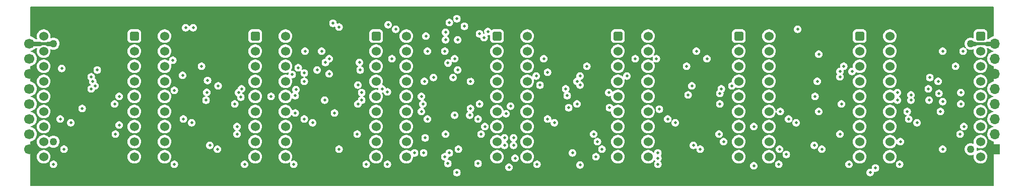
<source format=gbr>
G04 #@! TF.GenerationSoftware,KiCad,Pcbnew,8.0.6*
G04 #@! TF.CreationDate,2025-01-22T17:52:54-05:00*
G04 #@! TF.ProjectId,8x16seg,38783136-7365-4672-9e6b-696361645f70,v1.0.0*
G04 #@! TF.SameCoordinates,Original*
G04 #@! TF.FileFunction,Copper,L3,Inr*
G04 #@! TF.FilePolarity,Positive*
%FSLAX46Y46*%
G04 Gerber Fmt 4.6, Leading zero omitted, Abs format (unit mm)*
G04 Created by KiCad (PCBNEW 8.0.6) date 2025-01-22 17:52:54*
%MOMM*%
%LPD*%
G01*
G04 APERTURE LIST*
G04 Aperture macros list*
%AMRoundRect*
0 Rectangle with rounded corners*
0 $1 Rounding radius*
0 $2 $3 $4 $5 $6 $7 $8 $9 X,Y pos of 4 corners*
0 Add a 4 corners polygon primitive as box body*
4,1,4,$2,$3,$4,$5,$6,$7,$8,$9,$2,$3,0*
0 Add four circle primitives for the rounded corners*
1,1,$1+$1,$2,$3*
1,1,$1+$1,$4,$5*
1,1,$1+$1,$6,$7*
1,1,$1+$1,$8,$9*
0 Add four rect primitives between the rounded corners*
20,1,$1+$1,$2,$3,$4,$5,0*
20,1,$1+$1,$4,$5,$6,$7,0*
20,1,$1+$1,$6,$7,$8,$9,0*
20,1,$1+$1,$8,$9,$2,$3,0*%
G04 Aperture macros list end*
G04 #@! TA.AperFunction,CastellatedPad*
%ADD10C,1.700000*%
G04 #@! TD*
G04 #@! TA.AperFunction,ComponentPad*
%ADD11R,1.700000X1.700000*%
G04 #@! TD*
G04 #@! TA.AperFunction,ComponentPad*
%ADD12O,1.700000X1.700000*%
G04 #@! TD*
G04 #@! TA.AperFunction,ComponentPad*
%ADD13RoundRect,0.250000X0.512000X0.512000X-0.512000X0.512000X-0.512000X-0.512000X0.512000X-0.512000X0*%
G04 #@! TD*
G04 #@! TA.AperFunction,ComponentPad*
%ADD14C,1.524000*%
G04 #@! TD*
G04 #@! TA.AperFunction,ViaPad*
%ADD15C,0.508000*%
G04 #@! TD*
G04 #@! TA.AperFunction,ViaPad*
%ADD16C,1.270000*%
G04 #@! TD*
G04 #@! TA.AperFunction,Conductor*
%ADD17C,0.762000*%
G04 #@! TD*
G04 #@! TA.AperFunction,Conductor*
%ADD18C,0.508000*%
G04 #@! TD*
G04 APERTURE END LIST*
D10*
X66200000Y-92710000D03*
X66200000Y-95250000D03*
X66200000Y-97790000D03*
X66200000Y-100330000D03*
X66200000Y-102870000D03*
X66200000Y-105410000D03*
X66200000Y-107950000D03*
X66200000Y-110490000D03*
D11*
X228440000Y-110490000D03*
D12*
X228440000Y-107950000D03*
X228440000Y-105410000D03*
X228440000Y-102870000D03*
X228440000Y-100330000D03*
X228440000Y-97790000D03*
X228440000Y-95250000D03*
X228440000Y-92710000D03*
D13*
X104140000Y-91440000D03*
D14*
X104140000Y-93980000D03*
X104140000Y-96520000D03*
X104140000Y-99060000D03*
X104140000Y-101600000D03*
X104140000Y-104140000D03*
X104140000Y-106680000D03*
X104140000Y-109220000D03*
X104140000Y-111760000D03*
X88900000Y-111760000D03*
X88900000Y-109220000D03*
X88900000Y-106680000D03*
X88900000Y-104140000D03*
X88900000Y-101600000D03*
X88900000Y-99060000D03*
X88900000Y-96520000D03*
X88900000Y-93980000D03*
X88900000Y-91440000D03*
D13*
X124460000Y-91440000D03*
D14*
X124460000Y-93980000D03*
X124460000Y-96520000D03*
X124460000Y-99060000D03*
X124460000Y-101600000D03*
X124460000Y-104140000D03*
X124460000Y-106680000D03*
X124460000Y-109220000D03*
X124460000Y-111760000D03*
X109220000Y-111760000D03*
X109220000Y-109220000D03*
X109220000Y-106680000D03*
X109220000Y-104140000D03*
X109220000Y-101600000D03*
X109220000Y-99060000D03*
X109220000Y-96520000D03*
X109220000Y-93980000D03*
X109220000Y-91440000D03*
D13*
X144780000Y-91440000D03*
D14*
X144780000Y-93980000D03*
X144780000Y-96520000D03*
X144780000Y-99060000D03*
X144780000Y-101600000D03*
X144780000Y-104140000D03*
X144780000Y-106680000D03*
X144780000Y-109220000D03*
X144780000Y-111760000D03*
X129540000Y-111760000D03*
X129540000Y-109220000D03*
X129540000Y-106680000D03*
X129540000Y-104140000D03*
X129540000Y-101600000D03*
X129540000Y-99060000D03*
X129540000Y-96520000D03*
X129540000Y-93980000D03*
X129540000Y-91440000D03*
D13*
X165100000Y-91440000D03*
D14*
X165100000Y-93980000D03*
X165100000Y-96520000D03*
X165100000Y-99060000D03*
X165100000Y-101600000D03*
X165100000Y-104140000D03*
X165100000Y-106680000D03*
X165100000Y-109220000D03*
X165100000Y-111760000D03*
X149860000Y-111760000D03*
X149860000Y-109220000D03*
X149860000Y-106680000D03*
X149860000Y-104140000D03*
X149860000Y-101600000D03*
X149860000Y-99060000D03*
X149860000Y-96520000D03*
X149860000Y-93980000D03*
X149860000Y-91440000D03*
D13*
X185420000Y-91440000D03*
D14*
X185420000Y-93980000D03*
X185420000Y-96520000D03*
X185420000Y-99060000D03*
X185420000Y-101600000D03*
X185420000Y-104140000D03*
X185420000Y-106680000D03*
X185420000Y-109220000D03*
X185420000Y-111760000D03*
X170180000Y-111760000D03*
X170180000Y-109220000D03*
X170180000Y-106680000D03*
X170180000Y-104140000D03*
X170180000Y-101600000D03*
X170180000Y-99060000D03*
X170180000Y-96520000D03*
X170180000Y-93980000D03*
X170180000Y-91440000D03*
D13*
X205740000Y-91440000D03*
D14*
X205740000Y-93980000D03*
X205740000Y-96520000D03*
X205740000Y-99060000D03*
X205740000Y-101600000D03*
X205740000Y-104140000D03*
X205740000Y-106680000D03*
X205740000Y-109220000D03*
X205740000Y-111760000D03*
X190500000Y-111760000D03*
X190500000Y-109220000D03*
X190500000Y-106680000D03*
X190500000Y-104140000D03*
X190500000Y-101600000D03*
X190500000Y-99060000D03*
X190500000Y-96520000D03*
X190500000Y-93980000D03*
X190500000Y-91440000D03*
D13*
X226060000Y-91440000D03*
D14*
X226060000Y-93980000D03*
X226060000Y-96520000D03*
X226060000Y-99060000D03*
X226060000Y-101600000D03*
X226060000Y-104140000D03*
X226060000Y-106680000D03*
X226060000Y-109220000D03*
X226060000Y-111760000D03*
X210820000Y-111760000D03*
X210820000Y-109220000D03*
X210820000Y-106680000D03*
X210820000Y-104140000D03*
X210820000Y-101600000D03*
X210820000Y-99060000D03*
X210820000Y-96520000D03*
X210820000Y-93980000D03*
X210820000Y-91440000D03*
D13*
X83820000Y-91440000D03*
D14*
X83820000Y-93980000D03*
X83820000Y-96520000D03*
X83820000Y-99060000D03*
X83820000Y-101600000D03*
X83820000Y-104140000D03*
X83820000Y-106680000D03*
X83820000Y-109220000D03*
X83820000Y-111760000D03*
X68580000Y-111760000D03*
X68580000Y-109220000D03*
X68580000Y-106680000D03*
X68580000Y-104140000D03*
X68580000Y-101600000D03*
X68580000Y-99060000D03*
X68580000Y-96520000D03*
X68580000Y-93980000D03*
X68580000Y-91440000D03*
D15*
X113792000Y-106045000D03*
X73152000Y-106045000D03*
X134112000Y-98425000D03*
X215392000Y-106045000D03*
X93472000Y-106045000D03*
X154432000Y-106045000D03*
X195326000Y-90297000D03*
X195072000Y-106045000D03*
X174752000Y-106045000D03*
X93726000Y-90043000D03*
X140208000Y-104775000D03*
X119888000Y-106045000D03*
X221488000Y-106045000D03*
X156337000Y-113030000D03*
X219202000Y-108587530D03*
X77724000Y-108839000D03*
X197739000Y-113030000D03*
X201168000Y-106045000D03*
X158369000Y-108839000D03*
X215519000Y-111125000D03*
X180848000Y-106045000D03*
X217297000Y-113030000D03*
X99314000Y-90043000D03*
X79375000Y-106045000D03*
X93599000Y-111125000D03*
X160655000Y-106045000D03*
X97282000Y-108839000D03*
X116713000Y-113030000D03*
X200914000Y-90297000D03*
X154559000Y-111125000D03*
X140208000Y-98298000D03*
X96139000Y-113030000D03*
X198882000Y-108839000D03*
X139319000Y-99949000D03*
X134133327Y-104765644D03*
X73279000Y-111125000D03*
X113919000Y-111125000D03*
X176657000Y-113030000D03*
X75057000Y-113030000D03*
X134239000Y-103505000D03*
X117729000Y-108839000D03*
X174879000Y-111125000D03*
X99695000Y-106045000D03*
X178562000Y-108839000D03*
X195199000Y-111125000D03*
D16*
X224409000Y-92710000D03*
D15*
X203962000Y-113030000D03*
X192151000Y-113030000D03*
D16*
X70231000Y-92710000D03*
D15*
X102362000Y-113030000D03*
X151511000Y-113030000D03*
X90551000Y-113030000D03*
X122809000Y-113030000D03*
X171831000Y-113030000D03*
X70231000Y-113030000D03*
D16*
X224409000Y-110490000D03*
D15*
X110617000Y-113030000D03*
X212471000Y-113030000D03*
D16*
X70231000Y-109220000D03*
D15*
X136144000Y-107950000D03*
X161036000Y-107950000D03*
X101092000Y-107950000D03*
X121285000Y-107950000D03*
X182118000Y-107950000D03*
X222631000Y-107950000D03*
X202438000Y-107950000D03*
X142113000Y-107950000D03*
X80645000Y-107950000D03*
X213995000Y-105410000D03*
X112395000Y-105410000D03*
X92075000Y-105410000D03*
X141605018Y-105410000D03*
X71374000Y-105410000D03*
X193802000Y-105410000D03*
X173482000Y-105410000D03*
X153289000Y-105410000D03*
X133096043Y-105410000D03*
X100711000Y-102870000D03*
X158242000Y-102870000D03*
X202692000Y-102870000D03*
X141859010Y-102870000D03*
X222758000Y-102870000D03*
X182245000Y-102870000D03*
X132334000Y-102870000D03*
X121412000Y-102870000D03*
X80518000Y-102870000D03*
X76581000Y-100330000D03*
X217297000Y-100330000D03*
X92456010Y-90043000D03*
X76835000Y-99060000D03*
X81280000Y-101600000D03*
X81280000Y-106426000D03*
X75057000Y-103632000D03*
X77216000Y-99822000D03*
X76581000Y-98298000D03*
X71628000Y-96901000D03*
X77597000Y-97155000D03*
X117221000Y-89281000D03*
X116586000Y-95249990D03*
X91948000Y-98044000D03*
X97914537Y-99829911D03*
X110871000Y-104393999D03*
X90551000Y-100584000D03*
X117475004Y-104394000D03*
X106807000Y-101600000D03*
X101092000Y-106680000D03*
X95885000Y-102234990D03*
X101727000Y-101727000D03*
X96018274Y-100919385D03*
X101346000Y-100965000D03*
X101854000Y-100330000D03*
X96133987Y-98919493D03*
X95123000Y-96520000D03*
X90297000Y-95504000D03*
X118237000Y-89916000D03*
X138176000Y-92075000D03*
X112522000Y-93980000D03*
X112395000Y-99060000D03*
X110363008Y-97917000D03*
X112395000Y-97663000D03*
X110871000Y-101473000D03*
X125476000Y-100330000D03*
X136779000Y-89156530D03*
X126492000Y-89535000D03*
X110993488Y-100452472D03*
X121412000Y-99695000D03*
X127127000Y-95250000D03*
X137668000Y-95250000D03*
X126365000Y-113030000D03*
X137414000Y-98425000D03*
X126365000Y-100838000D03*
X122047000Y-102235000D03*
X115823990Y-102235000D03*
X121793000Y-97155000D03*
X114554000Y-97155010D03*
X122047000Y-100965000D03*
X121666000Y-95885000D03*
X115951000Y-95885000D03*
X111379003Y-96774003D03*
X115316000Y-93980000D03*
X138049000Y-88519000D03*
X133096000Y-93980000D03*
X130937000Y-111125000D03*
X132461000Y-111125000D03*
X132588000Y-99060000D03*
X132080000Y-101600000D03*
X132080000Y-104140000D03*
X127762000Y-90297000D03*
X139319000Y-89789000D03*
X136017000Y-111760000D03*
X136779000Y-111125000D03*
X132715000Y-108585000D03*
X132842000Y-91440000D03*
X141859000Y-91059000D03*
X142748021Y-106680000D03*
X136144000Y-92075000D03*
X142621000Y-91694000D03*
X136144000Y-90805000D03*
X143256000Y-90678000D03*
X140335000Y-103632000D03*
X140335000Y-99060000D03*
X137668000Y-104775000D03*
X136559251Y-95977751D03*
X136017000Y-93980000D03*
X136525000Y-112903000D03*
X146812000Y-113538000D03*
X147066000Y-103251000D03*
X146304000Y-104521000D03*
X159893000Y-96520000D03*
X146049979Y-108585000D03*
X147574000Y-108585000D03*
X146050000Y-109855000D03*
X147574000Y-109855000D03*
X151384000Y-98171000D03*
X158750000Y-98171000D03*
X147828000Y-112014000D03*
X141605000Y-112902968D03*
X158750000Y-99695000D03*
X152019000Y-99695000D03*
X161417000Y-111760000D03*
X161671000Y-109220000D03*
X162433000Y-110490000D03*
X138303000Y-110490000D03*
X158242000Y-99060000D03*
X178308000Y-93980000D03*
X176657000Y-96520000D03*
X177546000Y-99822000D03*
X168021000Y-95250000D03*
X152654000Y-95250000D03*
X172085000Y-103759000D03*
X166624000Y-98171000D03*
X153289000Y-97536000D03*
X171577000Y-95250000D03*
X180086000Y-95250000D03*
X182880000Y-109220000D03*
X163576000Y-100965000D03*
X156591000Y-101473000D03*
X156845000Y-103505000D03*
X163703000Y-103505000D03*
X156337000Y-100330000D03*
X182499000Y-100330000D03*
X182245000Y-101092000D03*
X184277000Y-99822000D03*
X198882000Y-94488000D03*
X198628000Y-99060000D03*
X198247000Y-101600000D03*
X192405000Y-104140000D03*
X171831000Y-111125000D03*
X187960000Y-106680000D03*
X187960000Y-113284000D03*
X192278000Y-110490000D03*
X202438000Y-97409000D03*
X204470000Y-97409000D03*
X207518000Y-114427000D03*
X171831000Y-112014000D03*
X198882000Y-104140000D03*
X176911000Y-101346000D03*
X202438000Y-98298000D03*
X203073000Y-96520000D03*
X214376000Y-102235000D03*
X212090000Y-102235000D03*
X219710000Y-93980000D03*
X212090000Y-100965000D03*
X214376000Y-101346000D03*
X218948000Y-99060000D03*
X222758000Y-100965000D03*
X213741000Y-104140000D03*
X193421000Y-111379000D03*
X208407000Y-113665000D03*
X212598000Y-109220000D03*
X223266000Y-106680000D03*
X219329000Y-104140000D03*
X219710000Y-102489000D03*
X217551000Y-98425000D03*
X221869000Y-96520000D03*
X223139000Y-93980000D03*
X217424000Y-102235000D03*
X219075000Y-101092000D03*
X97790000Y-110490000D03*
X72009000Y-110490000D03*
X96519996Y-109855000D03*
X118237000Y-110490000D03*
X116585968Y-97789994D03*
X138176000Y-97155000D03*
X158750000Y-113157000D03*
X138049000Y-114427000D03*
X178943000Y-110490000D03*
X157480000Y-111125000D03*
X199390000Y-110490000D03*
X177800000Y-109855000D03*
X198120000Y-109855000D03*
X219710000Y-110490000D03*
D17*
X228440000Y-110490000D02*
X226949000Y-110490000D01*
X228440000Y-97790000D02*
X226949000Y-97790000D01*
X66200000Y-110490000D02*
X67691000Y-110490000D01*
X66200000Y-97790000D02*
X67691000Y-97790000D01*
D18*
X227076000Y-92710000D02*
X225044000Y-92710000D01*
D17*
X224409000Y-92710000D02*
X225044000Y-92710000D01*
X70231000Y-92710000D02*
X69215000Y-92710000D01*
X228440000Y-92710000D02*
X227076000Y-92710000D01*
D18*
X67945000Y-92710000D02*
X69215000Y-92710000D01*
D17*
X66200000Y-92710000D02*
X67945000Y-92710000D01*
G04 #@! TA.AperFunction,Conductor*
G36*
X228285638Y-86505093D02*
G01*
X228311358Y-86549642D01*
X228312500Y-86562700D01*
X228312500Y-91416042D01*
X228294907Y-91464380D01*
X228250358Y-91490100D01*
X228243856Y-91490956D01*
X228225339Y-91492576D01*
X228017193Y-91548348D01*
X228017189Y-91548349D01*
X227821903Y-91639412D01*
X227645379Y-91763015D01*
X227493019Y-91915375D01*
X227493007Y-91915389D01*
X227492973Y-91915439D01*
X227492956Y-91915450D01*
X227490901Y-91917900D01*
X227490244Y-91917349D01*
X227450833Y-91944940D01*
X227431377Y-91947500D01*
X227278700Y-91947500D01*
X227230362Y-91929907D01*
X227204642Y-91885358D01*
X227203500Y-91872300D01*
X227203500Y-90864231D01*
X227203500Y-90864230D01*
X227200901Y-90831205D01*
X227200683Y-90828433D01*
X227200681Y-90828423D01*
X227169620Y-90721510D01*
X227156168Y-90675208D01*
X227108437Y-90594498D01*
X227074952Y-90537877D01*
X227074944Y-90537867D01*
X226962132Y-90425055D01*
X226962122Y-90425047D01*
X226863448Y-90366693D01*
X226824792Y-90343832D01*
X226824789Y-90343831D01*
X226671576Y-90299318D01*
X226671566Y-90299316D01*
X226635775Y-90296500D01*
X226635770Y-90296500D01*
X225484230Y-90296500D01*
X225484224Y-90296500D01*
X225448433Y-90299316D01*
X225448423Y-90299318D01*
X225295210Y-90343831D01*
X225295206Y-90343833D01*
X225157877Y-90425047D01*
X225157867Y-90425055D01*
X225045055Y-90537867D01*
X225045047Y-90537877D01*
X224963833Y-90675206D01*
X224963831Y-90675210D01*
X224919318Y-90828423D01*
X224919316Y-90828433D01*
X224916500Y-90864224D01*
X224916500Y-91703203D01*
X224898907Y-91751541D01*
X224854358Y-91777261D01*
X224805857Y-91769526D01*
X224799888Y-91766336D01*
X224799887Y-91766335D01*
X224767933Y-91756642D01*
X224608269Y-91708208D01*
X224608264Y-91708207D01*
X224608267Y-91708207D01*
X224409000Y-91688582D01*
X224209734Y-91708207D01*
X224209731Y-91708208D01*
X224018120Y-91766333D01*
X224018119Y-91766333D01*
X224018114Y-91766335D01*
X223841540Y-91860716D01*
X223841530Y-91860722D01*
X223686748Y-91987748D01*
X223559722Y-92142530D01*
X223559716Y-92142540D01*
X223465335Y-92319114D01*
X223465333Y-92319119D01*
X223465333Y-92319120D01*
X223449141Y-92372498D01*
X223407207Y-92510734D01*
X223387582Y-92710000D01*
X223407207Y-92909265D01*
X223407207Y-92909267D01*
X223407208Y-92909269D01*
X223454011Y-93063558D01*
X223465335Y-93100885D01*
X223559716Y-93277459D01*
X223559722Y-93277469D01*
X223614732Y-93344500D01*
X223639600Y-93374801D01*
X223656665Y-93423328D01*
X223638545Y-93471471D01*
X223593718Y-93496703D01*
X223543160Y-93487218D01*
X223531603Y-93478796D01*
X223523335Y-93471471D01*
X223502657Y-93453152D01*
X223502654Y-93453150D01*
X223366009Y-93381434D01*
X223366008Y-93381433D01*
X223366007Y-93381433D01*
X223216164Y-93344500D01*
X223061836Y-93344500D01*
X222936271Y-93375449D01*
X222911993Y-93381433D01*
X222911990Y-93381434D01*
X222775345Y-93453150D01*
X222775339Y-93453154D01*
X222659835Y-93555481D01*
X222659826Y-93555490D01*
X222572160Y-93682497D01*
X222572157Y-93682501D01*
X222517435Y-93826794D01*
X222517434Y-93826796D01*
X222517434Y-93826798D01*
X222498832Y-93980000D01*
X222517434Y-94133202D01*
X222517434Y-94133204D01*
X222517435Y-94133205D01*
X222572157Y-94277498D01*
X222572160Y-94277502D01*
X222659826Y-94404509D01*
X222659835Y-94404518D01*
X222775339Y-94506845D01*
X222775341Y-94506846D01*
X222775343Y-94506848D01*
X222911993Y-94578567D01*
X223061836Y-94615500D01*
X223061838Y-94615500D01*
X223216162Y-94615500D01*
X223216164Y-94615500D01*
X223366007Y-94578567D01*
X223502657Y-94506848D01*
X223618173Y-94404510D01*
X223705841Y-94277501D01*
X223760566Y-94133202D01*
X223779168Y-93980000D01*
X223760566Y-93826798D01*
X223705841Y-93682499D01*
X223696766Y-93669352D01*
X223636123Y-93581494D01*
X223623143Y-93531719D01*
X223645195Y-93485246D01*
X223691960Y-93463820D01*
X223741557Y-93477467D01*
X223745713Y-93480643D01*
X223841531Y-93559278D01*
X223841538Y-93559282D01*
X223841540Y-93559283D01*
X223980874Y-93633759D01*
X224018120Y-93653667D01*
X224209731Y-93711792D01*
X224409000Y-93731418D01*
X224608269Y-93711792D01*
X224799880Y-93653667D01*
X224837125Y-93633758D01*
X224888047Y-93626488D01*
X224931731Y-93653651D01*
X224947734Y-93702538D01*
X224944904Y-93720657D01*
X224931156Y-93768977D01*
X224931154Y-93768986D01*
X224911601Y-93979997D01*
X224911601Y-93980002D01*
X224931154Y-94191013D01*
X224931157Y-94191029D01*
X224989147Y-94394841D01*
X224989153Y-94394857D01*
X225083608Y-94584550D01*
X225211319Y-94753667D01*
X225211322Y-94753670D01*
X225367932Y-94896440D01*
X225548111Y-95008003D01*
X225548113Y-95008003D01*
X225548115Y-95008005D01*
X225745726Y-95084560D01*
X225954039Y-95123500D01*
X225954044Y-95123500D01*
X226165956Y-95123500D01*
X226165961Y-95123500D01*
X226374274Y-95084560D01*
X226571885Y-95008005D01*
X226752065Y-94896442D01*
X226908677Y-94753671D01*
X227036389Y-94584554D01*
X227130850Y-94394850D01*
X227188845Y-94191018D01*
X227208399Y-93980000D01*
X227206652Y-93961152D01*
X227196584Y-93852500D01*
X227188845Y-93768982D01*
X227188842Y-93768974D01*
X227188842Y-93768970D01*
X227131741Y-93568279D01*
X227135434Y-93516972D01*
X227171243Y-93480043D01*
X227204070Y-93472500D01*
X227431377Y-93472500D01*
X227479715Y-93490093D01*
X227490797Y-93502186D01*
X227490901Y-93502100D01*
X227492892Y-93504472D01*
X227492973Y-93504561D01*
X227493007Y-93504610D01*
X227493019Y-93504624D01*
X227645379Y-93656984D01*
X227645382Y-93656986D01*
X227645383Y-93656987D01*
X227821898Y-93780584D01*
X227821900Y-93780584D01*
X227821903Y-93780587D01*
X227976122Y-93852500D01*
X228017193Y-93871652D01*
X228150467Y-93907362D01*
X228192604Y-93936867D01*
X228205918Y-93986554D01*
X228184179Y-94033174D01*
X228150468Y-94052637D01*
X228017193Y-94088348D01*
X228017189Y-94088349D01*
X227821903Y-94179412D01*
X227645379Y-94303015D01*
X227493015Y-94455379D01*
X227369412Y-94631903D01*
X227278349Y-94827189D01*
X227278348Y-94827193D01*
X227238168Y-94977150D01*
X227222576Y-95035339D01*
X227203796Y-95250000D01*
X227222576Y-95464660D01*
X227222576Y-95464663D01*
X227222577Y-95464665D01*
X227278348Y-95672806D01*
X227278349Y-95672810D01*
X227369412Y-95868096D01*
X227369415Y-95868101D01*
X227369416Y-95868102D01*
X227411713Y-95928509D01*
X227493015Y-96044620D01*
X227645379Y-96196984D01*
X227645382Y-96196986D01*
X227645383Y-96196987D01*
X227821898Y-96320584D01*
X227821900Y-96320584D01*
X227821903Y-96320587D01*
X227984424Y-96396371D01*
X228017193Y-96411652D01*
X228225335Y-96467423D01*
X228243853Y-96469043D01*
X228290474Y-96490782D01*
X228312214Y-96537402D01*
X228312500Y-96543957D01*
X228312500Y-99036042D01*
X228294907Y-99084380D01*
X228250358Y-99110100D01*
X228243856Y-99110956D01*
X228225339Y-99112576D01*
X228017193Y-99168348D01*
X228017189Y-99168349D01*
X227821903Y-99259412D01*
X227645379Y-99383015D01*
X227493015Y-99535379D01*
X227369412Y-99711903D01*
X227278349Y-99907189D01*
X227278348Y-99907193D01*
X227238168Y-100057150D01*
X227222576Y-100115339D01*
X227203796Y-100330000D01*
X227222576Y-100544660D01*
X227222576Y-100544663D01*
X227222577Y-100544665D01*
X227277588Y-100749970D01*
X227278348Y-100752806D01*
X227278349Y-100752810D01*
X227369412Y-100948096D01*
X227369415Y-100948101D01*
X227369416Y-100948102D01*
X227421935Y-101023107D01*
X227493015Y-101124620D01*
X227645379Y-101276984D01*
X227645382Y-101276986D01*
X227645383Y-101276987D01*
X227821898Y-101400584D01*
X227821900Y-101400584D01*
X227821903Y-101400587D01*
X227972148Y-101470647D01*
X228017193Y-101491652D01*
X228150467Y-101527362D01*
X228192604Y-101556867D01*
X228205918Y-101606554D01*
X228184179Y-101653174D01*
X228150468Y-101672637D01*
X228017969Y-101708140D01*
X228017193Y-101708348D01*
X228017189Y-101708349D01*
X227821903Y-101799412D01*
X227645379Y-101923015D01*
X227493015Y-102075379D01*
X227369412Y-102251903D01*
X227278349Y-102447189D01*
X227278348Y-102447193D01*
X227255494Y-102532488D01*
X227222576Y-102655339D01*
X227203796Y-102870000D01*
X227222576Y-103084660D01*
X227222576Y-103084663D01*
X227222577Y-103084665D01*
X227263785Y-103238456D01*
X227278348Y-103292806D01*
X227278349Y-103292810D01*
X227369412Y-103488096D01*
X227369415Y-103488101D01*
X227369416Y-103488102D01*
X227428481Y-103572456D01*
X227493015Y-103664620D01*
X227645379Y-103816984D01*
X227645382Y-103816986D01*
X227645383Y-103816987D01*
X227821898Y-103940584D01*
X227821900Y-103940584D01*
X227821903Y-103940587D01*
X227981472Y-104014995D01*
X228017193Y-104031652D01*
X228150467Y-104067362D01*
X228192604Y-104096867D01*
X228205918Y-104146554D01*
X228184179Y-104193174D01*
X228150468Y-104212637D01*
X228043262Y-104241363D01*
X228017193Y-104248348D01*
X228017189Y-104248349D01*
X227821903Y-104339412D01*
X227645379Y-104463015D01*
X227493015Y-104615379D01*
X227369412Y-104791903D01*
X227278349Y-104987189D01*
X227278348Y-104987193D01*
X227259794Y-105056440D01*
X227222576Y-105195339D01*
X227203796Y-105410000D01*
X227222576Y-105624660D01*
X227222576Y-105624663D01*
X227222577Y-105624665D01*
X227278348Y-105832806D01*
X227278349Y-105832810D01*
X227369412Y-106028096D01*
X227369415Y-106028101D01*
X227369416Y-106028102D01*
X227439713Y-106128497D01*
X227493015Y-106204620D01*
X227645379Y-106356984D01*
X227645382Y-106356986D01*
X227645383Y-106356987D01*
X227821898Y-106480584D01*
X227821900Y-106480584D01*
X227821903Y-106480587D01*
X227984424Y-106556371D01*
X228017193Y-106571652D01*
X228150467Y-106607362D01*
X228192604Y-106636867D01*
X228205918Y-106686554D01*
X228184179Y-106733174D01*
X228150468Y-106752637D01*
X228017193Y-106788348D01*
X228017189Y-106788349D01*
X227821903Y-106879412D01*
X227645379Y-107003015D01*
X227493015Y-107155379D01*
X227369412Y-107331903D01*
X227278349Y-107527189D01*
X227278348Y-107527193D01*
X227259794Y-107596440D01*
X227222576Y-107735339D01*
X227203796Y-107950000D01*
X227222576Y-108164660D01*
X227222576Y-108164663D01*
X227222577Y-108164665D01*
X227278348Y-108372806D01*
X227278349Y-108372810D01*
X227369412Y-108568096D01*
X227369415Y-108568101D01*
X227369416Y-108568102D01*
X227407048Y-108621846D01*
X227493015Y-108744620D01*
X227645379Y-108896984D01*
X227645382Y-108896986D01*
X227645383Y-108896987D01*
X227821898Y-109020584D01*
X227821900Y-109020584D01*
X227821903Y-109020587D01*
X227984424Y-109096371D01*
X228017193Y-109111652D01*
X228225335Y-109167423D01*
X228243853Y-109169043D01*
X228290474Y-109190782D01*
X228312214Y-109237402D01*
X228312500Y-109243957D01*
X228312500Y-116637300D01*
X228294907Y-116685638D01*
X228250358Y-116711358D01*
X228237300Y-116712500D01*
X66402700Y-116712500D01*
X66354362Y-116694907D01*
X66328642Y-116650358D01*
X66327500Y-116637300D01*
X66327500Y-114427000D01*
X137408832Y-114427000D01*
X137427434Y-114580202D01*
X137427434Y-114580204D01*
X137427435Y-114580205D01*
X137482157Y-114724498D01*
X137482160Y-114724502D01*
X137569826Y-114851509D01*
X137569835Y-114851518D01*
X137685339Y-114953845D01*
X137685341Y-114953846D01*
X137685343Y-114953848D01*
X137821993Y-115025567D01*
X137971836Y-115062500D01*
X137971838Y-115062500D01*
X138126162Y-115062500D01*
X138126164Y-115062500D01*
X138276007Y-115025567D01*
X138412657Y-114953848D01*
X138528173Y-114851510D01*
X138615841Y-114724501D01*
X138670566Y-114580202D01*
X138689168Y-114427000D01*
X206877832Y-114427000D01*
X206896434Y-114580202D01*
X206896434Y-114580204D01*
X206896435Y-114580205D01*
X206951157Y-114724498D01*
X206951160Y-114724502D01*
X207038826Y-114851509D01*
X207038835Y-114851518D01*
X207154339Y-114953845D01*
X207154341Y-114953846D01*
X207154343Y-114953848D01*
X207290993Y-115025567D01*
X207440836Y-115062500D01*
X207440838Y-115062500D01*
X207595162Y-115062500D01*
X207595164Y-115062500D01*
X207745007Y-115025567D01*
X207881657Y-114953848D01*
X207997173Y-114851510D01*
X208084841Y-114724501D01*
X208139566Y-114580202D01*
X208158168Y-114427000D01*
X208150169Y-114361127D01*
X208161808Y-114311025D01*
X208202930Y-114280123D01*
X208242814Y-114279051D01*
X208329836Y-114300500D01*
X208329839Y-114300500D01*
X208484162Y-114300500D01*
X208484164Y-114300500D01*
X208634007Y-114263567D01*
X208770657Y-114191848D01*
X208886173Y-114089510D01*
X208973841Y-113962501D01*
X209028566Y-113818202D01*
X209047168Y-113665000D01*
X209028566Y-113511798D01*
X208973841Y-113367499D01*
X208886173Y-113240490D01*
X208886164Y-113240481D01*
X208770660Y-113138154D01*
X208770654Y-113138150D01*
X208634009Y-113066434D01*
X208634008Y-113066433D01*
X208634007Y-113066433D01*
X208486193Y-113030000D01*
X211830832Y-113030000D01*
X211849434Y-113183202D01*
X211849434Y-113183204D01*
X211849435Y-113183205D01*
X211904157Y-113327498D01*
X211904158Y-113327500D01*
X211904159Y-113327501D01*
X211904171Y-113327518D01*
X211991826Y-113454509D01*
X211991835Y-113454518D01*
X212107339Y-113556845D01*
X212107341Y-113556846D01*
X212107343Y-113556848D01*
X212243993Y-113628567D01*
X212393836Y-113665500D01*
X212393838Y-113665500D01*
X212548162Y-113665500D01*
X212548164Y-113665500D01*
X212698007Y-113628567D01*
X212834657Y-113556848D01*
X212950173Y-113454510D01*
X213037841Y-113327501D01*
X213092566Y-113183202D01*
X213111168Y-113030000D01*
X213092566Y-112876798D01*
X213044400Y-112749794D01*
X213037842Y-112732501D01*
X213037841Y-112732500D01*
X213037841Y-112732499D01*
X212950173Y-112605490D01*
X212950171Y-112605488D01*
X212950164Y-112605481D01*
X212834660Y-112503154D01*
X212834654Y-112503150D01*
X212698009Y-112431434D01*
X212698008Y-112431433D01*
X212698007Y-112431433D01*
X212548164Y-112394500D01*
X212393836Y-112394500D01*
X212298408Y-112418021D01*
X212243993Y-112431433D01*
X212243990Y-112431434D01*
X212107345Y-112503150D01*
X212107339Y-112503154D01*
X211991835Y-112605481D01*
X211991826Y-112605490D01*
X211904160Y-112732497D01*
X211904157Y-112732501D01*
X211849435Y-112876794D01*
X211849434Y-112876796D01*
X211849434Y-112876798D01*
X211830832Y-113030000D01*
X208486193Y-113030000D01*
X208484164Y-113029500D01*
X208329836Y-113029500D01*
X208221502Y-113056202D01*
X208179993Y-113066433D01*
X208179990Y-113066434D01*
X208043345Y-113138150D01*
X208043339Y-113138154D01*
X207927835Y-113240481D01*
X207927826Y-113240490D01*
X207840160Y-113367497D01*
X207840157Y-113367501D01*
X207785435Y-113511794D01*
X207785434Y-113511796D01*
X207785434Y-113511798D01*
X207766832Y-113665000D01*
X207770013Y-113691202D01*
X207774830Y-113730869D01*
X207763191Y-113780975D01*
X207722068Y-113811877D01*
X207682182Y-113812948D01*
X207595164Y-113791500D01*
X207440836Y-113791500D01*
X207332502Y-113818202D01*
X207290993Y-113828433D01*
X207290990Y-113828434D01*
X207154345Y-113900150D01*
X207154339Y-113900154D01*
X207038835Y-114002481D01*
X207038826Y-114002490D01*
X206951160Y-114129497D01*
X206951157Y-114129501D01*
X206896435Y-114273794D01*
X206896434Y-114273796D01*
X206896434Y-114273798D01*
X206877832Y-114427000D01*
X138689168Y-114427000D01*
X138670566Y-114273798D01*
X138615841Y-114129499D01*
X138528173Y-114002490D01*
X138528164Y-114002481D01*
X138412660Y-113900154D01*
X138412654Y-113900150D01*
X138276009Y-113828434D01*
X138276008Y-113828433D01*
X138276007Y-113828433D01*
X138126164Y-113791500D01*
X137971836Y-113791500D01*
X137863502Y-113818202D01*
X137821993Y-113828433D01*
X137821990Y-113828434D01*
X137685345Y-113900150D01*
X137685339Y-113900154D01*
X137569835Y-114002481D01*
X137569826Y-114002490D01*
X137482160Y-114129497D01*
X137482157Y-114129501D01*
X137427435Y-114273794D01*
X137427434Y-114273796D01*
X137427434Y-114273798D01*
X137408832Y-114427000D01*
X66327500Y-114427000D01*
X66327500Y-113030000D01*
X69590832Y-113030000D01*
X69609434Y-113183202D01*
X69609434Y-113183204D01*
X69609435Y-113183205D01*
X69664157Y-113327498D01*
X69664158Y-113327500D01*
X69664159Y-113327501D01*
X69664171Y-113327518D01*
X69751826Y-113454509D01*
X69751835Y-113454518D01*
X69867339Y-113556845D01*
X69867341Y-113556846D01*
X69867343Y-113556848D01*
X70003993Y-113628567D01*
X70153836Y-113665500D01*
X70153838Y-113665500D01*
X70308162Y-113665500D01*
X70308164Y-113665500D01*
X70458007Y-113628567D01*
X70594657Y-113556848D01*
X70710173Y-113454510D01*
X70797841Y-113327501D01*
X70852566Y-113183202D01*
X70871168Y-113030000D01*
X89910832Y-113030000D01*
X89929434Y-113183202D01*
X89929434Y-113183204D01*
X89929435Y-113183205D01*
X89984157Y-113327498D01*
X89984158Y-113327500D01*
X89984159Y-113327501D01*
X89984171Y-113327518D01*
X90071826Y-113454509D01*
X90071835Y-113454518D01*
X90187339Y-113556845D01*
X90187341Y-113556846D01*
X90187343Y-113556848D01*
X90323993Y-113628567D01*
X90473836Y-113665500D01*
X90473838Y-113665500D01*
X90628162Y-113665500D01*
X90628164Y-113665500D01*
X90778007Y-113628567D01*
X90914657Y-113556848D01*
X91030173Y-113454510D01*
X91117841Y-113327501D01*
X91172566Y-113183202D01*
X91191168Y-113030000D01*
X101721832Y-113030000D01*
X101740434Y-113183202D01*
X101740434Y-113183204D01*
X101740435Y-113183205D01*
X101795157Y-113327498D01*
X101795158Y-113327500D01*
X101795159Y-113327501D01*
X101795171Y-113327518D01*
X101882826Y-113454509D01*
X101882835Y-113454518D01*
X101998339Y-113556845D01*
X101998341Y-113556846D01*
X101998343Y-113556848D01*
X102134993Y-113628567D01*
X102284836Y-113665500D01*
X102284838Y-113665500D01*
X102439162Y-113665500D01*
X102439164Y-113665500D01*
X102589007Y-113628567D01*
X102725657Y-113556848D01*
X102841173Y-113454510D01*
X102928841Y-113327501D01*
X102983566Y-113183202D01*
X103002168Y-113030000D01*
X102983566Y-112876798D01*
X102935400Y-112749794D01*
X102928842Y-112732501D01*
X102928841Y-112732500D01*
X102928841Y-112732499D01*
X102841173Y-112605490D01*
X102841171Y-112605488D01*
X102841164Y-112605481D01*
X102725660Y-112503154D01*
X102725654Y-112503150D01*
X102589009Y-112431434D01*
X102589008Y-112431433D01*
X102589007Y-112431433D01*
X102439164Y-112394500D01*
X102284836Y-112394500D01*
X102189408Y-112418021D01*
X102134993Y-112431433D01*
X102134990Y-112431434D01*
X101998345Y-112503150D01*
X101998339Y-112503154D01*
X101882835Y-112605481D01*
X101882826Y-112605490D01*
X101795160Y-112732497D01*
X101795157Y-112732501D01*
X101740435Y-112876794D01*
X101740434Y-112876796D01*
X101740434Y-112876798D01*
X101721832Y-113030000D01*
X91191168Y-113030000D01*
X91172566Y-112876798D01*
X91124400Y-112749794D01*
X91117842Y-112732501D01*
X91117841Y-112732500D01*
X91117841Y-112732499D01*
X91030173Y-112605490D01*
X91030171Y-112605488D01*
X91030164Y-112605481D01*
X90914660Y-112503154D01*
X90914654Y-112503150D01*
X90778009Y-112431434D01*
X90778008Y-112431433D01*
X90778007Y-112431433D01*
X90628164Y-112394500D01*
X90473836Y-112394500D01*
X90378408Y-112418021D01*
X90323993Y-112431433D01*
X90323990Y-112431434D01*
X90187345Y-112503150D01*
X90187339Y-112503154D01*
X90071835Y-112605481D01*
X90071826Y-112605490D01*
X89984160Y-112732497D01*
X89984157Y-112732501D01*
X89929435Y-112876794D01*
X89929434Y-112876796D01*
X89929434Y-112876798D01*
X89910832Y-113030000D01*
X70871168Y-113030000D01*
X70852566Y-112876798D01*
X70804400Y-112749794D01*
X70797842Y-112732501D01*
X70797841Y-112732500D01*
X70797841Y-112732499D01*
X70710173Y-112605490D01*
X70710171Y-112605488D01*
X70710164Y-112605481D01*
X70594660Y-112503154D01*
X70594654Y-112503150D01*
X70458009Y-112431434D01*
X70458008Y-112431433D01*
X70458007Y-112431433D01*
X70308164Y-112394500D01*
X70153836Y-112394500D01*
X70058408Y-112418021D01*
X70003993Y-112431433D01*
X70003990Y-112431434D01*
X69867345Y-112503150D01*
X69867339Y-112503154D01*
X69751835Y-112605481D01*
X69751826Y-112605490D01*
X69664160Y-112732497D01*
X69664157Y-112732501D01*
X69609435Y-112876794D01*
X69609434Y-112876796D01*
X69609434Y-112876798D01*
X69590832Y-113030000D01*
X66327500Y-113030000D01*
X66327500Y-111759997D01*
X67431601Y-111759997D01*
X67431601Y-111760002D01*
X67451154Y-111971013D01*
X67451157Y-111971029D01*
X67509147Y-112174841D01*
X67509153Y-112174857D01*
X67603608Y-112364550D01*
X67731319Y-112533667D01*
X67731322Y-112533670D01*
X67731323Y-112533671D01*
X67739196Y-112540848D01*
X67887932Y-112676440D01*
X68068111Y-112788003D01*
X68068113Y-112788003D01*
X68068115Y-112788005D01*
X68265726Y-112864560D01*
X68474039Y-112903500D01*
X68474044Y-112903500D01*
X68685956Y-112903500D01*
X68685961Y-112903500D01*
X68894274Y-112864560D01*
X69091885Y-112788005D01*
X69272065Y-112676442D01*
X69428677Y-112533671D01*
X69556389Y-112364554D01*
X69650850Y-112174850D01*
X69708845Y-111971018D01*
X69728399Y-111760000D01*
X69728399Y-111759997D01*
X82671601Y-111759997D01*
X82671601Y-111760002D01*
X82691154Y-111971013D01*
X82691157Y-111971029D01*
X82749147Y-112174841D01*
X82749153Y-112174857D01*
X82843608Y-112364550D01*
X82971319Y-112533667D01*
X82971322Y-112533670D01*
X82971323Y-112533671D01*
X82979196Y-112540848D01*
X83127932Y-112676440D01*
X83308111Y-112788003D01*
X83308113Y-112788003D01*
X83308115Y-112788005D01*
X83505726Y-112864560D01*
X83714039Y-112903500D01*
X83714044Y-112903500D01*
X83925956Y-112903500D01*
X83925961Y-112903500D01*
X84134274Y-112864560D01*
X84331885Y-112788005D01*
X84512065Y-112676442D01*
X84668677Y-112533671D01*
X84796389Y-112364554D01*
X84890850Y-112174850D01*
X84948845Y-111971018D01*
X84968399Y-111760000D01*
X84968399Y-111759997D01*
X87751601Y-111759997D01*
X87751601Y-111760002D01*
X87771154Y-111971013D01*
X87771157Y-111971029D01*
X87829147Y-112174841D01*
X87829153Y-112174857D01*
X87923608Y-112364550D01*
X88051319Y-112533667D01*
X88051322Y-112533670D01*
X88051323Y-112533671D01*
X88059196Y-112540848D01*
X88207932Y-112676440D01*
X88388111Y-112788003D01*
X88388113Y-112788003D01*
X88388115Y-112788005D01*
X88585726Y-112864560D01*
X88794039Y-112903500D01*
X88794044Y-112903500D01*
X89005956Y-112903500D01*
X89005961Y-112903500D01*
X89214274Y-112864560D01*
X89411885Y-112788005D01*
X89592065Y-112676442D01*
X89748677Y-112533671D01*
X89876389Y-112364554D01*
X89970850Y-112174850D01*
X90028845Y-111971018D01*
X90048399Y-111760000D01*
X90048399Y-111759997D01*
X102991601Y-111759997D01*
X102991601Y-111760002D01*
X103011154Y-111971013D01*
X103011157Y-111971029D01*
X103069147Y-112174841D01*
X103069153Y-112174857D01*
X103163608Y-112364550D01*
X103291319Y-112533667D01*
X103291322Y-112533670D01*
X103291323Y-112533671D01*
X103299196Y-112540848D01*
X103447932Y-112676440D01*
X103628111Y-112788003D01*
X103628113Y-112788003D01*
X103628115Y-112788005D01*
X103825726Y-112864560D01*
X104034039Y-112903500D01*
X104034044Y-112903500D01*
X104245956Y-112903500D01*
X104245961Y-112903500D01*
X104454274Y-112864560D01*
X104651885Y-112788005D01*
X104832065Y-112676442D01*
X104988677Y-112533671D01*
X105116389Y-112364554D01*
X105210850Y-112174850D01*
X105268845Y-111971018D01*
X105288399Y-111760000D01*
X105288399Y-111759997D01*
X108071601Y-111759997D01*
X108071601Y-111760002D01*
X108091154Y-111971013D01*
X108091157Y-111971029D01*
X108149147Y-112174841D01*
X108149153Y-112174857D01*
X108243608Y-112364550D01*
X108371319Y-112533667D01*
X108371322Y-112533670D01*
X108371323Y-112533671D01*
X108379196Y-112540848D01*
X108527932Y-112676440D01*
X108708111Y-112788003D01*
X108708113Y-112788003D01*
X108708115Y-112788005D01*
X108905726Y-112864560D01*
X109114039Y-112903500D01*
X109114044Y-112903500D01*
X109325956Y-112903500D01*
X109325961Y-112903500D01*
X109534274Y-112864560D01*
X109731885Y-112788005D01*
X109912065Y-112676442D01*
X109923051Y-112666426D01*
X109970624Y-112646862D01*
X110019644Y-112662453D01*
X110047173Y-112705907D01*
X110044028Y-112748664D01*
X109995435Y-112876794D01*
X109995434Y-112876796D01*
X109995434Y-112876798D01*
X109976832Y-113030000D01*
X109995434Y-113183202D01*
X109995434Y-113183204D01*
X109995435Y-113183205D01*
X110050157Y-113327498D01*
X110050158Y-113327500D01*
X110050159Y-113327501D01*
X110050171Y-113327518D01*
X110137826Y-113454509D01*
X110137835Y-113454518D01*
X110253339Y-113556845D01*
X110253341Y-113556846D01*
X110253343Y-113556848D01*
X110389993Y-113628567D01*
X110539836Y-113665500D01*
X110539838Y-113665500D01*
X110694162Y-113665500D01*
X110694164Y-113665500D01*
X110844007Y-113628567D01*
X110980657Y-113556848D01*
X111096173Y-113454510D01*
X111183841Y-113327501D01*
X111238566Y-113183202D01*
X111257168Y-113030000D01*
X122168832Y-113030000D01*
X122187434Y-113183202D01*
X122187434Y-113183204D01*
X122187435Y-113183205D01*
X122242157Y-113327498D01*
X122242158Y-113327500D01*
X122242159Y-113327501D01*
X122242171Y-113327518D01*
X122329826Y-113454509D01*
X122329835Y-113454518D01*
X122445339Y-113556845D01*
X122445341Y-113556846D01*
X122445343Y-113556848D01*
X122581993Y-113628567D01*
X122731836Y-113665500D01*
X122731838Y-113665500D01*
X122886162Y-113665500D01*
X122886164Y-113665500D01*
X123036007Y-113628567D01*
X123172657Y-113556848D01*
X123288173Y-113454510D01*
X123375841Y-113327501D01*
X123430566Y-113183202D01*
X123449168Y-113030000D01*
X125724832Y-113030000D01*
X125743434Y-113183202D01*
X125743434Y-113183204D01*
X125743435Y-113183205D01*
X125798157Y-113327498D01*
X125798158Y-113327500D01*
X125798159Y-113327501D01*
X125798171Y-113327518D01*
X125885826Y-113454509D01*
X125885835Y-113454518D01*
X126001339Y-113556845D01*
X126001341Y-113556846D01*
X126001343Y-113556848D01*
X126137993Y-113628567D01*
X126287836Y-113665500D01*
X126287838Y-113665500D01*
X126442162Y-113665500D01*
X126442164Y-113665500D01*
X126592007Y-113628567D01*
X126728657Y-113556848D01*
X126844173Y-113454510D01*
X126931841Y-113327501D01*
X126986566Y-113183202D01*
X127005168Y-113030000D01*
X126986566Y-112876798D01*
X126938400Y-112749794D01*
X126931842Y-112732501D01*
X126931841Y-112732500D01*
X126931841Y-112732499D01*
X126844173Y-112605490D01*
X126844171Y-112605488D01*
X126844164Y-112605481D01*
X126728660Y-112503154D01*
X126728654Y-112503150D01*
X126592009Y-112431434D01*
X126592008Y-112431433D01*
X126592007Y-112431433D01*
X126442164Y-112394500D01*
X126287836Y-112394500D01*
X126192408Y-112418021D01*
X126137993Y-112431433D01*
X126137990Y-112431434D01*
X126001345Y-112503150D01*
X126001339Y-112503154D01*
X125885835Y-112605481D01*
X125885826Y-112605490D01*
X125798160Y-112732497D01*
X125798157Y-112732501D01*
X125743435Y-112876794D01*
X125743434Y-112876796D01*
X125743434Y-112876798D01*
X125724832Y-113030000D01*
X123449168Y-113030000D01*
X123430566Y-112876798D01*
X123382400Y-112749794D01*
X123375842Y-112732501D01*
X123375841Y-112732500D01*
X123375841Y-112732499D01*
X123288173Y-112605490D01*
X123288171Y-112605488D01*
X123288164Y-112605481D01*
X123172660Y-112503154D01*
X123172654Y-112503150D01*
X123036009Y-112431434D01*
X123036008Y-112431433D01*
X123036007Y-112431433D01*
X122886164Y-112394500D01*
X122731836Y-112394500D01*
X122636408Y-112418021D01*
X122581993Y-112431433D01*
X122581990Y-112431434D01*
X122445345Y-112503150D01*
X122445339Y-112503154D01*
X122329835Y-112605481D01*
X122329826Y-112605490D01*
X122242160Y-112732497D01*
X122242157Y-112732501D01*
X122187435Y-112876794D01*
X122187434Y-112876796D01*
X122187434Y-112876798D01*
X122168832Y-113030000D01*
X111257168Y-113030000D01*
X111238566Y-112876798D01*
X111190400Y-112749794D01*
X111183842Y-112732501D01*
X111183841Y-112732500D01*
X111183841Y-112732499D01*
X111096173Y-112605490D01*
X111096171Y-112605488D01*
X111096164Y-112605481D01*
X110980660Y-112503154D01*
X110980654Y-112503150D01*
X110844009Y-112431434D01*
X110844008Y-112431433D01*
X110844007Y-112431433D01*
X110694164Y-112394500D01*
X110539836Y-112394500D01*
X110465972Y-112412705D01*
X110389995Y-112431432D01*
X110389993Y-112431432D01*
X110389993Y-112431433D01*
X110324682Y-112465711D01*
X110282905Y-112487637D01*
X110231928Y-112494522D01*
X110188451Y-112467028D01*
X110172819Y-112418021D01*
X110187948Y-112375731D01*
X110196389Y-112364554D01*
X110290850Y-112174850D01*
X110348845Y-111971018D01*
X110368399Y-111760000D01*
X110368399Y-111759997D01*
X123311601Y-111759997D01*
X123311601Y-111760002D01*
X123331154Y-111971013D01*
X123331157Y-111971029D01*
X123389147Y-112174841D01*
X123389153Y-112174857D01*
X123483608Y-112364550D01*
X123611319Y-112533667D01*
X123611322Y-112533670D01*
X123611323Y-112533671D01*
X123619196Y-112540848D01*
X123767932Y-112676440D01*
X123948111Y-112788003D01*
X123948113Y-112788003D01*
X123948115Y-112788005D01*
X124145726Y-112864560D01*
X124354039Y-112903500D01*
X124354044Y-112903500D01*
X124565956Y-112903500D01*
X124565961Y-112903500D01*
X124774274Y-112864560D01*
X124971885Y-112788005D01*
X125152065Y-112676442D01*
X125308677Y-112533671D01*
X125436389Y-112364554D01*
X125530850Y-112174850D01*
X125588845Y-111971018D01*
X125608399Y-111760000D01*
X125608399Y-111759997D01*
X128391601Y-111759997D01*
X128391601Y-111760002D01*
X128411154Y-111971013D01*
X128411157Y-111971029D01*
X128469147Y-112174841D01*
X128469153Y-112174857D01*
X128563608Y-112364550D01*
X128691319Y-112533667D01*
X128691322Y-112533670D01*
X128691323Y-112533671D01*
X128699196Y-112540848D01*
X128847932Y-112676440D01*
X129028111Y-112788003D01*
X129028113Y-112788003D01*
X129028115Y-112788005D01*
X129225726Y-112864560D01*
X129434039Y-112903500D01*
X129434044Y-112903500D01*
X129645956Y-112903500D01*
X129645961Y-112903500D01*
X129854274Y-112864560D01*
X130051885Y-112788005D01*
X130232065Y-112676442D01*
X130388677Y-112533671D01*
X130516389Y-112364554D01*
X130610850Y-112174850D01*
X130668845Y-111971018D01*
X130684121Y-111806155D01*
X130706099Y-111759649D01*
X130752830Y-111738150D01*
X130776990Y-111740080D01*
X130859836Y-111760500D01*
X130859839Y-111760500D01*
X131014162Y-111760500D01*
X131014164Y-111760500D01*
X131164007Y-111723567D01*
X131300657Y-111651848D01*
X131416173Y-111549510D01*
X131503841Y-111422501D01*
X131558566Y-111278202D01*
X131577168Y-111125000D01*
X131820832Y-111125000D01*
X131839434Y-111278202D01*
X131839434Y-111278204D01*
X131839435Y-111278205D01*
X131894157Y-111422498D01*
X131894158Y-111422500D01*
X131894159Y-111422501D01*
X131908958Y-111443941D01*
X131981826Y-111549509D01*
X131981835Y-111549518D01*
X132097339Y-111651845D01*
X132097341Y-111651846D01*
X132097343Y-111651848D01*
X132233993Y-111723567D01*
X132383836Y-111760500D01*
X132383838Y-111760500D01*
X132538162Y-111760500D01*
X132538164Y-111760500D01*
X132540193Y-111760000D01*
X135376832Y-111760000D01*
X135395434Y-111913202D01*
X135395434Y-111913204D01*
X135395435Y-111913205D01*
X135450157Y-112057498D01*
X135450160Y-112057502D01*
X135537826Y-112184509D01*
X135537835Y-112184518D01*
X135653339Y-112286845D01*
X135653341Y-112286846D01*
X135653343Y-112286848D01*
X135789993Y-112358567D01*
X135939836Y-112395500D01*
X135939838Y-112395500D01*
X135959830Y-112395500D01*
X136008168Y-112413093D01*
X136033888Y-112457642D01*
X136024955Y-112508300D01*
X136021726Y-112513406D01*
X136002784Y-112540849D01*
X135958159Y-112605498D01*
X135958157Y-112605501D01*
X135903435Y-112749794D01*
X135903434Y-112749796D01*
X135903434Y-112749798D01*
X135884832Y-112903000D01*
X135903434Y-113056202D01*
X135903434Y-113056204D01*
X135903435Y-113056205D01*
X135958157Y-113200498D01*
X135958158Y-113200500D01*
X135958159Y-113200501D01*
X135985766Y-113240497D01*
X136045826Y-113327509D01*
X136045835Y-113327518D01*
X136161339Y-113429845D01*
X136161341Y-113429846D01*
X136161343Y-113429848D01*
X136297993Y-113501567D01*
X136447836Y-113538500D01*
X136447838Y-113538500D01*
X136602162Y-113538500D01*
X136602164Y-113538500D01*
X136752007Y-113501567D01*
X136888657Y-113429848D01*
X137004173Y-113327510D01*
X137091841Y-113200501D01*
X137146566Y-113056202D01*
X137165168Y-112903000D01*
X137165164Y-112902968D01*
X140964832Y-112902968D01*
X140983434Y-113056170D01*
X140983434Y-113056172D01*
X140983435Y-113056173D01*
X141038157Y-113200466D01*
X141038160Y-113200470D01*
X141125826Y-113327477D01*
X141125835Y-113327486D01*
X141241339Y-113429813D01*
X141241341Y-113429814D01*
X141241343Y-113429816D01*
X141377993Y-113501535D01*
X141527836Y-113538468D01*
X141527838Y-113538468D01*
X141682162Y-113538468D01*
X141682164Y-113538468D01*
X141684063Y-113538000D01*
X146171832Y-113538000D01*
X146190434Y-113691202D01*
X146190434Y-113691204D01*
X146190435Y-113691205D01*
X146245157Y-113835498D01*
X146245160Y-113835502D01*
X146332826Y-113962509D01*
X146332835Y-113962518D01*
X146448339Y-114064845D01*
X146448341Y-114064846D01*
X146448343Y-114064848D01*
X146584993Y-114136567D01*
X146734836Y-114173500D01*
X146734838Y-114173500D01*
X146889162Y-114173500D01*
X146889164Y-114173500D01*
X147039007Y-114136567D01*
X147175657Y-114064848D01*
X147291173Y-113962510D01*
X147378841Y-113835501D01*
X147433566Y-113691202D01*
X147452168Y-113538000D01*
X147433566Y-113384798D01*
X147378841Y-113240499D01*
X147291173Y-113113490D01*
X147291164Y-113113481D01*
X147196933Y-113030000D01*
X150870832Y-113030000D01*
X150889434Y-113183202D01*
X150889434Y-113183204D01*
X150889435Y-113183205D01*
X150944157Y-113327498D01*
X150944158Y-113327500D01*
X150944159Y-113327501D01*
X150944171Y-113327518D01*
X151031826Y-113454509D01*
X151031835Y-113454518D01*
X151147339Y-113556845D01*
X151147341Y-113556846D01*
X151147343Y-113556848D01*
X151283993Y-113628567D01*
X151433836Y-113665500D01*
X151433838Y-113665500D01*
X151588162Y-113665500D01*
X151588164Y-113665500D01*
X151738007Y-113628567D01*
X151874657Y-113556848D01*
X151990173Y-113454510D01*
X152077841Y-113327501D01*
X152132566Y-113183202D01*
X152135747Y-113157000D01*
X158109832Y-113157000D01*
X158128434Y-113310202D01*
X158128434Y-113310204D01*
X158128435Y-113310205D01*
X158183157Y-113454498D01*
X158183158Y-113454500D01*
X158183159Y-113454501D01*
X158183171Y-113454518D01*
X158270826Y-113581509D01*
X158270835Y-113581518D01*
X158386339Y-113683845D01*
X158386341Y-113683846D01*
X158386343Y-113683848D01*
X158522993Y-113755567D01*
X158672836Y-113792500D01*
X158672838Y-113792500D01*
X158827162Y-113792500D01*
X158827164Y-113792500D01*
X158977007Y-113755567D01*
X159113657Y-113683848D01*
X159229173Y-113581510D01*
X159316841Y-113454501D01*
X159371566Y-113310202D01*
X159390168Y-113157000D01*
X159371566Y-113003798D01*
X159333339Y-112903000D01*
X159316842Y-112859501D01*
X159316841Y-112859500D01*
X159316841Y-112859499D01*
X159229173Y-112732490D01*
X159229164Y-112732481D01*
X159113660Y-112630154D01*
X159113654Y-112630150D01*
X158977009Y-112558434D01*
X158977008Y-112558433D01*
X158977007Y-112558433D01*
X158827164Y-112521500D01*
X158672836Y-112521500D01*
X158522993Y-112558433D01*
X158522990Y-112558434D01*
X158386345Y-112630150D01*
X158386339Y-112630154D01*
X158270835Y-112732481D01*
X158270826Y-112732490D01*
X158183160Y-112859497D01*
X158183157Y-112859501D01*
X158128435Y-113003794D01*
X158128434Y-113003796D01*
X158128434Y-113003798D01*
X158109832Y-113157000D01*
X152135747Y-113157000D01*
X152151168Y-113030000D01*
X152132566Y-112876798D01*
X152084400Y-112749794D01*
X152077842Y-112732501D01*
X152077841Y-112732500D01*
X152077841Y-112732499D01*
X151990173Y-112605490D01*
X151990171Y-112605488D01*
X151990164Y-112605481D01*
X151874660Y-112503154D01*
X151874654Y-112503150D01*
X151738009Y-112431434D01*
X151738008Y-112431433D01*
X151738007Y-112431433D01*
X151588164Y-112394500D01*
X151433836Y-112394500D01*
X151338408Y-112418021D01*
X151283993Y-112431433D01*
X151283990Y-112431434D01*
X151147345Y-112503150D01*
X151147339Y-112503154D01*
X151031835Y-112605481D01*
X151031826Y-112605490D01*
X150944160Y-112732497D01*
X150944157Y-112732501D01*
X150889435Y-112876794D01*
X150889434Y-112876796D01*
X150889434Y-112876798D01*
X150870832Y-113030000D01*
X147196933Y-113030000D01*
X147175660Y-113011154D01*
X147175654Y-113011150D01*
X147039009Y-112939434D01*
X147039008Y-112939433D01*
X147039007Y-112939433D01*
X146889164Y-112902500D01*
X146734836Y-112902500D01*
X146584993Y-112939433D01*
X146584990Y-112939434D01*
X146448345Y-113011150D01*
X146448339Y-113011154D01*
X146332835Y-113113481D01*
X146332826Y-113113490D01*
X146245160Y-113240497D01*
X146245157Y-113240501D01*
X146190435Y-113384794D01*
X146190434Y-113384796D01*
X146190434Y-113384798D01*
X146171832Y-113538000D01*
X141684063Y-113538000D01*
X141832007Y-113501535D01*
X141968657Y-113429816D01*
X142084173Y-113327478D01*
X142171841Y-113200469D01*
X142226566Y-113056170D01*
X142245168Y-112902968D01*
X142226566Y-112749766D01*
X142187540Y-112646862D01*
X142171842Y-112605469D01*
X142171841Y-112605468D01*
X142171841Y-112605467D01*
X142084173Y-112478458D01*
X142084164Y-112478449D01*
X141968660Y-112376122D01*
X141968654Y-112376118D01*
X141832009Y-112304402D01*
X141832008Y-112304401D01*
X141832007Y-112304401D01*
X141682164Y-112267468D01*
X141527836Y-112267468D01*
X141377993Y-112304401D01*
X141377990Y-112304402D01*
X141241345Y-112376118D01*
X141241339Y-112376122D01*
X141125835Y-112478449D01*
X141125826Y-112478458D01*
X141038160Y-112605465D01*
X141038157Y-112605469D01*
X140983435Y-112749762D01*
X140983434Y-112749764D01*
X140983434Y-112749766D01*
X140964832Y-112902968D01*
X137165164Y-112902968D01*
X137146566Y-112749798D01*
X137091841Y-112605499D01*
X137004173Y-112478490D01*
X137004164Y-112478481D01*
X136888660Y-112376154D01*
X136888654Y-112376150D01*
X136752009Y-112304434D01*
X136752008Y-112304433D01*
X136752007Y-112304433D01*
X136602164Y-112267500D01*
X136582170Y-112267500D01*
X136533832Y-112249907D01*
X136508112Y-112205358D01*
X136517045Y-112154700D01*
X136520273Y-112149593D01*
X136583841Y-112057501D01*
X136638566Y-111913202D01*
X136649077Y-111826633D01*
X136672368Y-111780771D01*
X136719691Y-111760608D01*
X136723728Y-111760500D01*
X136856162Y-111760500D01*
X136856164Y-111760500D01*
X136858205Y-111759997D01*
X143631601Y-111759997D01*
X143631601Y-111760002D01*
X143651154Y-111971013D01*
X143651157Y-111971029D01*
X143709147Y-112174841D01*
X143709153Y-112174857D01*
X143803608Y-112364550D01*
X143931319Y-112533667D01*
X143931322Y-112533670D01*
X143931323Y-112533671D01*
X143939196Y-112540848D01*
X144087932Y-112676440D01*
X144268111Y-112788003D01*
X144268113Y-112788003D01*
X144268115Y-112788005D01*
X144465726Y-112864560D01*
X144674039Y-112903500D01*
X144674044Y-112903500D01*
X144885956Y-112903500D01*
X144885961Y-112903500D01*
X145094274Y-112864560D01*
X145291885Y-112788005D01*
X145472065Y-112676442D01*
X145628677Y-112533671D01*
X145756389Y-112364554D01*
X145850850Y-112174850D01*
X145896616Y-112014000D01*
X147187832Y-112014000D01*
X147206434Y-112167202D01*
X147206434Y-112167204D01*
X147206435Y-112167205D01*
X147261157Y-112311498D01*
X147261158Y-112311500D01*
X147261159Y-112311501D01*
X147268193Y-112321691D01*
X147348826Y-112438509D01*
X147348835Y-112438518D01*
X147464339Y-112540845D01*
X147464341Y-112540846D01*
X147464343Y-112540848D01*
X147600993Y-112612567D01*
X147750836Y-112649500D01*
X147750838Y-112649500D01*
X147905162Y-112649500D01*
X147905164Y-112649500D01*
X148055007Y-112612567D01*
X148191657Y-112540848D01*
X148307173Y-112438510D01*
X148394841Y-112311501D01*
X148449566Y-112167202D01*
X148468168Y-112014000D01*
X148449566Y-111860798D01*
X148411339Y-111760000D01*
X148411338Y-111759997D01*
X148711601Y-111759997D01*
X148711601Y-111760002D01*
X148731154Y-111971013D01*
X148731157Y-111971029D01*
X148789147Y-112174841D01*
X148789153Y-112174857D01*
X148883608Y-112364550D01*
X149011319Y-112533667D01*
X149011322Y-112533670D01*
X149011323Y-112533671D01*
X149019196Y-112540848D01*
X149167932Y-112676440D01*
X149348111Y-112788003D01*
X149348113Y-112788003D01*
X149348115Y-112788005D01*
X149545726Y-112864560D01*
X149754039Y-112903500D01*
X149754044Y-112903500D01*
X149965956Y-112903500D01*
X149965961Y-112903500D01*
X150174274Y-112864560D01*
X150371885Y-112788005D01*
X150552065Y-112676442D01*
X150708677Y-112533671D01*
X150836389Y-112364554D01*
X150930850Y-112174850D01*
X150988845Y-111971018D01*
X151008399Y-111760000D01*
X151008366Y-111759649D01*
X150994705Y-111612219D01*
X150988845Y-111548982D01*
X150982528Y-111526781D01*
X150930852Y-111345158D01*
X150930850Y-111345150D01*
X150917142Y-111317621D01*
X150836391Y-111155449D01*
X150813397Y-111125000D01*
X156839832Y-111125000D01*
X156858434Y-111278202D01*
X156858434Y-111278204D01*
X156858435Y-111278205D01*
X156913157Y-111422498D01*
X156913158Y-111422500D01*
X156913159Y-111422501D01*
X156927958Y-111443941D01*
X157000826Y-111549509D01*
X157000835Y-111549518D01*
X157116339Y-111651845D01*
X157116341Y-111651846D01*
X157116343Y-111651848D01*
X157252993Y-111723567D01*
X157402836Y-111760500D01*
X157402838Y-111760500D01*
X157557162Y-111760500D01*
X157557164Y-111760500D01*
X157559193Y-111760000D01*
X160776832Y-111760000D01*
X160795434Y-111913202D01*
X160795434Y-111913204D01*
X160795435Y-111913205D01*
X160850157Y-112057498D01*
X160850160Y-112057502D01*
X160937826Y-112184509D01*
X160937835Y-112184518D01*
X161053339Y-112286845D01*
X161053341Y-112286846D01*
X161053343Y-112286848D01*
X161189993Y-112358567D01*
X161339836Y-112395500D01*
X161339838Y-112395500D01*
X161494162Y-112395500D01*
X161494164Y-112395500D01*
X161644007Y-112358567D01*
X161780657Y-112286848D01*
X161896173Y-112184510D01*
X161983841Y-112057501D01*
X162038566Y-111913202D01*
X162057168Y-111760000D01*
X162057168Y-111759997D01*
X163951601Y-111759997D01*
X163951601Y-111760002D01*
X163971154Y-111971013D01*
X163971157Y-111971029D01*
X164029147Y-112174841D01*
X164029153Y-112174857D01*
X164123608Y-112364550D01*
X164251319Y-112533667D01*
X164251322Y-112533670D01*
X164251323Y-112533671D01*
X164259196Y-112540848D01*
X164407932Y-112676440D01*
X164588111Y-112788003D01*
X164588113Y-112788003D01*
X164588115Y-112788005D01*
X164785726Y-112864560D01*
X164994039Y-112903500D01*
X164994044Y-112903500D01*
X165205956Y-112903500D01*
X165205961Y-112903500D01*
X165414274Y-112864560D01*
X165611885Y-112788005D01*
X165792065Y-112676442D01*
X165948677Y-112533671D01*
X166076389Y-112364554D01*
X166170850Y-112174850D01*
X166228845Y-111971018D01*
X166248399Y-111760000D01*
X166248399Y-111759997D01*
X169031601Y-111759997D01*
X169031601Y-111760002D01*
X169051154Y-111971013D01*
X169051157Y-111971029D01*
X169109147Y-112174841D01*
X169109153Y-112174857D01*
X169203608Y-112364550D01*
X169331319Y-112533667D01*
X169331322Y-112533670D01*
X169331323Y-112533671D01*
X169339196Y-112540848D01*
X169487932Y-112676440D01*
X169668111Y-112788003D01*
X169668113Y-112788003D01*
X169668115Y-112788005D01*
X169865726Y-112864560D01*
X170074039Y-112903500D01*
X170074044Y-112903500D01*
X170285956Y-112903500D01*
X170285961Y-112903500D01*
X170494274Y-112864560D01*
X170691885Y-112788005D01*
X170872065Y-112676442D01*
X171028677Y-112533671D01*
X171156389Y-112364554D01*
X171160090Y-112357120D01*
X171197383Y-112321691D01*
X171248725Y-112318522D01*
X171289296Y-112347918D01*
X171351826Y-112438509D01*
X171351828Y-112438511D01*
X171382532Y-112465713D01*
X171407046Y-112510936D01*
X171396755Y-112561336D01*
X171382532Y-112578287D01*
X171351828Y-112605488D01*
X171351826Y-112605490D01*
X171264160Y-112732497D01*
X171264157Y-112732501D01*
X171209435Y-112876794D01*
X171209434Y-112876796D01*
X171209434Y-112876798D01*
X171190832Y-113030000D01*
X171209434Y-113183202D01*
X171209434Y-113183204D01*
X171209435Y-113183205D01*
X171264157Y-113327498D01*
X171264158Y-113327500D01*
X171264159Y-113327501D01*
X171264171Y-113327518D01*
X171351826Y-113454509D01*
X171351835Y-113454518D01*
X171467339Y-113556845D01*
X171467341Y-113556846D01*
X171467343Y-113556848D01*
X171603993Y-113628567D01*
X171753836Y-113665500D01*
X171753838Y-113665500D01*
X171908162Y-113665500D01*
X171908164Y-113665500D01*
X172058007Y-113628567D01*
X172194657Y-113556848D01*
X172310173Y-113454510D01*
X172397841Y-113327501D01*
X172414339Y-113284000D01*
X187319832Y-113284000D01*
X187338434Y-113437202D01*
X187338434Y-113437204D01*
X187338435Y-113437205D01*
X187393157Y-113581498D01*
X187393158Y-113581500D01*
X187393159Y-113581501D01*
X187393171Y-113581518D01*
X187480826Y-113708509D01*
X187480835Y-113708518D01*
X187596339Y-113810845D01*
X187596341Y-113810846D01*
X187596343Y-113810848D01*
X187732993Y-113882567D01*
X187882836Y-113919500D01*
X187882838Y-113919500D01*
X188037162Y-113919500D01*
X188037164Y-113919500D01*
X188187007Y-113882567D01*
X188323657Y-113810848D01*
X188439173Y-113708510D01*
X188526841Y-113581501D01*
X188581566Y-113437202D01*
X188600168Y-113284000D01*
X188581566Y-113130798D01*
X188543339Y-113030000D01*
X191510832Y-113030000D01*
X191529434Y-113183202D01*
X191529434Y-113183204D01*
X191529435Y-113183205D01*
X191584157Y-113327498D01*
X191584158Y-113327500D01*
X191584159Y-113327501D01*
X191584171Y-113327518D01*
X191671826Y-113454509D01*
X191671835Y-113454518D01*
X191787339Y-113556845D01*
X191787341Y-113556846D01*
X191787343Y-113556848D01*
X191923993Y-113628567D01*
X192073836Y-113665500D01*
X192073838Y-113665500D01*
X192228162Y-113665500D01*
X192228164Y-113665500D01*
X192378007Y-113628567D01*
X192514657Y-113556848D01*
X192630173Y-113454510D01*
X192717841Y-113327501D01*
X192772566Y-113183202D01*
X192791168Y-113030000D01*
X203321832Y-113030000D01*
X203340434Y-113183202D01*
X203340434Y-113183204D01*
X203340435Y-113183205D01*
X203395157Y-113327498D01*
X203395158Y-113327500D01*
X203395159Y-113327501D01*
X203395171Y-113327518D01*
X203482826Y-113454509D01*
X203482835Y-113454518D01*
X203598339Y-113556845D01*
X203598341Y-113556846D01*
X203598343Y-113556848D01*
X203734993Y-113628567D01*
X203884836Y-113665500D01*
X203884838Y-113665500D01*
X204039162Y-113665500D01*
X204039164Y-113665500D01*
X204189007Y-113628567D01*
X204325657Y-113556848D01*
X204441173Y-113454510D01*
X204528841Y-113327501D01*
X204583566Y-113183202D01*
X204602168Y-113030000D01*
X204583566Y-112876798D01*
X204535400Y-112749794D01*
X204528842Y-112732501D01*
X204528841Y-112732500D01*
X204528841Y-112732499D01*
X204441173Y-112605490D01*
X204441171Y-112605488D01*
X204441164Y-112605481D01*
X204325660Y-112503154D01*
X204325654Y-112503150D01*
X204189009Y-112431434D01*
X204189008Y-112431433D01*
X204189007Y-112431433D01*
X204039164Y-112394500D01*
X203884836Y-112394500D01*
X203789408Y-112418021D01*
X203734993Y-112431433D01*
X203734990Y-112431434D01*
X203598345Y-112503150D01*
X203598339Y-112503154D01*
X203482835Y-112605481D01*
X203482826Y-112605490D01*
X203395160Y-112732497D01*
X203395157Y-112732501D01*
X203340435Y-112876794D01*
X203340434Y-112876796D01*
X203340434Y-112876798D01*
X203321832Y-113030000D01*
X192791168Y-113030000D01*
X192772566Y-112876798D01*
X192724400Y-112749794D01*
X192717842Y-112732501D01*
X192717841Y-112732500D01*
X192717841Y-112732499D01*
X192630173Y-112605490D01*
X192630171Y-112605488D01*
X192630164Y-112605481D01*
X192514660Y-112503154D01*
X192514654Y-112503150D01*
X192378009Y-112431434D01*
X192378008Y-112431433D01*
X192378007Y-112431433D01*
X192228164Y-112394500D01*
X192073836Y-112394500D01*
X191978408Y-112418021D01*
X191923993Y-112431433D01*
X191923990Y-112431434D01*
X191787345Y-112503150D01*
X191787339Y-112503154D01*
X191671835Y-112605481D01*
X191671826Y-112605490D01*
X191584160Y-112732497D01*
X191584157Y-112732501D01*
X191529435Y-112876794D01*
X191529434Y-112876796D01*
X191529434Y-112876798D01*
X191510832Y-113030000D01*
X188543339Y-113030000D01*
X188526841Y-112986499D01*
X188439173Y-112859490D01*
X188439164Y-112859481D01*
X188323660Y-112757154D01*
X188323654Y-112757150D01*
X188187009Y-112685434D01*
X188187008Y-112685433D01*
X188187007Y-112685433D01*
X188037164Y-112648500D01*
X187882836Y-112648500D01*
X187769471Y-112676442D01*
X187732993Y-112685433D01*
X187732990Y-112685434D01*
X187596345Y-112757150D01*
X187596339Y-112757154D01*
X187480835Y-112859481D01*
X187480826Y-112859490D01*
X187393160Y-112986497D01*
X187393157Y-112986501D01*
X187338435Y-113130794D01*
X187338434Y-113130796D01*
X187338434Y-113130798D01*
X187319832Y-113284000D01*
X172414339Y-113284000D01*
X172452566Y-113183202D01*
X172471168Y-113030000D01*
X172452566Y-112876798D01*
X172404400Y-112749794D01*
X172397842Y-112732501D01*
X172397841Y-112732500D01*
X172397841Y-112732499D01*
X172310173Y-112605490D01*
X172310171Y-112605488D01*
X172310168Y-112605485D01*
X172279469Y-112578289D01*
X172254954Y-112533066D01*
X172265242Y-112482666D01*
X172279469Y-112465711D01*
X172288577Y-112457642D01*
X172310173Y-112438510D01*
X172397841Y-112311501D01*
X172452566Y-112167202D01*
X172471168Y-112014000D01*
X172452566Y-111860798D01*
X172414339Y-111760000D01*
X172414338Y-111759997D01*
X184271601Y-111759997D01*
X184271601Y-111760002D01*
X184291154Y-111971013D01*
X184291157Y-111971029D01*
X184349147Y-112174841D01*
X184349153Y-112174857D01*
X184443608Y-112364550D01*
X184571319Y-112533667D01*
X184571322Y-112533670D01*
X184571323Y-112533671D01*
X184579196Y-112540848D01*
X184727932Y-112676440D01*
X184908111Y-112788003D01*
X184908113Y-112788003D01*
X184908115Y-112788005D01*
X185105726Y-112864560D01*
X185314039Y-112903500D01*
X185314044Y-112903500D01*
X185525956Y-112903500D01*
X185525961Y-112903500D01*
X185734274Y-112864560D01*
X185931885Y-112788005D01*
X186112065Y-112676442D01*
X186268677Y-112533671D01*
X186396389Y-112364554D01*
X186490850Y-112174850D01*
X186548845Y-111971018D01*
X186568399Y-111760000D01*
X186568399Y-111759997D01*
X189351601Y-111759997D01*
X189351601Y-111760002D01*
X189371154Y-111971013D01*
X189371157Y-111971029D01*
X189429147Y-112174841D01*
X189429153Y-112174857D01*
X189523608Y-112364550D01*
X189651319Y-112533667D01*
X189651322Y-112533670D01*
X189651323Y-112533671D01*
X189659196Y-112540848D01*
X189807932Y-112676440D01*
X189988111Y-112788003D01*
X189988113Y-112788003D01*
X189988115Y-112788005D01*
X190185726Y-112864560D01*
X190394039Y-112903500D01*
X190394044Y-112903500D01*
X190605956Y-112903500D01*
X190605961Y-112903500D01*
X190814274Y-112864560D01*
X191011885Y-112788005D01*
X191192065Y-112676442D01*
X191348677Y-112533671D01*
X191476389Y-112364554D01*
X191570850Y-112174850D01*
X191628845Y-111971018D01*
X191648399Y-111760000D01*
X191648366Y-111759649D01*
X191634705Y-111612219D01*
X191628845Y-111548982D01*
X191622528Y-111526781D01*
X191580481Y-111379000D01*
X192780832Y-111379000D01*
X192799434Y-111532202D01*
X192799434Y-111532204D01*
X192799435Y-111532205D01*
X192854157Y-111676498D01*
X192854158Y-111676500D01*
X192854159Y-111676501D01*
X192881766Y-111716497D01*
X192941826Y-111803509D01*
X192941835Y-111803518D01*
X193057339Y-111905845D01*
X193057341Y-111905846D01*
X193057343Y-111905848D01*
X193193993Y-111977567D01*
X193343836Y-112014500D01*
X193343838Y-112014500D01*
X193498162Y-112014500D01*
X193498164Y-112014500D01*
X193648007Y-111977567D01*
X193784657Y-111905848D01*
X193900173Y-111803510D01*
X193930208Y-111759997D01*
X204591601Y-111759997D01*
X204591601Y-111760002D01*
X204611154Y-111971013D01*
X204611157Y-111971029D01*
X204669147Y-112174841D01*
X204669153Y-112174857D01*
X204763608Y-112364550D01*
X204891319Y-112533667D01*
X204891322Y-112533670D01*
X204891323Y-112533671D01*
X204899196Y-112540848D01*
X205047932Y-112676440D01*
X205228111Y-112788003D01*
X205228113Y-112788003D01*
X205228115Y-112788005D01*
X205425726Y-112864560D01*
X205634039Y-112903500D01*
X205634044Y-112903500D01*
X205845956Y-112903500D01*
X205845961Y-112903500D01*
X206054274Y-112864560D01*
X206251885Y-112788005D01*
X206432065Y-112676442D01*
X206588677Y-112533671D01*
X206716389Y-112364554D01*
X206810850Y-112174850D01*
X206868845Y-111971018D01*
X206888399Y-111760000D01*
X206888399Y-111759997D01*
X209671601Y-111759997D01*
X209671601Y-111760002D01*
X209691154Y-111971013D01*
X209691157Y-111971029D01*
X209749147Y-112174841D01*
X209749153Y-112174857D01*
X209843608Y-112364550D01*
X209971319Y-112533667D01*
X209971322Y-112533670D01*
X209971323Y-112533671D01*
X209979196Y-112540848D01*
X210127932Y-112676440D01*
X210308111Y-112788003D01*
X210308113Y-112788003D01*
X210308115Y-112788005D01*
X210505726Y-112864560D01*
X210714039Y-112903500D01*
X210714044Y-112903500D01*
X210925956Y-112903500D01*
X210925961Y-112903500D01*
X211134274Y-112864560D01*
X211331885Y-112788005D01*
X211512065Y-112676442D01*
X211668677Y-112533671D01*
X211796389Y-112364554D01*
X211890850Y-112174850D01*
X211948845Y-111971018D01*
X211968399Y-111760000D01*
X211968366Y-111759649D01*
X211954705Y-111612219D01*
X211948845Y-111548982D01*
X211942528Y-111526781D01*
X211890852Y-111345158D01*
X211890850Y-111345150D01*
X211877142Y-111317621D01*
X211796391Y-111155449D01*
X211773019Y-111124500D01*
X211762482Y-111110547D01*
X211668680Y-110986332D01*
X211668677Y-110986329D01*
X211512067Y-110843559D01*
X211331888Y-110731996D01*
X211134275Y-110655440D01*
X211099555Y-110648950D01*
X210925961Y-110616500D01*
X210714039Y-110616500D01*
X210575163Y-110642460D01*
X210505724Y-110655440D01*
X210308112Y-110731996D01*
X210308111Y-110731996D01*
X210127932Y-110843559D01*
X209971322Y-110986329D01*
X209971319Y-110986332D01*
X209843608Y-111155449D01*
X209749153Y-111345142D01*
X209749147Y-111345158D01*
X209691157Y-111548970D01*
X209691154Y-111548986D01*
X209671601Y-111759997D01*
X206888399Y-111759997D01*
X206888366Y-111759649D01*
X206874705Y-111612219D01*
X206868845Y-111548982D01*
X206862528Y-111526781D01*
X206810852Y-111345158D01*
X206810850Y-111345150D01*
X206797142Y-111317621D01*
X206716391Y-111155449D01*
X206693019Y-111124500D01*
X206682482Y-111110547D01*
X206588680Y-110986332D01*
X206588677Y-110986329D01*
X206432067Y-110843559D01*
X206251888Y-110731996D01*
X206054275Y-110655440D01*
X206019555Y-110648950D01*
X205845961Y-110616500D01*
X205634039Y-110616500D01*
X205495163Y-110642460D01*
X205425724Y-110655440D01*
X205228112Y-110731996D01*
X205228111Y-110731996D01*
X205047932Y-110843559D01*
X204891322Y-110986329D01*
X204891319Y-110986332D01*
X204763608Y-111155449D01*
X204669153Y-111345142D01*
X204669147Y-111345158D01*
X204611157Y-111548970D01*
X204611154Y-111548986D01*
X204591601Y-111759997D01*
X193930208Y-111759997D01*
X193987841Y-111676501D01*
X194042566Y-111532202D01*
X194061168Y-111379000D01*
X194042566Y-111225798D01*
X193987841Y-111081499D01*
X193900173Y-110954490D01*
X193900164Y-110954481D01*
X193784660Y-110852154D01*
X193784654Y-110852150D01*
X193648009Y-110780434D01*
X193648008Y-110780433D01*
X193648007Y-110780433D01*
X193498164Y-110743500D01*
X193343836Y-110743500D01*
X193193993Y-110780433D01*
X193193990Y-110780434D01*
X193057345Y-110852150D01*
X193057339Y-110852154D01*
X192941835Y-110954481D01*
X192941826Y-110954490D01*
X192854160Y-111081497D01*
X192854157Y-111081501D01*
X192799435Y-111225794D01*
X192799434Y-111225796D01*
X192799434Y-111225798D01*
X192780832Y-111379000D01*
X191580481Y-111379000D01*
X191570852Y-111345158D01*
X191570850Y-111345150D01*
X191557142Y-111317621D01*
X191476391Y-111155449D01*
X191453019Y-111124500D01*
X191442482Y-111110547D01*
X191348680Y-110986332D01*
X191348677Y-110986329D01*
X191192067Y-110843559D01*
X191011888Y-110731996D01*
X190814275Y-110655440D01*
X190779555Y-110648950D01*
X190605961Y-110616500D01*
X190394039Y-110616500D01*
X190255163Y-110642460D01*
X190185724Y-110655440D01*
X189988112Y-110731996D01*
X189988111Y-110731996D01*
X189807932Y-110843559D01*
X189651322Y-110986329D01*
X189651319Y-110986332D01*
X189523608Y-111155449D01*
X189429153Y-111345142D01*
X189429147Y-111345158D01*
X189371157Y-111548970D01*
X189371154Y-111548986D01*
X189351601Y-111759997D01*
X186568399Y-111759997D01*
X186568366Y-111759649D01*
X186554705Y-111612219D01*
X186548845Y-111548982D01*
X186542528Y-111526781D01*
X186490852Y-111345158D01*
X186490850Y-111345150D01*
X186477142Y-111317621D01*
X186396391Y-111155449D01*
X186373019Y-111124500D01*
X186362482Y-111110547D01*
X186268680Y-110986332D01*
X186268677Y-110986329D01*
X186112067Y-110843559D01*
X185931888Y-110731996D01*
X185734275Y-110655440D01*
X185699555Y-110648950D01*
X185525961Y-110616500D01*
X185314039Y-110616500D01*
X185175163Y-110642460D01*
X185105724Y-110655440D01*
X184908112Y-110731996D01*
X184908111Y-110731996D01*
X184727932Y-110843559D01*
X184571322Y-110986329D01*
X184571319Y-110986332D01*
X184443608Y-111155449D01*
X184349153Y-111345142D01*
X184349147Y-111345158D01*
X184291157Y-111548970D01*
X184291154Y-111548986D01*
X184271601Y-111759997D01*
X172414338Y-111759997D01*
X172397842Y-111716501D01*
X172397840Y-111716498D01*
X172325860Y-111612217D01*
X172312881Y-111562443D01*
X172325860Y-111526783D01*
X172397841Y-111422501D01*
X172452566Y-111278202D01*
X172471168Y-111125000D01*
X172452566Y-110971798D01*
X172403931Y-110843558D01*
X172397842Y-110827501D01*
X172397841Y-110827500D01*
X172397841Y-110827499D01*
X172310173Y-110700490D01*
X172310164Y-110700481D01*
X172194660Y-110598154D01*
X172194654Y-110598150D01*
X172058009Y-110526434D01*
X172058008Y-110526433D01*
X172058007Y-110526433D01*
X171908164Y-110489500D01*
X171753836Y-110489500D01*
X171603993Y-110526433D01*
X171603990Y-110526434D01*
X171467345Y-110598150D01*
X171467339Y-110598154D01*
X171351835Y-110700481D01*
X171351826Y-110700490D01*
X171264160Y-110827497D01*
X171264157Y-110827501D01*
X171209435Y-110971794D01*
X171209434Y-110971796D01*
X171209434Y-110971798D01*
X171205321Y-111005669D01*
X171182030Y-111051532D01*
X171134706Y-111071695D01*
X171085494Y-111056721D01*
X171070659Y-111041921D01*
X171028680Y-110986332D01*
X171028677Y-110986329D01*
X170872067Y-110843559D01*
X170691888Y-110731996D01*
X170494275Y-110655440D01*
X170459555Y-110648950D01*
X170285961Y-110616500D01*
X170074039Y-110616500D01*
X169935163Y-110642460D01*
X169865724Y-110655440D01*
X169668112Y-110731996D01*
X169668111Y-110731996D01*
X169487932Y-110843559D01*
X169331322Y-110986329D01*
X169331319Y-110986332D01*
X169203608Y-111155449D01*
X169109153Y-111345142D01*
X169109147Y-111345158D01*
X169051157Y-111548970D01*
X169051154Y-111548986D01*
X169031601Y-111759997D01*
X166248399Y-111759997D01*
X166248366Y-111759649D01*
X166234705Y-111612219D01*
X166228845Y-111548982D01*
X166222528Y-111526781D01*
X166170852Y-111345158D01*
X166170850Y-111345150D01*
X166157142Y-111317621D01*
X166076391Y-111155449D01*
X166053019Y-111124500D01*
X166042482Y-111110547D01*
X165948680Y-110986332D01*
X165948677Y-110986329D01*
X165792067Y-110843559D01*
X165611888Y-110731996D01*
X165414275Y-110655440D01*
X165379555Y-110648950D01*
X165205961Y-110616500D01*
X164994039Y-110616500D01*
X164855163Y-110642460D01*
X164785724Y-110655440D01*
X164588112Y-110731996D01*
X164588111Y-110731996D01*
X164407932Y-110843559D01*
X164251322Y-110986329D01*
X164251319Y-110986332D01*
X164123608Y-111155449D01*
X164029153Y-111345142D01*
X164029147Y-111345158D01*
X163971157Y-111548970D01*
X163971154Y-111548986D01*
X163951601Y-111759997D01*
X162057168Y-111759997D01*
X162038566Y-111606798D01*
X161983841Y-111462499D01*
X161896173Y-111335490D01*
X161896164Y-111335481D01*
X161780660Y-111233154D01*
X161780654Y-111233150D01*
X161644009Y-111161434D01*
X161644008Y-111161433D01*
X161644007Y-111161433D01*
X161494164Y-111124500D01*
X161339836Y-111124500D01*
X161214271Y-111155449D01*
X161189993Y-111161433D01*
X161189990Y-111161434D01*
X161053345Y-111233150D01*
X161053339Y-111233154D01*
X160937835Y-111335481D01*
X160937826Y-111335490D01*
X160850160Y-111462497D01*
X160850157Y-111462501D01*
X160795435Y-111606794D01*
X160795434Y-111606796D01*
X160795434Y-111606798D01*
X160776832Y-111760000D01*
X157559193Y-111760000D01*
X157707007Y-111723567D01*
X157843657Y-111651848D01*
X157959173Y-111549510D01*
X158046841Y-111422501D01*
X158101566Y-111278202D01*
X158120168Y-111125000D01*
X158101566Y-110971798D01*
X158052931Y-110843558D01*
X158046842Y-110827501D01*
X158046841Y-110827500D01*
X158046841Y-110827499D01*
X157959173Y-110700490D01*
X157959164Y-110700481D01*
X157843660Y-110598154D01*
X157843654Y-110598150D01*
X157707009Y-110526434D01*
X157707008Y-110526433D01*
X157707007Y-110526433D01*
X157559193Y-110490000D01*
X161792832Y-110490000D01*
X161811434Y-110643202D01*
X161811434Y-110643204D01*
X161811435Y-110643205D01*
X161866157Y-110787498D01*
X161866160Y-110787502D01*
X161953826Y-110914509D01*
X161953835Y-110914518D01*
X162069339Y-111016845D01*
X162069341Y-111016846D01*
X162069343Y-111016848D01*
X162205993Y-111088567D01*
X162355836Y-111125500D01*
X162355838Y-111125500D01*
X162510162Y-111125500D01*
X162510164Y-111125500D01*
X162660007Y-111088567D01*
X162796657Y-111016848D01*
X162912173Y-110914510D01*
X162999841Y-110787501D01*
X163054566Y-110643202D01*
X163073168Y-110490000D01*
X163054566Y-110336798D01*
X162999841Y-110192499D01*
X162912173Y-110065490D01*
X162912164Y-110065481D01*
X162796660Y-109963154D01*
X162796654Y-109963150D01*
X162660009Y-109891434D01*
X162660008Y-109891433D01*
X162660007Y-109891433D01*
X162510164Y-109854500D01*
X162355836Y-109854500D01*
X162205993Y-109891433D01*
X162205990Y-109891434D01*
X162069345Y-109963150D01*
X162069339Y-109963154D01*
X161953835Y-110065481D01*
X161953826Y-110065490D01*
X161866160Y-110192497D01*
X161866157Y-110192501D01*
X161811435Y-110336794D01*
X161811434Y-110336796D01*
X161811434Y-110336798D01*
X161792832Y-110490000D01*
X157559193Y-110490000D01*
X157557164Y-110489500D01*
X157402836Y-110489500D01*
X157252993Y-110526433D01*
X157252990Y-110526434D01*
X157116345Y-110598150D01*
X157116339Y-110598154D01*
X157000835Y-110700481D01*
X157000826Y-110700490D01*
X156913160Y-110827497D01*
X156913157Y-110827501D01*
X156858435Y-110971794D01*
X156858434Y-110971796D01*
X156858434Y-110971798D01*
X156839832Y-111125000D01*
X150813397Y-111125000D01*
X150813019Y-111124500D01*
X150802482Y-111110547D01*
X150708680Y-110986332D01*
X150708677Y-110986329D01*
X150552067Y-110843559D01*
X150371888Y-110731996D01*
X150174275Y-110655440D01*
X150139555Y-110648950D01*
X149965961Y-110616500D01*
X149754039Y-110616500D01*
X149615163Y-110642460D01*
X149545724Y-110655440D01*
X149348112Y-110731996D01*
X149348111Y-110731996D01*
X149167932Y-110843559D01*
X149011322Y-110986329D01*
X149011319Y-110986332D01*
X148883608Y-111155449D01*
X148789153Y-111345142D01*
X148789147Y-111345158D01*
X148731157Y-111548970D01*
X148731154Y-111548986D01*
X148711601Y-111759997D01*
X148411338Y-111759997D01*
X148394842Y-111716501D01*
X148394841Y-111716500D01*
X148394841Y-111716499D01*
X148307173Y-111589490D01*
X148307164Y-111589481D01*
X148191660Y-111487154D01*
X148191654Y-111487150D01*
X148055009Y-111415434D01*
X148055008Y-111415433D01*
X148055007Y-111415433D01*
X147905164Y-111378500D01*
X147750836Y-111378500D01*
X147607785Y-111413759D01*
X147600993Y-111415433D01*
X147600990Y-111415434D01*
X147464345Y-111487150D01*
X147464339Y-111487154D01*
X147348835Y-111589481D01*
X147348826Y-111589490D01*
X147261160Y-111716497D01*
X147261157Y-111716501D01*
X147206435Y-111860794D01*
X147206434Y-111860796D01*
X147206434Y-111860798D01*
X147187832Y-112014000D01*
X145896616Y-112014000D01*
X145908845Y-111971018D01*
X145928399Y-111760000D01*
X145928366Y-111759649D01*
X145914705Y-111612219D01*
X145908845Y-111548982D01*
X145902528Y-111526781D01*
X145850852Y-111345158D01*
X145850850Y-111345150D01*
X145837142Y-111317621D01*
X145756391Y-111155449D01*
X145733019Y-111124500D01*
X145722482Y-111110547D01*
X145628680Y-110986332D01*
X145628677Y-110986329D01*
X145472067Y-110843559D01*
X145291888Y-110731996D01*
X145094275Y-110655440D01*
X145059555Y-110648950D01*
X144885961Y-110616500D01*
X144674039Y-110616500D01*
X144535163Y-110642460D01*
X144465724Y-110655440D01*
X144268112Y-110731996D01*
X144268111Y-110731996D01*
X144087932Y-110843559D01*
X143931322Y-110986329D01*
X143931319Y-110986332D01*
X143803608Y-111155449D01*
X143709153Y-111345142D01*
X143709147Y-111345158D01*
X143651157Y-111548970D01*
X143651154Y-111548986D01*
X143631601Y-111759997D01*
X136858205Y-111759997D01*
X137006007Y-111723567D01*
X137142657Y-111651848D01*
X137258173Y-111549510D01*
X137345841Y-111422501D01*
X137400566Y-111278202D01*
X137419168Y-111125000D01*
X137400566Y-110971798D01*
X137351931Y-110843558D01*
X137345842Y-110827501D01*
X137345841Y-110827500D01*
X137345841Y-110827499D01*
X137258173Y-110700490D01*
X137258164Y-110700481D01*
X137142660Y-110598154D01*
X137142654Y-110598150D01*
X137006009Y-110526434D01*
X137006008Y-110526433D01*
X137006007Y-110526433D01*
X136858193Y-110490000D01*
X137662832Y-110490000D01*
X137681434Y-110643202D01*
X137681434Y-110643204D01*
X137681435Y-110643205D01*
X137736157Y-110787498D01*
X137736160Y-110787502D01*
X137823826Y-110914509D01*
X137823835Y-110914518D01*
X137939339Y-111016845D01*
X137939341Y-111016846D01*
X137939343Y-111016848D01*
X138075993Y-111088567D01*
X138225836Y-111125500D01*
X138225838Y-111125500D01*
X138380162Y-111125500D01*
X138380164Y-111125500D01*
X138530007Y-111088567D01*
X138666657Y-111016848D01*
X138782173Y-110914510D01*
X138869841Y-110787501D01*
X138924566Y-110643202D01*
X138943168Y-110490000D01*
X138924566Y-110336798D01*
X138869841Y-110192499D01*
X138782173Y-110065490D01*
X138782164Y-110065481D01*
X138666660Y-109963154D01*
X138666654Y-109963150D01*
X138530009Y-109891434D01*
X138530008Y-109891433D01*
X138530007Y-109891433D01*
X138380164Y-109854500D01*
X138225836Y-109854500D01*
X138075993Y-109891433D01*
X138075990Y-109891434D01*
X137939345Y-109963150D01*
X137939339Y-109963154D01*
X137823835Y-110065481D01*
X137823826Y-110065490D01*
X137736160Y-110192497D01*
X137736157Y-110192501D01*
X137681435Y-110336794D01*
X137681434Y-110336796D01*
X137681434Y-110336798D01*
X137662832Y-110490000D01*
X136858193Y-110490000D01*
X136856164Y-110489500D01*
X136701836Y-110489500D01*
X136551993Y-110526433D01*
X136551990Y-110526434D01*
X136415345Y-110598150D01*
X136415339Y-110598154D01*
X136299835Y-110700481D01*
X136299826Y-110700490D01*
X136212160Y-110827497D01*
X136212157Y-110827501D01*
X136157435Y-110971794D01*
X136157434Y-110971796D01*
X136157434Y-110971798D01*
X136151964Y-111016848D01*
X136146923Y-111058365D01*
X136123631Y-111104229D01*
X136076307Y-111124392D01*
X136072271Y-111124500D01*
X135939836Y-111124500D01*
X135814271Y-111155449D01*
X135789993Y-111161433D01*
X135789990Y-111161434D01*
X135653345Y-111233150D01*
X135653339Y-111233154D01*
X135537835Y-111335481D01*
X135537826Y-111335490D01*
X135450160Y-111462497D01*
X135450157Y-111462501D01*
X135395435Y-111606794D01*
X135395434Y-111606796D01*
X135395434Y-111606798D01*
X135376832Y-111760000D01*
X132540193Y-111760000D01*
X132688007Y-111723567D01*
X132824657Y-111651848D01*
X132940173Y-111549510D01*
X133027841Y-111422501D01*
X133082566Y-111278202D01*
X133101168Y-111125000D01*
X133082566Y-110971798D01*
X133033931Y-110843558D01*
X133027842Y-110827501D01*
X133027841Y-110827500D01*
X133027841Y-110827499D01*
X132940173Y-110700490D01*
X132940164Y-110700481D01*
X132824660Y-110598154D01*
X132824654Y-110598150D01*
X132688009Y-110526434D01*
X132688008Y-110526433D01*
X132688007Y-110526433D01*
X132538164Y-110489500D01*
X132383836Y-110489500D01*
X132233993Y-110526433D01*
X132233990Y-110526434D01*
X132097345Y-110598150D01*
X132097339Y-110598154D01*
X131981835Y-110700481D01*
X131981826Y-110700490D01*
X131894160Y-110827497D01*
X131894157Y-110827501D01*
X131839435Y-110971794D01*
X131839434Y-110971796D01*
X131839434Y-110971798D01*
X131820832Y-111125000D01*
X131577168Y-111125000D01*
X131558566Y-110971798D01*
X131509931Y-110843558D01*
X131503842Y-110827501D01*
X131503841Y-110827500D01*
X131503841Y-110827499D01*
X131416173Y-110700490D01*
X131416164Y-110700481D01*
X131300660Y-110598154D01*
X131300654Y-110598150D01*
X131164009Y-110526434D01*
X131164008Y-110526433D01*
X131164007Y-110526433D01*
X131014164Y-110489500D01*
X130859836Y-110489500D01*
X130709993Y-110526433D01*
X130709990Y-110526434D01*
X130573345Y-110598150D01*
X130573339Y-110598154D01*
X130457835Y-110700481D01*
X130457826Y-110700490D01*
X130370159Y-110827498D01*
X130370157Y-110827502D01*
X130369378Y-110829557D01*
X130368614Y-110830442D01*
X130368044Y-110831529D01*
X130367791Y-110831396D01*
X130335781Y-110868510D01*
X130285007Y-110876755D01*
X130248406Y-110858454D01*
X130232067Y-110843559D01*
X130051888Y-110731996D01*
X129854275Y-110655440D01*
X129819555Y-110648950D01*
X129645961Y-110616500D01*
X129434039Y-110616500D01*
X129295163Y-110642460D01*
X129225724Y-110655440D01*
X129028112Y-110731996D01*
X129028111Y-110731996D01*
X128847932Y-110843559D01*
X128691322Y-110986329D01*
X128691319Y-110986332D01*
X128563608Y-111155449D01*
X128469153Y-111345142D01*
X128469147Y-111345158D01*
X128411157Y-111548970D01*
X128411154Y-111548986D01*
X128391601Y-111759997D01*
X125608399Y-111759997D01*
X125608366Y-111759649D01*
X125594705Y-111612219D01*
X125588845Y-111548982D01*
X125582528Y-111526781D01*
X125530852Y-111345158D01*
X125530850Y-111345150D01*
X125517142Y-111317621D01*
X125436391Y-111155449D01*
X125413019Y-111124500D01*
X125402482Y-111110547D01*
X125308680Y-110986332D01*
X125308677Y-110986329D01*
X125152067Y-110843559D01*
X124971888Y-110731996D01*
X124774275Y-110655440D01*
X124739555Y-110648950D01*
X124565961Y-110616500D01*
X124354039Y-110616500D01*
X124215163Y-110642460D01*
X124145724Y-110655440D01*
X123948112Y-110731996D01*
X123948111Y-110731996D01*
X123767932Y-110843559D01*
X123611322Y-110986329D01*
X123611319Y-110986332D01*
X123483608Y-111155449D01*
X123389153Y-111345142D01*
X123389147Y-111345158D01*
X123331157Y-111548970D01*
X123331154Y-111548986D01*
X123311601Y-111759997D01*
X110368399Y-111759997D01*
X110368366Y-111759649D01*
X110354705Y-111612219D01*
X110348845Y-111548982D01*
X110342528Y-111526781D01*
X110290852Y-111345158D01*
X110290850Y-111345150D01*
X110277142Y-111317621D01*
X110196391Y-111155449D01*
X110173019Y-111124500D01*
X110162482Y-111110547D01*
X110068680Y-110986332D01*
X110068677Y-110986329D01*
X109912067Y-110843559D01*
X109731888Y-110731996D01*
X109534275Y-110655440D01*
X109499555Y-110648950D01*
X109325961Y-110616500D01*
X109114039Y-110616500D01*
X108975163Y-110642460D01*
X108905724Y-110655440D01*
X108708112Y-110731996D01*
X108708111Y-110731996D01*
X108527932Y-110843559D01*
X108371322Y-110986329D01*
X108371319Y-110986332D01*
X108243608Y-111155449D01*
X108149153Y-111345142D01*
X108149147Y-111345158D01*
X108091157Y-111548970D01*
X108091154Y-111548986D01*
X108071601Y-111759997D01*
X105288399Y-111759997D01*
X105288366Y-111759649D01*
X105274705Y-111612219D01*
X105268845Y-111548982D01*
X105262528Y-111526781D01*
X105210852Y-111345158D01*
X105210850Y-111345150D01*
X105197142Y-111317621D01*
X105116391Y-111155449D01*
X105093019Y-111124500D01*
X105082482Y-111110547D01*
X104988680Y-110986332D01*
X104988677Y-110986329D01*
X104832067Y-110843559D01*
X104651888Y-110731996D01*
X104454275Y-110655440D01*
X104419555Y-110648950D01*
X104245961Y-110616500D01*
X104034039Y-110616500D01*
X103895163Y-110642460D01*
X103825724Y-110655440D01*
X103628112Y-110731996D01*
X103628111Y-110731996D01*
X103447932Y-110843559D01*
X103291322Y-110986329D01*
X103291319Y-110986332D01*
X103163608Y-111155449D01*
X103069153Y-111345142D01*
X103069147Y-111345158D01*
X103011157Y-111548970D01*
X103011154Y-111548986D01*
X102991601Y-111759997D01*
X90048399Y-111759997D01*
X90048366Y-111759649D01*
X90034705Y-111612219D01*
X90028845Y-111548982D01*
X90022528Y-111526781D01*
X89970852Y-111345158D01*
X89970850Y-111345150D01*
X89957142Y-111317621D01*
X89876391Y-111155449D01*
X89853019Y-111124500D01*
X89842482Y-111110547D01*
X89748680Y-110986332D01*
X89748677Y-110986329D01*
X89592067Y-110843559D01*
X89411888Y-110731996D01*
X89214275Y-110655440D01*
X89179555Y-110648950D01*
X89005961Y-110616500D01*
X88794039Y-110616500D01*
X88655163Y-110642460D01*
X88585724Y-110655440D01*
X88388112Y-110731996D01*
X88388111Y-110731996D01*
X88207932Y-110843559D01*
X88051322Y-110986329D01*
X88051319Y-110986332D01*
X87923608Y-111155449D01*
X87829153Y-111345142D01*
X87829147Y-111345158D01*
X87771157Y-111548970D01*
X87771154Y-111548986D01*
X87751601Y-111759997D01*
X84968399Y-111759997D01*
X84968366Y-111759649D01*
X84954705Y-111612219D01*
X84948845Y-111548982D01*
X84942528Y-111526781D01*
X84890852Y-111345158D01*
X84890850Y-111345150D01*
X84877142Y-111317621D01*
X84796391Y-111155449D01*
X84773019Y-111124500D01*
X84762482Y-111110547D01*
X84668680Y-110986332D01*
X84668677Y-110986329D01*
X84512067Y-110843559D01*
X84331888Y-110731996D01*
X84134275Y-110655440D01*
X84099555Y-110648950D01*
X83925961Y-110616500D01*
X83714039Y-110616500D01*
X83575163Y-110642460D01*
X83505724Y-110655440D01*
X83308112Y-110731996D01*
X83308111Y-110731996D01*
X83127932Y-110843559D01*
X82971322Y-110986329D01*
X82971319Y-110986332D01*
X82843608Y-111155449D01*
X82749153Y-111345142D01*
X82749147Y-111345158D01*
X82691157Y-111548970D01*
X82691154Y-111548986D01*
X82671601Y-111759997D01*
X69728399Y-111759997D01*
X69728366Y-111759649D01*
X69714705Y-111612219D01*
X69708845Y-111548982D01*
X69702528Y-111526781D01*
X69650852Y-111345158D01*
X69650850Y-111345150D01*
X69637142Y-111317621D01*
X69556391Y-111155449D01*
X69533019Y-111124500D01*
X69522482Y-111110547D01*
X69428680Y-110986332D01*
X69428677Y-110986329D01*
X69272067Y-110843559D01*
X69091888Y-110731996D01*
X68894275Y-110655440D01*
X68859555Y-110648950D01*
X68685961Y-110616500D01*
X68474039Y-110616500D01*
X68335163Y-110642460D01*
X68265724Y-110655440D01*
X68068112Y-110731996D01*
X68068111Y-110731996D01*
X67887932Y-110843559D01*
X67731322Y-110986329D01*
X67731319Y-110986332D01*
X67603608Y-111155449D01*
X67509153Y-111345142D01*
X67509147Y-111345158D01*
X67451157Y-111548970D01*
X67451154Y-111548986D01*
X67431601Y-111759997D01*
X66327500Y-111759997D01*
X66327500Y-110490000D01*
X71368832Y-110490000D01*
X71387434Y-110643202D01*
X71387434Y-110643204D01*
X71387435Y-110643205D01*
X71442157Y-110787498D01*
X71442160Y-110787502D01*
X71529826Y-110914509D01*
X71529835Y-110914518D01*
X71645339Y-111016845D01*
X71645341Y-111016846D01*
X71645343Y-111016848D01*
X71781993Y-111088567D01*
X71931836Y-111125500D01*
X71931838Y-111125500D01*
X72086162Y-111125500D01*
X72086164Y-111125500D01*
X72236007Y-111088567D01*
X72372657Y-111016848D01*
X72488173Y-110914510D01*
X72575841Y-110787501D01*
X72630566Y-110643202D01*
X72649168Y-110490000D01*
X72630566Y-110336798D01*
X72575841Y-110192499D01*
X72488173Y-110065490D01*
X72488164Y-110065481D01*
X72372660Y-109963154D01*
X72372654Y-109963150D01*
X72236009Y-109891434D01*
X72236008Y-109891433D01*
X72236007Y-109891433D01*
X72086164Y-109854500D01*
X71931836Y-109854500D01*
X71781993Y-109891433D01*
X71781990Y-109891434D01*
X71645345Y-109963150D01*
X71645339Y-109963154D01*
X71529835Y-110065481D01*
X71529826Y-110065490D01*
X71442160Y-110192497D01*
X71442157Y-110192501D01*
X71387435Y-110336794D01*
X71387434Y-110336796D01*
X71387434Y-110336798D01*
X71368832Y-110490000D01*
X66327500Y-110490000D01*
X66327500Y-109243957D01*
X66336220Y-109219997D01*
X67431601Y-109219997D01*
X67431601Y-109220002D01*
X67451154Y-109431013D01*
X67451157Y-109431029D01*
X67509147Y-109634841D01*
X67509153Y-109634857D01*
X67603608Y-109824550D01*
X67731319Y-109993667D01*
X67731322Y-109993670D01*
X67887932Y-110136440D01*
X68068111Y-110248003D01*
X68068113Y-110248003D01*
X68068115Y-110248005D01*
X68265726Y-110324560D01*
X68474039Y-110363500D01*
X68474044Y-110363500D01*
X68685956Y-110363500D01*
X68685961Y-110363500D01*
X68894274Y-110324560D01*
X69091885Y-110248005D01*
X69272065Y-110136442D01*
X69428677Y-109993671D01*
X69436097Y-109983844D01*
X69479266Y-109955872D01*
X69530316Y-109962191D01*
X69543812Y-109971028D01*
X69663531Y-110069278D01*
X69663537Y-110069281D01*
X69663540Y-110069283D01*
X69840020Y-110163614D01*
X69840120Y-110163667D01*
X70031731Y-110221792D01*
X70231000Y-110241418D01*
X70430269Y-110221792D01*
X70621880Y-110163667D01*
X70798469Y-110069278D01*
X70953252Y-109942252D01*
X71080278Y-109787469D01*
X71174667Y-109610880D01*
X71232792Y-109419269D01*
X71252418Y-109220000D01*
X71252418Y-109219997D01*
X82671601Y-109219997D01*
X82671601Y-109220002D01*
X82691154Y-109431013D01*
X82691157Y-109431029D01*
X82749147Y-109634841D01*
X82749153Y-109634857D01*
X82843608Y-109824550D01*
X82971319Y-109993667D01*
X82971322Y-109993670D01*
X83127932Y-110136440D01*
X83308111Y-110248003D01*
X83308113Y-110248003D01*
X83308115Y-110248005D01*
X83505726Y-110324560D01*
X83714039Y-110363500D01*
X83714044Y-110363500D01*
X83925956Y-110363500D01*
X83925961Y-110363500D01*
X84134274Y-110324560D01*
X84331885Y-110248005D01*
X84512065Y-110136442D01*
X84668677Y-109993671D01*
X84796389Y-109824554D01*
X84890850Y-109634850D01*
X84948845Y-109431018D01*
X84965754Y-109248545D01*
X84968399Y-109220002D01*
X84968399Y-109219997D01*
X87751601Y-109219997D01*
X87751601Y-109220002D01*
X87771154Y-109431013D01*
X87771157Y-109431029D01*
X87829147Y-109634841D01*
X87829153Y-109634857D01*
X87923608Y-109824550D01*
X88051319Y-109993667D01*
X88051322Y-109993670D01*
X88207932Y-110136440D01*
X88388111Y-110248003D01*
X88388113Y-110248003D01*
X88388115Y-110248005D01*
X88585726Y-110324560D01*
X88794039Y-110363500D01*
X88794044Y-110363500D01*
X89005956Y-110363500D01*
X89005961Y-110363500D01*
X89214274Y-110324560D01*
X89411885Y-110248005D01*
X89592065Y-110136442D01*
X89748677Y-109993671D01*
X89853397Y-109855000D01*
X95879828Y-109855000D01*
X95898430Y-110008202D01*
X95898430Y-110008204D01*
X95898431Y-110008205D01*
X95953153Y-110152498D01*
X95953154Y-110152500D01*
X95953155Y-110152501D01*
X95965166Y-110169902D01*
X96040822Y-110279509D01*
X96040831Y-110279518D01*
X96156335Y-110381845D01*
X96156337Y-110381846D01*
X96156339Y-110381848D01*
X96292989Y-110453567D01*
X96442832Y-110490500D01*
X96442834Y-110490500D01*
X96597158Y-110490500D01*
X96597160Y-110490500D01*
X96599189Y-110490000D01*
X97149832Y-110490000D01*
X97168434Y-110643202D01*
X97168434Y-110643204D01*
X97168435Y-110643205D01*
X97223157Y-110787498D01*
X97223160Y-110787502D01*
X97310826Y-110914509D01*
X97310835Y-110914518D01*
X97426339Y-111016845D01*
X97426341Y-111016846D01*
X97426343Y-111016848D01*
X97562993Y-111088567D01*
X97712836Y-111125500D01*
X97712838Y-111125500D01*
X97867162Y-111125500D01*
X97867164Y-111125500D01*
X98017007Y-111088567D01*
X98153657Y-111016848D01*
X98269173Y-110914510D01*
X98356841Y-110787501D01*
X98411566Y-110643202D01*
X98430168Y-110490000D01*
X117596832Y-110490000D01*
X117615434Y-110643202D01*
X117615434Y-110643204D01*
X117615435Y-110643205D01*
X117670157Y-110787498D01*
X117670160Y-110787502D01*
X117757826Y-110914509D01*
X117757835Y-110914518D01*
X117873339Y-111016845D01*
X117873341Y-111016846D01*
X117873343Y-111016848D01*
X118009993Y-111088567D01*
X118159836Y-111125500D01*
X118159838Y-111125500D01*
X118314162Y-111125500D01*
X118314164Y-111125500D01*
X118464007Y-111088567D01*
X118600657Y-111016848D01*
X118716173Y-110914510D01*
X118803841Y-110787501D01*
X118858566Y-110643202D01*
X118877168Y-110490000D01*
X118858566Y-110336798D01*
X118803841Y-110192499D01*
X118716173Y-110065490D01*
X118716164Y-110065481D01*
X118600660Y-109963154D01*
X118600654Y-109963150D01*
X118464009Y-109891434D01*
X118464008Y-109891433D01*
X118464007Y-109891433D01*
X118314164Y-109854500D01*
X118159836Y-109854500D01*
X118009993Y-109891433D01*
X118009990Y-109891434D01*
X117873345Y-109963150D01*
X117873339Y-109963154D01*
X117757835Y-110065481D01*
X117757826Y-110065490D01*
X117670160Y-110192497D01*
X117670157Y-110192501D01*
X117615435Y-110336794D01*
X117615434Y-110336796D01*
X117615434Y-110336798D01*
X117596832Y-110490000D01*
X98430168Y-110490000D01*
X98411566Y-110336798D01*
X98356841Y-110192499D01*
X98269173Y-110065490D01*
X98269164Y-110065481D01*
X98153660Y-109963154D01*
X98153654Y-109963150D01*
X98017009Y-109891434D01*
X98017008Y-109891433D01*
X98017007Y-109891433D01*
X97867164Y-109854500D01*
X97712836Y-109854500D01*
X97562993Y-109891433D01*
X97562990Y-109891434D01*
X97426345Y-109963150D01*
X97426339Y-109963154D01*
X97310835Y-110065481D01*
X97310826Y-110065491D01*
X97238747Y-110169915D01*
X97202056Y-110195974D01*
X97205903Y-110236778D01*
X97203449Y-110244469D01*
X97168435Y-110336794D01*
X97168434Y-110336796D01*
X97168434Y-110336798D01*
X97149832Y-110490000D01*
X96599189Y-110490000D01*
X96747003Y-110453567D01*
X96883653Y-110381848D01*
X96999169Y-110279510D01*
X97071249Y-110175083D01*
X97107937Y-110149024D01*
X97104092Y-110108220D01*
X97106539Y-110100549D01*
X97141562Y-110008202D01*
X97160164Y-109855000D01*
X97141562Y-109701798D01*
X97105078Y-109605598D01*
X97086838Y-109557501D01*
X97086837Y-109557500D01*
X97086837Y-109557499D01*
X96999169Y-109430490D01*
X96999160Y-109430481D01*
X96883656Y-109328154D01*
X96883650Y-109328150D01*
X96747005Y-109256434D01*
X96747004Y-109256433D01*
X96747003Y-109256433D01*
X96599176Y-109219997D01*
X102991601Y-109219997D01*
X102991601Y-109220002D01*
X103011154Y-109431013D01*
X103011157Y-109431029D01*
X103069147Y-109634841D01*
X103069153Y-109634857D01*
X103163608Y-109824550D01*
X103291319Y-109993667D01*
X103291322Y-109993670D01*
X103447932Y-110136440D01*
X103628111Y-110248003D01*
X103628113Y-110248003D01*
X103628115Y-110248005D01*
X103825726Y-110324560D01*
X104034039Y-110363500D01*
X104034044Y-110363500D01*
X104245956Y-110363500D01*
X104245961Y-110363500D01*
X104454274Y-110324560D01*
X104651885Y-110248005D01*
X104832065Y-110136442D01*
X104988677Y-109993671D01*
X105116389Y-109824554D01*
X105210850Y-109634850D01*
X105268845Y-109431018D01*
X105285754Y-109248545D01*
X105288399Y-109220002D01*
X105288399Y-109219997D01*
X108071601Y-109219997D01*
X108071601Y-109220002D01*
X108091154Y-109431013D01*
X108091157Y-109431029D01*
X108149147Y-109634841D01*
X108149153Y-109634857D01*
X108243608Y-109824550D01*
X108371319Y-109993667D01*
X108371322Y-109993670D01*
X108527932Y-110136440D01*
X108708111Y-110248003D01*
X108708113Y-110248003D01*
X108708115Y-110248005D01*
X108905726Y-110324560D01*
X109114039Y-110363500D01*
X109114044Y-110363500D01*
X109325956Y-110363500D01*
X109325961Y-110363500D01*
X109534274Y-110324560D01*
X109731885Y-110248005D01*
X109912065Y-110136442D01*
X110068677Y-109993671D01*
X110196389Y-109824554D01*
X110290850Y-109634850D01*
X110348845Y-109431018D01*
X110365754Y-109248545D01*
X110368399Y-109220002D01*
X110368399Y-109219997D01*
X123311601Y-109219997D01*
X123311601Y-109220002D01*
X123331154Y-109431013D01*
X123331157Y-109431029D01*
X123389147Y-109634841D01*
X123389153Y-109634857D01*
X123483608Y-109824550D01*
X123611319Y-109993667D01*
X123611322Y-109993670D01*
X123767932Y-110136440D01*
X123948111Y-110248003D01*
X123948113Y-110248003D01*
X123948115Y-110248005D01*
X124145726Y-110324560D01*
X124354039Y-110363500D01*
X124354044Y-110363500D01*
X124565956Y-110363500D01*
X124565961Y-110363500D01*
X124774274Y-110324560D01*
X124971885Y-110248005D01*
X125152065Y-110136442D01*
X125308677Y-109993671D01*
X125436389Y-109824554D01*
X125530850Y-109634850D01*
X125588845Y-109431018D01*
X125605754Y-109248545D01*
X125608399Y-109220002D01*
X125608399Y-109219997D01*
X128391601Y-109219997D01*
X128391601Y-109220002D01*
X128411154Y-109431013D01*
X128411157Y-109431029D01*
X128469147Y-109634841D01*
X128469153Y-109634857D01*
X128563608Y-109824550D01*
X128691319Y-109993667D01*
X128691322Y-109993670D01*
X128847932Y-110136440D01*
X129028111Y-110248003D01*
X129028113Y-110248003D01*
X129028115Y-110248005D01*
X129225726Y-110324560D01*
X129434039Y-110363500D01*
X129434044Y-110363500D01*
X129645956Y-110363500D01*
X129645961Y-110363500D01*
X129854274Y-110324560D01*
X130051885Y-110248005D01*
X130232065Y-110136442D01*
X130388677Y-109993671D01*
X130516389Y-109824554D01*
X130610850Y-109634850D01*
X130668845Y-109431018D01*
X130685754Y-109248545D01*
X130688399Y-109220002D01*
X130688399Y-109219997D01*
X130678359Y-109111650D01*
X130668845Y-109008982D01*
X130646584Y-108930744D01*
X130610852Y-108805158D01*
X130610852Y-108805157D01*
X130610850Y-108805150D01*
X130580708Y-108744617D01*
X130516391Y-108615449D01*
X130493397Y-108585000D01*
X132074832Y-108585000D01*
X132093434Y-108738202D01*
X132093434Y-108738204D01*
X132093435Y-108738205D01*
X132148157Y-108882498D01*
X132148160Y-108882502D01*
X132235826Y-109009509D01*
X132235835Y-109009518D01*
X132351339Y-109111845D01*
X132351341Y-109111846D01*
X132351343Y-109111848D01*
X132487993Y-109183567D01*
X132637836Y-109220500D01*
X132637838Y-109220500D01*
X132792162Y-109220500D01*
X132792164Y-109220500D01*
X132794205Y-109219997D01*
X143631601Y-109219997D01*
X143631601Y-109220002D01*
X143651154Y-109431013D01*
X143651157Y-109431029D01*
X143709147Y-109634841D01*
X143709153Y-109634857D01*
X143803608Y-109824550D01*
X143931319Y-109993667D01*
X143931322Y-109993670D01*
X144087932Y-110136440D01*
X144268111Y-110248003D01*
X144268113Y-110248003D01*
X144268115Y-110248005D01*
X144465726Y-110324560D01*
X144674039Y-110363500D01*
X144674044Y-110363500D01*
X144885956Y-110363500D01*
X144885961Y-110363500D01*
X145094274Y-110324560D01*
X145291885Y-110248005D01*
X145411241Y-110174102D01*
X145461598Y-110163614D01*
X145506917Y-110187950D01*
X145512715Y-110195320D01*
X145570826Y-110279509D01*
X145570835Y-110279518D01*
X145686339Y-110381845D01*
X145686341Y-110381846D01*
X145686343Y-110381848D01*
X145822993Y-110453567D01*
X145972836Y-110490500D01*
X145972838Y-110490500D01*
X146127162Y-110490500D01*
X146127164Y-110490500D01*
X146277007Y-110453567D01*
X146413657Y-110381848D01*
X146529173Y-110279510D01*
X146616841Y-110152501D01*
X146671566Y-110008202D01*
X146690168Y-109855000D01*
X146671566Y-109701798D01*
X146635082Y-109605598D01*
X146616842Y-109557501D01*
X146616841Y-109557500D01*
X146616841Y-109557499D01*
X146529173Y-109430490D01*
X146529164Y-109430481D01*
X146413660Y-109328154D01*
X146413654Y-109328150D01*
X146334448Y-109286580D01*
X146299823Y-109248539D01*
X146297752Y-109197140D01*
X146329203Y-109156436D01*
X146334424Y-109153421D01*
X146413636Y-109111848D01*
X146529152Y-109009510D01*
X146616820Y-108882501D01*
X146671545Y-108738202D01*
X146690147Y-108585000D01*
X146933832Y-108585000D01*
X146952434Y-108738202D01*
X146952434Y-108738204D01*
X146952435Y-108738205D01*
X147007157Y-108882498D01*
X147007160Y-108882502D01*
X147094826Y-109009509D01*
X147094835Y-109009518D01*
X147210339Y-109111845D01*
X147210345Y-109111849D01*
X147289540Y-109153414D01*
X147324165Y-109191456D01*
X147326236Y-109242854D01*
X147294785Y-109283558D01*
X147289540Y-109286586D01*
X147210345Y-109328150D01*
X147210339Y-109328154D01*
X147094835Y-109430481D01*
X147094826Y-109430490D01*
X147007160Y-109557497D01*
X147007157Y-109557501D01*
X146952435Y-109701794D01*
X146952434Y-109701796D01*
X146952434Y-109701798D01*
X146933832Y-109855000D01*
X146952434Y-110008202D01*
X146952434Y-110008204D01*
X146952435Y-110008205D01*
X147007157Y-110152498D01*
X147007158Y-110152500D01*
X147007159Y-110152501D01*
X147019170Y-110169902D01*
X147094826Y-110279509D01*
X147094835Y-110279518D01*
X147210339Y-110381845D01*
X147210341Y-110381846D01*
X147210343Y-110381848D01*
X147346993Y-110453567D01*
X147496836Y-110490500D01*
X147496838Y-110490500D01*
X147651162Y-110490500D01*
X147651164Y-110490500D01*
X147801007Y-110453567D01*
X147937657Y-110381848D01*
X148053173Y-110279510D01*
X148140841Y-110152501D01*
X148195566Y-110008202D01*
X148214168Y-109855000D01*
X148195566Y-109701798D01*
X148159082Y-109605598D01*
X148140842Y-109557501D01*
X148140841Y-109557500D01*
X148140841Y-109557499D01*
X148053173Y-109430490D01*
X148053164Y-109430481D01*
X147937660Y-109328154D01*
X147937654Y-109328150D01*
X147858459Y-109286586D01*
X147823834Y-109248545D01*
X147822684Y-109219997D01*
X148711601Y-109219997D01*
X148711601Y-109220002D01*
X148731154Y-109431013D01*
X148731157Y-109431029D01*
X148789147Y-109634841D01*
X148789153Y-109634857D01*
X148883608Y-109824550D01*
X149011319Y-109993667D01*
X149011322Y-109993670D01*
X149167932Y-110136440D01*
X149348111Y-110248003D01*
X149348113Y-110248003D01*
X149348115Y-110248005D01*
X149545726Y-110324560D01*
X149754039Y-110363500D01*
X149754044Y-110363500D01*
X149965956Y-110363500D01*
X149965961Y-110363500D01*
X150174274Y-110324560D01*
X150371885Y-110248005D01*
X150552065Y-110136442D01*
X150708677Y-109993671D01*
X150836389Y-109824554D01*
X150930850Y-109634850D01*
X150988845Y-109431018D01*
X151005754Y-109248545D01*
X151008399Y-109220002D01*
X151008399Y-109219997D01*
X150998359Y-109111650D01*
X150988845Y-109008982D01*
X150966584Y-108930744D01*
X150930852Y-108805158D01*
X150930852Y-108805157D01*
X150930850Y-108805150D01*
X150900708Y-108744617D01*
X150836391Y-108615449D01*
X150813019Y-108584500D01*
X150785883Y-108548565D01*
X150708680Y-108446332D01*
X150708677Y-108446329D01*
X150552067Y-108303559D01*
X150371888Y-108191996D01*
X150174275Y-108115440D01*
X150139555Y-108108950D01*
X149965961Y-108076500D01*
X149754039Y-108076500D01*
X149615163Y-108102460D01*
X149545724Y-108115440D01*
X149348112Y-108191996D01*
X149348111Y-108191996D01*
X149167932Y-108303559D01*
X149011322Y-108446329D01*
X149011319Y-108446332D01*
X148883608Y-108615449D01*
X148789153Y-108805142D01*
X148789147Y-108805158D01*
X148731157Y-109008970D01*
X148731154Y-109008986D01*
X148711601Y-109219997D01*
X147822684Y-109219997D01*
X147821763Y-109197147D01*
X147853214Y-109156442D01*
X147858459Y-109153414D01*
X147858472Y-109153407D01*
X147937657Y-109111848D01*
X148053173Y-109009510D01*
X148140841Y-108882501D01*
X148195566Y-108738202D01*
X148214168Y-108585000D01*
X148195566Y-108431798D01*
X148140841Y-108287499D01*
X148053173Y-108160490D01*
X148053164Y-108160481D01*
X147937660Y-108058154D01*
X147937654Y-108058150D01*
X147801009Y-107986434D01*
X147801008Y-107986433D01*
X147801007Y-107986433D01*
X147653193Y-107950000D01*
X160395832Y-107950000D01*
X160414434Y-108103202D01*
X160414434Y-108103204D01*
X160414435Y-108103205D01*
X160469157Y-108247498D01*
X160469160Y-108247502D01*
X160556826Y-108374509D01*
X160556835Y-108374518D01*
X160672339Y-108476845D01*
X160672341Y-108476846D01*
X160672343Y-108476848D01*
X160808993Y-108548567D01*
X160958836Y-108585500D01*
X160958838Y-108585500D01*
X161113161Y-108585500D01*
X161113164Y-108585500D01*
X161263007Y-108548567D01*
X161263010Y-108548565D01*
X161264683Y-108548153D01*
X161315827Y-108553667D01*
X161351460Y-108590766D01*
X161354911Y-108642090D01*
X161324564Y-108683624D01*
X161317629Y-108687753D01*
X161307345Y-108693150D01*
X161307339Y-108693154D01*
X161191835Y-108795481D01*
X161191826Y-108795490D01*
X161104160Y-108922497D01*
X161104157Y-108922501D01*
X161049435Y-109066794D01*
X161049434Y-109066796D01*
X161049434Y-109066798D01*
X161030832Y-109220000D01*
X161049434Y-109373202D01*
X161049434Y-109373204D01*
X161049435Y-109373205D01*
X161104157Y-109517498D01*
X161104160Y-109517502D01*
X161191826Y-109644509D01*
X161191835Y-109644518D01*
X161307339Y-109746845D01*
X161307341Y-109746846D01*
X161307343Y-109746848D01*
X161443993Y-109818567D01*
X161593836Y-109855500D01*
X161593838Y-109855500D01*
X161748162Y-109855500D01*
X161748164Y-109855500D01*
X161898007Y-109818567D01*
X162034657Y-109746848D01*
X162150173Y-109644510D01*
X162237841Y-109517501D01*
X162292566Y-109373202D01*
X162311168Y-109220000D01*
X162311168Y-109219997D01*
X163951601Y-109219997D01*
X163951601Y-109220002D01*
X163971154Y-109431013D01*
X163971157Y-109431029D01*
X164029147Y-109634841D01*
X164029153Y-109634857D01*
X164123608Y-109824550D01*
X164251319Y-109993667D01*
X164251322Y-109993670D01*
X164407932Y-110136440D01*
X164588111Y-110248003D01*
X164588113Y-110248003D01*
X164588115Y-110248005D01*
X164785726Y-110324560D01*
X164994039Y-110363500D01*
X164994044Y-110363500D01*
X165205956Y-110363500D01*
X165205961Y-110363500D01*
X165414274Y-110324560D01*
X165611885Y-110248005D01*
X165792065Y-110136442D01*
X165948677Y-109993671D01*
X166076389Y-109824554D01*
X166170850Y-109634850D01*
X166228845Y-109431018D01*
X166245754Y-109248545D01*
X166248399Y-109220002D01*
X166248399Y-109219997D01*
X169031601Y-109219997D01*
X169031601Y-109220002D01*
X169051154Y-109431013D01*
X169051157Y-109431029D01*
X169109147Y-109634841D01*
X169109153Y-109634857D01*
X169203608Y-109824550D01*
X169331319Y-109993667D01*
X169331322Y-109993670D01*
X169487932Y-110136440D01*
X169668111Y-110248003D01*
X169668113Y-110248003D01*
X169668115Y-110248005D01*
X169865726Y-110324560D01*
X170074039Y-110363500D01*
X170074044Y-110363500D01*
X170285956Y-110363500D01*
X170285961Y-110363500D01*
X170494274Y-110324560D01*
X170691885Y-110248005D01*
X170872065Y-110136442D01*
X171028677Y-109993671D01*
X171133397Y-109855000D01*
X177159832Y-109855000D01*
X177178434Y-110008202D01*
X177178434Y-110008204D01*
X177178435Y-110008205D01*
X177233157Y-110152498D01*
X177233158Y-110152500D01*
X177233159Y-110152501D01*
X177245170Y-110169902D01*
X177320826Y-110279509D01*
X177320835Y-110279518D01*
X177436339Y-110381845D01*
X177436341Y-110381846D01*
X177436343Y-110381848D01*
X177572993Y-110453567D01*
X177722836Y-110490500D01*
X177722838Y-110490500D01*
X177877162Y-110490500D01*
X177877164Y-110490500D01*
X178027007Y-110453567D01*
X178163657Y-110381848D01*
X178185904Y-110362138D01*
X178233751Y-110343254D01*
X178282543Y-110359543D01*
X178309450Y-110403385D01*
X178310421Y-110427490D01*
X178302832Y-110490000D01*
X178321434Y-110643202D01*
X178321434Y-110643204D01*
X178321435Y-110643205D01*
X178376157Y-110787498D01*
X178376160Y-110787502D01*
X178463826Y-110914509D01*
X178463835Y-110914518D01*
X178579339Y-111016845D01*
X178579341Y-111016846D01*
X178579343Y-111016848D01*
X178715993Y-111088567D01*
X178865836Y-111125500D01*
X178865838Y-111125500D01*
X179020162Y-111125500D01*
X179020164Y-111125500D01*
X179170007Y-111088567D01*
X179306657Y-111016848D01*
X179422173Y-110914510D01*
X179509841Y-110787501D01*
X179564566Y-110643202D01*
X179583168Y-110490000D01*
X191637832Y-110490000D01*
X191656434Y-110643202D01*
X191656434Y-110643204D01*
X191656435Y-110643205D01*
X191711157Y-110787498D01*
X191711160Y-110787502D01*
X191798826Y-110914509D01*
X191798835Y-110914518D01*
X191914339Y-111016845D01*
X191914341Y-111016846D01*
X191914343Y-111016848D01*
X192050993Y-111088567D01*
X192200836Y-111125500D01*
X192200838Y-111125500D01*
X192355162Y-111125500D01*
X192355164Y-111125500D01*
X192505007Y-111088567D01*
X192641657Y-111016848D01*
X192757173Y-110914510D01*
X192844841Y-110787501D01*
X192899566Y-110643202D01*
X192918168Y-110490000D01*
X192899566Y-110336798D01*
X192844841Y-110192499D01*
X192757173Y-110065490D01*
X192757164Y-110065481D01*
X192641660Y-109963154D01*
X192641654Y-109963150D01*
X192505009Y-109891434D01*
X192505008Y-109891433D01*
X192505007Y-109891433D01*
X192357193Y-109855000D01*
X197479832Y-109855000D01*
X197498434Y-110008202D01*
X197498434Y-110008204D01*
X197498435Y-110008205D01*
X197553157Y-110152498D01*
X197553158Y-110152500D01*
X197553159Y-110152501D01*
X197565170Y-110169902D01*
X197640826Y-110279509D01*
X197640835Y-110279518D01*
X197756339Y-110381845D01*
X197756341Y-110381846D01*
X197756343Y-110381848D01*
X197892993Y-110453567D01*
X198042836Y-110490500D01*
X198042838Y-110490500D01*
X198197162Y-110490500D01*
X198197164Y-110490500D01*
X198199193Y-110490000D01*
X198749832Y-110490000D01*
X198768434Y-110643202D01*
X198768434Y-110643204D01*
X198768435Y-110643205D01*
X198823157Y-110787498D01*
X198823160Y-110787502D01*
X198910826Y-110914509D01*
X198910835Y-110914518D01*
X199026339Y-111016845D01*
X199026341Y-111016846D01*
X199026343Y-111016848D01*
X199162993Y-111088567D01*
X199312836Y-111125500D01*
X199312838Y-111125500D01*
X199467162Y-111125500D01*
X199467164Y-111125500D01*
X199617007Y-111088567D01*
X199753657Y-111016848D01*
X199869173Y-110914510D01*
X199956841Y-110787501D01*
X200011566Y-110643202D01*
X200030168Y-110490000D01*
X219069832Y-110490000D01*
X219088434Y-110643202D01*
X219088434Y-110643204D01*
X219088435Y-110643205D01*
X219143157Y-110787498D01*
X219143160Y-110787502D01*
X219230826Y-110914509D01*
X219230835Y-110914518D01*
X219346339Y-111016845D01*
X219346341Y-111016846D01*
X219346343Y-111016848D01*
X219482993Y-111088567D01*
X219632836Y-111125500D01*
X219632838Y-111125500D01*
X219787162Y-111125500D01*
X219787164Y-111125500D01*
X219937007Y-111088567D01*
X220073657Y-111016848D01*
X220189173Y-110914510D01*
X220276841Y-110787501D01*
X220331566Y-110643202D01*
X220350168Y-110490000D01*
X223387582Y-110490000D01*
X223407207Y-110689265D01*
X223407207Y-110689267D01*
X223407208Y-110689269D01*
X223458530Y-110858454D01*
X223465335Y-110880885D01*
X223559716Y-111057459D01*
X223559722Y-111057469D01*
X223686748Y-111212252D01*
X223841531Y-111339278D01*
X223841537Y-111339281D01*
X223841540Y-111339283D01*
X223997231Y-111422502D01*
X224018120Y-111433667D01*
X224209731Y-111491792D01*
X224409000Y-111511418D01*
X224608269Y-111491792D01*
X224799880Y-111433667D01*
X224837125Y-111413758D01*
X224888047Y-111406488D01*
X224931731Y-111433651D01*
X224947734Y-111482538D01*
X224944904Y-111500657D01*
X224931156Y-111548977D01*
X224931154Y-111548986D01*
X224911601Y-111759997D01*
X224911601Y-111760002D01*
X224931154Y-111971013D01*
X224931157Y-111971029D01*
X224989147Y-112174841D01*
X224989153Y-112174857D01*
X225083608Y-112364550D01*
X225211319Y-112533667D01*
X225211322Y-112533670D01*
X225211323Y-112533671D01*
X225219196Y-112540848D01*
X225367932Y-112676440D01*
X225548111Y-112788003D01*
X225548113Y-112788003D01*
X225548115Y-112788005D01*
X225745726Y-112864560D01*
X225954039Y-112903500D01*
X225954044Y-112903500D01*
X226165956Y-112903500D01*
X226165961Y-112903500D01*
X226374274Y-112864560D01*
X226571885Y-112788005D01*
X226752065Y-112676442D01*
X226908677Y-112533671D01*
X227036389Y-112364554D01*
X227130850Y-112174850D01*
X227188845Y-111971018D01*
X227208399Y-111760000D01*
X227208366Y-111759649D01*
X227194705Y-111612219D01*
X227188845Y-111548982D01*
X227182528Y-111526781D01*
X227130852Y-111345158D01*
X227130850Y-111345150D01*
X227117142Y-111317621D01*
X227036391Y-111155449D01*
X227013019Y-111124500D01*
X227002482Y-111110547D01*
X226908680Y-110986332D01*
X226908677Y-110986329D01*
X226752067Y-110843559D01*
X226571888Y-110731996D01*
X226374275Y-110655440D01*
X226339555Y-110648950D01*
X226165961Y-110616500D01*
X225954039Y-110616500D01*
X225815163Y-110642460D01*
X225745724Y-110655440D01*
X225548113Y-110731995D01*
X225526727Y-110745237D01*
X225476367Y-110755724D01*
X225431049Y-110731388D01*
X225411976Y-110683615D01*
X225412301Y-110673941D01*
X225430418Y-110490000D01*
X225412302Y-110306067D01*
X225425073Y-110256241D01*
X225466886Y-110226278D01*
X225518175Y-110230202D01*
X225526725Y-110234761D01*
X225548115Y-110248005D01*
X225745726Y-110324560D01*
X225954039Y-110363500D01*
X225954044Y-110363500D01*
X226165956Y-110363500D01*
X226165961Y-110363500D01*
X226374274Y-110324560D01*
X226571885Y-110248005D01*
X226752065Y-110136442D01*
X226908677Y-109993671D01*
X227036389Y-109824554D01*
X227130850Y-109634850D01*
X227188845Y-109431018D01*
X227205754Y-109248545D01*
X227208399Y-109220002D01*
X227208399Y-109219997D01*
X227198359Y-109111650D01*
X227188845Y-109008982D01*
X227166584Y-108930744D01*
X227130852Y-108805158D01*
X227130852Y-108805157D01*
X227130850Y-108805150D01*
X227100708Y-108744617D01*
X227036391Y-108615449D01*
X227013019Y-108584500D01*
X226985883Y-108548565D01*
X226908680Y-108446332D01*
X226908677Y-108446329D01*
X226752067Y-108303559D01*
X226571888Y-108191996D01*
X226374275Y-108115440D01*
X226339555Y-108108950D01*
X226165961Y-108076500D01*
X225954039Y-108076500D01*
X225815163Y-108102460D01*
X225745724Y-108115440D01*
X225548112Y-108191996D01*
X225548111Y-108191996D01*
X225367932Y-108303559D01*
X225211322Y-108446329D01*
X225211319Y-108446332D01*
X225083608Y-108615449D01*
X224989153Y-108805142D01*
X224989147Y-108805158D01*
X224931157Y-109008970D01*
X224931154Y-109008986D01*
X224911601Y-109219997D01*
X224911601Y-109220002D01*
X224931154Y-109431013D01*
X224931157Y-109431029D01*
X224944903Y-109479341D01*
X224941209Y-109530648D01*
X224905400Y-109567577D01*
X224854231Y-109572849D01*
X224837125Y-109566241D01*
X224799881Y-109546333D01*
X224744093Y-109529410D01*
X224608269Y-109488208D01*
X224608264Y-109488207D01*
X224608267Y-109488207D01*
X224409000Y-109468582D01*
X224209734Y-109488207D01*
X224209731Y-109488208D01*
X224018120Y-109546333D01*
X224018119Y-109546333D01*
X224018114Y-109546335D01*
X223841540Y-109640716D01*
X223841530Y-109640722D01*
X223686748Y-109767748D01*
X223559722Y-109922530D01*
X223559716Y-109922540D01*
X223465335Y-110099114D01*
X223465333Y-110099119D01*
X223465333Y-110099120D01*
X223450195Y-110149024D01*
X223407207Y-110290734D01*
X223387582Y-110490000D01*
X220350168Y-110490000D01*
X220331566Y-110336798D01*
X220276841Y-110192499D01*
X220189173Y-110065490D01*
X220189164Y-110065481D01*
X220073660Y-109963154D01*
X220073654Y-109963150D01*
X219937009Y-109891434D01*
X219937008Y-109891433D01*
X219937007Y-109891433D01*
X219787164Y-109854500D01*
X219632836Y-109854500D01*
X219482993Y-109891433D01*
X219482990Y-109891434D01*
X219346345Y-109963150D01*
X219346339Y-109963154D01*
X219230835Y-110065481D01*
X219230826Y-110065490D01*
X219143160Y-110192497D01*
X219143157Y-110192501D01*
X219088435Y-110336794D01*
X219088434Y-110336796D01*
X219088434Y-110336798D01*
X219069832Y-110490000D01*
X200030168Y-110490000D01*
X200011566Y-110336798D01*
X199956841Y-110192499D01*
X199869173Y-110065490D01*
X199869164Y-110065481D01*
X199753660Y-109963154D01*
X199753654Y-109963150D01*
X199617009Y-109891434D01*
X199617008Y-109891433D01*
X199617007Y-109891433D01*
X199467164Y-109854500D01*
X199312836Y-109854500D01*
X199162993Y-109891433D01*
X199162990Y-109891434D01*
X199026345Y-109963150D01*
X199026339Y-109963154D01*
X198910835Y-110065481D01*
X198910826Y-110065491D01*
X198838756Y-110169902D01*
X198802049Y-110195972D01*
X198805898Y-110236791D01*
X198803444Y-110244482D01*
X198768435Y-110336794D01*
X198768434Y-110336796D01*
X198768434Y-110336798D01*
X198749832Y-110490000D01*
X198199193Y-110490000D01*
X198347007Y-110453567D01*
X198483657Y-110381848D01*
X198599173Y-110279510D01*
X198671244Y-110175096D01*
X198707948Y-110149026D01*
X198704101Y-110108207D01*
X198706551Y-110100529D01*
X198741566Y-110008202D01*
X198760168Y-109855000D01*
X198741566Y-109701798D01*
X198705082Y-109605598D01*
X198686842Y-109557501D01*
X198686841Y-109557500D01*
X198686841Y-109557499D01*
X198599173Y-109430490D01*
X198599164Y-109430481D01*
X198483660Y-109328154D01*
X198483654Y-109328150D01*
X198347009Y-109256434D01*
X198347008Y-109256433D01*
X198347007Y-109256433D01*
X198199180Y-109219997D01*
X204591601Y-109219997D01*
X204591601Y-109220002D01*
X204611154Y-109431013D01*
X204611157Y-109431029D01*
X204669147Y-109634841D01*
X204669153Y-109634857D01*
X204763608Y-109824550D01*
X204891319Y-109993667D01*
X204891322Y-109993670D01*
X205047932Y-110136440D01*
X205228111Y-110248003D01*
X205228113Y-110248003D01*
X205228115Y-110248005D01*
X205425726Y-110324560D01*
X205634039Y-110363500D01*
X205634044Y-110363500D01*
X205845956Y-110363500D01*
X205845961Y-110363500D01*
X206054274Y-110324560D01*
X206251885Y-110248005D01*
X206432065Y-110136442D01*
X206588677Y-109993671D01*
X206716389Y-109824554D01*
X206810850Y-109634850D01*
X206868845Y-109431018D01*
X206885754Y-109248545D01*
X206888399Y-109220002D01*
X206888399Y-109219997D01*
X209671601Y-109219997D01*
X209671601Y-109220002D01*
X209691154Y-109431013D01*
X209691157Y-109431029D01*
X209749147Y-109634841D01*
X209749153Y-109634857D01*
X209843608Y-109824550D01*
X209971319Y-109993667D01*
X209971322Y-109993670D01*
X210127932Y-110136440D01*
X210308111Y-110248003D01*
X210308113Y-110248003D01*
X210308115Y-110248005D01*
X210505726Y-110324560D01*
X210714039Y-110363500D01*
X210714044Y-110363500D01*
X210925956Y-110363500D01*
X210925961Y-110363500D01*
X211134274Y-110324560D01*
X211331885Y-110248005D01*
X211512065Y-110136442D01*
X211668677Y-109993671D01*
X211796389Y-109824554D01*
X211890850Y-109634850D01*
X211911811Y-109561177D01*
X211941959Y-109519503D01*
X211991845Y-109506956D01*
X212038125Y-109529410D01*
X212046027Y-109539041D01*
X212118826Y-109644509D01*
X212118835Y-109644518D01*
X212234339Y-109746845D01*
X212234341Y-109746846D01*
X212234343Y-109746848D01*
X212370993Y-109818567D01*
X212520836Y-109855500D01*
X212520838Y-109855500D01*
X212675162Y-109855500D01*
X212675164Y-109855500D01*
X212825007Y-109818567D01*
X212961657Y-109746848D01*
X213077173Y-109644510D01*
X213164841Y-109517501D01*
X213219566Y-109373202D01*
X213238168Y-109220000D01*
X213219566Y-109066798D01*
X213164841Y-108922499D01*
X213077173Y-108795490D01*
X213077164Y-108795481D01*
X212961660Y-108693154D01*
X212961654Y-108693150D01*
X212825009Y-108621434D01*
X212825008Y-108621433D01*
X212825007Y-108621433D01*
X212675164Y-108584500D01*
X212520836Y-108584500D01*
X212395271Y-108615449D01*
X212370993Y-108621433D01*
X212370990Y-108621434D01*
X212234345Y-108693150D01*
X212234339Y-108693154D01*
X212118835Y-108795481D01*
X212118826Y-108795491D01*
X212046027Y-108900958D01*
X212004089Y-108930744D01*
X211952816Y-108926605D01*
X211916199Y-108890476D01*
X211911810Y-108878818D01*
X211890852Y-108805157D01*
X211890851Y-108805156D01*
X211890850Y-108805150D01*
X211860708Y-108744617D01*
X211796391Y-108615449D01*
X211773019Y-108584500D01*
X211745883Y-108548565D01*
X211668680Y-108446332D01*
X211668677Y-108446329D01*
X211512067Y-108303559D01*
X211331888Y-108191996D01*
X211134275Y-108115440D01*
X211099555Y-108108950D01*
X210925961Y-108076500D01*
X210714039Y-108076500D01*
X210575163Y-108102460D01*
X210505724Y-108115440D01*
X210308112Y-108191996D01*
X210308111Y-108191996D01*
X210127932Y-108303559D01*
X209971322Y-108446329D01*
X209971319Y-108446332D01*
X209843608Y-108615449D01*
X209749153Y-108805142D01*
X209749147Y-108805158D01*
X209691157Y-109008970D01*
X209691154Y-109008986D01*
X209671601Y-109219997D01*
X206888399Y-109219997D01*
X206878359Y-109111650D01*
X206868845Y-109008982D01*
X206846584Y-108930744D01*
X206810852Y-108805158D01*
X206810852Y-108805157D01*
X206810850Y-108805150D01*
X206780708Y-108744617D01*
X206716391Y-108615449D01*
X206693019Y-108584500D01*
X206665883Y-108548565D01*
X206588680Y-108446332D01*
X206588677Y-108446329D01*
X206432067Y-108303559D01*
X206251888Y-108191996D01*
X206054275Y-108115440D01*
X206019555Y-108108950D01*
X205845961Y-108076500D01*
X205634039Y-108076500D01*
X205495163Y-108102460D01*
X205425724Y-108115440D01*
X205228112Y-108191996D01*
X205228111Y-108191996D01*
X205047932Y-108303559D01*
X204891322Y-108446329D01*
X204891319Y-108446332D01*
X204763608Y-108615449D01*
X204669153Y-108805142D01*
X204669147Y-108805158D01*
X204611157Y-109008970D01*
X204611154Y-109008986D01*
X204591601Y-109219997D01*
X198199180Y-109219997D01*
X198197164Y-109219500D01*
X198042836Y-109219500D01*
X197924996Y-109248545D01*
X197892993Y-109256433D01*
X197892990Y-109256434D01*
X197756345Y-109328150D01*
X197756339Y-109328154D01*
X197640835Y-109430481D01*
X197640826Y-109430490D01*
X197553160Y-109557497D01*
X197553157Y-109557501D01*
X197498435Y-109701794D01*
X197498434Y-109701796D01*
X197498434Y-109701798D01*
X197479832Y-109855000D01*
X192357193Y-109855000D01*
X192355164Y-109854500D01*
X192200836Y-109854500D01*
X192050993Y-109891433D01*
X192050990Y-109891434D01*
X191914345Y-109963150D01*
X191914339Y-109963154D01*
X191798835Y-110065481D01*
X191798826Y-110065490D01*
X191711160Y-110192497D01*
X191711157Y-110192501D01*
X191656435Y-110336794D01*
X191656434Y-110336796D01*
X191656434Y-110336798D01*
X191637832Y-110490000D01*
X179583168Y-110490000D01*
X179564566Y-110336798D01*
X179509841Y-110192499D01*
X179422173Y-110065490D01*
X179422164Y-110065481D01*
X179306660Y-109963154D01*
X179306654Y-109963150D01*
X179170009Y-109891434D01*
X179170008Y-109891433D01*
X179170007Y-109891433D01*
X179020164Y-109854500D01*
X178865836Y-109854500D01*
X178715993Y-109891433D01*
X178715990Y-109891434D01*
X178579345Y-109963150D01*
X178579344Y-109963151D01*
X178557094Y-109982862D01*
X178509245Y-110001745D01*
X178460453Y-109985454D01*
X178433548Y-109941611D01*
X178432577Y-109917515D01*
X178440168Y-109855000D01*
X178421566Y-109701798D01*
X178385082Y-109605598D01*
X178366842Y-109557501D01*
X178366841Y-109557500D01*
X178366841Y-109557499D01*
X178279173Y-109430490D01*
X178279164Y-109430481D01*
X178163660Y-109328154D01*
X178163654Y-109328150D01*
X178027009Y-109256434D01*
X178027008Y-109256433D01*
X178027007Y-109256433D01*
X177879193Y-109220000D01*
X182239832Y-109220000D01*
X182258434Y-109373202D01*
X182258434Y-109373204D01*
X182258435Y-109373205D01*
X182313157Y-109517498D01*
X182313160Y-109517502D01*
X182400826Y-109644509D01*
X182400835Y-109644518D01*
X182516339Y-109746845D01*
X182516341Y-109746846D01*
X182516343Y-109746848D01*
X182652993Y-109818567D01*
X182802836Y-109855500D01*
X182802838Y-109855500D01*
X182957162Y-109855500D01*
X182957164Y-109855500D01*
X183107007Y-109818567D01*
X183243657Y-109746848D01*
X183359173Y-109644510D01*
X183446841Y-109517501D01*
X183501566Y-109373202D01*
X183520168Y-109220000D01*
X183520168Y-109219997D01*
X184271601Y-109219997D01*
X184271601Y-109220002D01*
X184291154Y-109431013D01*
X184291157Y-109431029D01*
X184349147Y-109634841D01*
X184349153Y-109634857D01*
X184443608Y-109824550D01*
X184571319Y-109993667D01*
X184571322Y-109993670D01*
X184727932Y-110136440D01*
X184908111Y-110248003D01*
X184908113Y-110248003D01*
X184908115Y-110248005D01*
X185105726Y-110324560D01*
X185314039Y-110363500D01*
X185314044Y-110363500D01*
X185525956Y-110363500D01*
X185525961Y-110363500D01*
X185734274Y-110324560D01*
X185931885Y-110248005D01*
X186112065Y-110136442D01*
X186268677Y-109993671D01*
X186396389Y-109824554D01*
X186490850Y-109634850D01*
X186548845Y-109431018D01*
X186565754Y-109248545D01*
X186568399Y-109220002D01*
X186568399Y-109219997D01*
X189351601Y-109219997D01*
X189351601Y-109220002D01*
X189371154Y-109431013D01*
X189371157Y-109431029D01*
X189429147Y-109634841D01*
X189429153Y-109634857D01*
X189523608Y-109824550D01*
X189651319Y-109993667D01*
X189651322Y-109993670D01*
X189807932Y-110136440D01*
X189988111Y-110248003D01*
X189988113Y-110248003D01*
X189988115Y-110248005D01*
X190185726Y-110324560D01*
X190394039Y-110363500D01*
X190394044Y-110363500D01*
X190605956Y-110363500D01*
X190605961Y-110363500D01*
X190814274Y-110324560D01*
X191011885Y-110248005D01*
X191192065Y-110136442D01*
X191348677Y-109993671D01*
X191476389Y-109824554D01*
X191570850Y-109634850D01*
X191628845Y-109431018D01*
X191645754Y-109248545D01*
X191648399Y-109220002D01*
X191648399Y-109219997D01*
X191638359Y-109111650D01*
X191628845Y-109008982D01*
X191606584Y-108930744D01*
X191570852Y-108805158D01*
X191570852Y-108805157D01*
X191570850Y-108805150D01*
X191540708Y-108744617D01*
X191476391Y-108615449D01*
X191453019Y-108584500D01*
X191425883Y-108548565D01*
X191348680Y-108446332D01*
X191348677Y-108446329D01*
X191192067Y-108303559D01*
X191011888Y-108191996D01*
X190814275Y-108115440D01*
X190779555Y-108108950D01*
X190605961Y-108076500D01*
X190394039Y-108076500D01*
X190255163Y-108102460D01*
X190185724Y-108115440D01*
X189988112Y-108191996D01*
X189988111Y-108191996D01*
X189807932Y-108303559D01*
X189651322Y-108446329D01*
X189651319Y-108446332D01*
X189523608Y-108615449D01*
X189429153Y-108805142D01*
X189429147Y-108805158D01*
X189371157Y-109008970D01*
X189371154Y-109008986D01*
X189351601Y-109219997D01*
X186568399Y-109219997D01*
X186558359Y-109111650D01*
X186548845Y-109008982D01*
X186526584Y-108930744D01*
X186490852Y-108805158D01*
X186490852Y-108805157D01*
X186490850Y-108805150D01*
X186460708Y-108744617D01*
X186396391Y-108615449D01*
X186373019Y-108584500D01*
X186345883Y-108548565D01*
X186268680Y-108446332D01*
X186268677Y-108446329D01*
X186112067Y-108303559D01*
X185931888Y-108191996D01*
X185734275Y-108115440D01*
X185699555Y-108108950D01*
X185525961Y-108076500D01*
X185314039Y-108076500D01*
X185175163Y-108102460D01*
X185105724Y-108115440D01*
X184908112Y-108191996D01*
X184908111Y-108191996D01*
X184727932Y-108303559D01*
X184571322Y-108446329D01*
X184571319Y-108446332D01*
X184443608Y-108615449D01*
X184349153Y-108805142D01*
X184349147Y-108805158D01*
X184291157Y-109008970D01*
X184291154Y-109008986D01*
X184271601Y-109219997D01*
X183520168Y-109219997D01*
X183501566Y-109066798D01*
X183446841Y-108922499D01*
X183359173Y-108795490D01*
X183359164Y-108795481D01*
X183243660Y-108693154D01*
X183243654Y-108693150D01*
X183107009Y-108621434D01*
X183107008Y-108621433D01*
X183107007Y-108621433D01*
X182957164Y-108584500D01*
X182802836Y-108584500D01*
X182677271Y-108615449D01*
X182652993Y-108621433D01*
X182652990Y-108621434D01*
X182516345Y-108693150D01*
X182516339Y-108693154D01*
X182400835Y-108795481D01*
X182400826Y-108795490D01*
X182313160Y-108922497D01*
X182313157Y-108922501D01*
X182258435Y-109066794D01*
X182258434Y-109066796D01*
X182258434Y-109066798D01*
X182239832Y-109220000D01*
X177879193Y-109220000D01*
X177877164Y-109219500D01*
X177722836Y-109219500D01*
X177604996Y-109248545D01*
X177572993Y-109256433D01*
X177572990Y-109256434D01*
X177436345Y-109328150D01*
X177436339Y-109328154D01*
X177320835Y-109430481D01*
X177320826Y-109430490D01*
X177233160Y-109557497D01*
X177233157Y-109557501D01*
X177178435Y-109701794D01*
X177178434Y-109701796D01*
X177178434Y-109701798D01*
X177159832Y-109855000D01*
X171133397Y-109855000D01*
X171156389Y-109824554D01*
X171250850Y-109634850D01*
X171308845Y-109431018D01*
X171325754Y-109248545D01*
X171328399Y-109220002D01*
X171328399Y-109219997D01*
X171318359Y-109111650D01*
X171308845Y-109008982D01*
X171286584Y-108930744D01*
X171250852Y-108805158D01*
X171250852Y-108805157D01*
X171250850Y-108805150D01*
X171220708Y-108744617D01*
X171156391Y-108615449D01*
X171133019Y-108584500D01*
X171105883Y-108548565D01*
X171028680Y-108446332D01*
X171028677Y-108446329D01*
X170872067Y-108303559D01*
X170691888Y-108191996D01*
X170494275Y-108115440D01*
X170459555Y-108108950D01*
X170285961Y-108076500D01*
X170074039Y-108076500D01*
X169935163Y-108102460D01*
X169865724Y-108115440D01*
X169668112Y-108191996D01*
X169668111Y-108191996D01*
X169487932Y-108303559D01*
X169331322Y-108446329D01*
X169331319Y-108446332D01*
X169203608Y-108615449D01*
X169109153Y-108805142D01*
X169109147Y-108805158D01*
X169051157Y-109008970D01*
X169051154Y-109008986D01*
X169031601Y-109219997D01*
X166248399Y-109219997D01*
X166238359Y-109111650D01*
X166228845Y-109008982D01*
X166206584Y-108930744D01*
X166170852Y-108805158D01*
X166170852Y-108805157D01*
X166170850Y-108805150D01*
X166140708Y-108744617D01*
X166076391Y-108615449D01*
X166053019Y-108584500D01*
X166025883Y-108548565D01*
X165948680Y-108446332D01*
X165948677Y-108446329D01*
X165792067Y-108303559D01*
X165611888Y-108191996D01*
X165414275Y-108115440D01*
X165379555Y-108108950D01*
X165205961Y-108076500D01*
X164994039Y-108076500D01*
X164855163Y-108102460D01*
X164785724Y-108115440D01*
X164588112Y-108191996D01*
X164588111Y-108191996D01*
X164407932Y-108303559D01*
X164251322Y-108446329D01*
X164251319Y-108446332D01*
X164123608Y-108615449D01*
X164029153Y-108805142D01*
X164029147Y-108805158D01*
X163971157Y-109008970D01*
X163971154Y-109008986D01*
X163951601Y-109219997D01*
X162311168Y-109219997D01*
X162292566Y-109066798D01*
X162237841Y-108922499D01*
X162150173Y-108795490D01*
X162150164Y-108795481D01*
X162034660Y-108693154D01*
X162034654Y-108693150D01*
X161898009Y-108621434D01*
X161898008Y-108621433D01*
X161898007Y-108621433D01*
X161748164Y-108584500D01*
X161593836Y-108584500D01*
X161524868Y-108601498D01*
X161442315Y-108621846D01*
X161391172Y-108616331D01*
X161355538Y-108579233D01*
X161352088Y-108527909D01*
X161382436Y-108486374D01*
X161389363Y-108482250D01*
X161399657Y-108476848D01*
X161515173Y-108374510D01*
X161602841Y-108247501D01*
X161657566Y-108103202D01*
X161676168Y-107950000D01*
X181477832Y-107950000D01*
X181496434Y-108103202D01*
X181496434Y-108103204D01*
X181496435Y-108103205D01*
X181551157Y-108247498D01*
X181551160Y-108247502D01*
X181638826Y-108374509D01*
X181638835Y-108374518D01*
X181754339Y-108476845D01*
X181754341Y-108476846D01*
X181754343Y-108476848D01*
X181890993Y-108548567D01*
X182040836Y-108585500D01*
X182040838Y-108585500D01*
X182195162Y-108585500D01*
X182195164Y-108585500D01*
X182345007Y-108548567D01*
X182481657Y-108476848D01*
X182597173Y-108374510D01*
X182684841Y-108247501D01*
X182739566Y-108103202D01*
X182758168Y-107950000D01*
X201797832Y-107950000D01*
X201816434Y-108103202D01*
X201816434Y-108103204D01*
X201816435Y-108103205D01*
X201871157Y-108247498D01*
X201871160Y-108247502D01*
X201958826Y-108374509D01*
X201958835Y-108374518D01*
X202074339Y-108476845D01*
X202074341Y-108476846D01*
X202074343Y-108476848D01*
X202210993Y-108548567D01*
X202360836Y-108585500D01*
X202360838Y-108585500D01*
X202515162Y-108585500D01*
X202515164Y-108585500D01*
X202665007Y-108548567D01*
X202801657Y-108476848D01*
X202917173Y-108374510D01*
X203004841Y-108247501D01*
X203059566Y-108103202D01*
X203078168Y-107950000D01*
X221990832Y-107950000D01*
X222009434Y-108103202D01*
X222009434Y-108103204D01*
X222009435Y-108103205D01*
X222064157Y-108247498D01*
X222064160Y-108247502D01*
X222151826Y-108374509D01*
X222151835Y-108374518D01*
X222267339Y-108476845D01*
X222267341Y-108476846D01*
X222267343Y-108476848D01*
X222403993Y-108548567D01*
X222553836Y-108585500D01*
X222553838Y-108585500D01*
X222708162Y-108585500D01*
X222708164Y-108585500D01*
X222858007Y-108548567D01*
X222994657Y-108476848D01*
X223110173Y-108374510D01*
X223197841Y-108247501D01*
X223252566Y-108103202D01*
X223271168Y-107950000D01*
X223252566Y-107796798D01*
X223197841Y-107652499D01*
X223110173Y-107525490D01*
X223110164Y-107525481D01*
X222994660Y-107423154D01*
X222994654Y-107423150D01*
X222984372Y-107417754D01*
X222949747Y-107379713D01*
X222947676Y-107328314D01*
X222979127Y-107287610D01*
X223029385Y-107276645D01*
X223037316Y-107278153D01*
X223038990Y-107278565D01*
X223038993Y-107278567D01*
X223188836Y-107315500D01*
X223188839Y-107315500D01*
X223343162Y-107315500D01*
X223343164Y-107315500D01*
X223493007Y-107278567D01*
X223629657Y-107206848D01*
X223745173Y-107104510D01*
X223832841Y-106977501D01*
X223887566Y-106833202D01*
X223906168Y-106680000D01*
X223906168Y-106679997D01*
X224911601Y-106679997D01*
X224911601Y-106680002D01*
X224931154Y-106891013D01*
X224931157Y-106891029D01*
X224989147Y-107094841D01*
X224989153Y-107094857D01*
X225083608Y-107284550D01*
X225211319Y-107453667D01*
X225211322Y-107453670D01*
X225367932Y-107596440D01*
X225548111Y-107708003D01*
X225548113Y-107708003D01*
X225548115Y-107708005D01*
X225745726Y-107784560D01*
X225954039Y-107823500D01*
X225954044Y-107823500D01*
X226165956Y-107823500D01*
X226165961Y-107823500D01*
X226374274Y-107784560D01*
X226571885Y-107708005D01*
X226752065Y-107596442D01*
X226908677Y-107453671D01*
X227036389Y-107284554D01*
X227130850Y-107094850D01*
X227188845Y-106891018D01*
X227208399Y-106680000D01*
X227188845Y-106468982D01*
X227130850Y-106265150D01*
X227100708Y-106204617D01*
X227036391Y-106075449D01*
X227013019Y-106044500D01*
X226980533Y-106001481D01*
X226908680Y-105906332D01*
X226908677Y-105906329D01*
X226752067Y-105763559D01*
X226571888Y-105651996D01*
X226374275Y-105575440D01*
X226339555Y-105568950D01*
X226165961Y-105536500D01*
X225954039Y-105536500D01*
X225845737Y-105556745D01*
X225745724Y-105575440D01*
X225548112Y-105651996D01*
X225548111Y-105651996D01*
X225367932Y-105763559D01*
X225211322Y-105906329D01*
X225211319Y-105906332D01*
X225083608Y-106075449D01*
X224989153Y-106265142D01*
X224989147Y-106265158D01*
X224931157Y-106468970D01*
X224931154Y-106468986D01*
X224911601Y-106679997D01*
X223906168Y-106679997D01*
X223887566Y-106526798D01*
X223832841Y-106382499D01*
X223745173Y-106255490D01*
X223745164Y-106255481D01*
X223629660Y-106153154D01*
X223629654Y-106153150D01*
X223493009Y-106081434D01*
X223493008Y-106081433D01*
X223493007Y-106081433D01*
X223343164Y-106044500D01*
X223188836Y-106044500D01*
X223063271Y-106075449D01*
X223038993Y-106081433D01*
X223038990Y-106081434D01*
X222902345Y-106153150D01*
X222902339Y-106153154D01*
X222786835Y-106255481D01*
X222786826Y-106255490D01*
X222699160Y-106382497D01*
X222699157Y-106382501D01*
X222644435Y-106526794D01*
X222644434Y-106526796D01*
X222644434Y-106526798D01*
X222625832Y-106680000D01*
X222644434Y-106833202D01*
X222644434Y-106833204D01*
X222644435Y-106833205D01*
X222699157Y-106977498D01*
X222699160Y-106977502D01*
X222786826Y-107104509D01*
X222786835Y-107104518D01*
X222902339Y-107206845D01*
X222902340Y-107206846D01*
X222902343Y-107206848D01*
X222912625Y-107212244D01*
X222947251Y-107250285D01*
X222949324Y-107301683D01*
X222917874Y-107342388D01*
X222867616Y-107353355D01*
X222859684Y-107351846D01*
X222797452Y-107336507D01*
X222708164Y-107314500D01*
X222553836Y-107314500D01*
X222435996Y-107343545D01*
X222403993Y-107351433D01*
X222403990Y-107351434D01*
X222267345Y-107423150D01*
X222267339Y-107423154D01*
X222151835Y-107525481D01*
X222151826Y-107525490D01*
X222064160Y-107652497D01*
X222064157Y-107652501D01*
X222009435Y-107796794D01*
X222009434Y-107796796D01*
X222009434Y-107796798D01*
X221990832Y-107950000D01*
X203078168Y-107950000D01*
X203059566Y-107796798D01*
X203004841Y-107652499D01*
X202917173Y-107525490D01*
X202917164Y-107525481D01*
X202801660Y-107423154D01*
X202801654Y-107423150D01*
X202665009Y-107351434D01*
X202665008Y-107351433D01*
X202665007Y-107351433D01*
X202515164Y-107314500D01*
X202360836Y-107314500D01*
X202242996Y-107343545D01*
X202210993Y-107351433D01*
X202210990Y-107351434D01*
X202074345Y-107423150D01*
X202074339Y-107423154D01*
X201958835Y-107525481D01*
X201958826Y-107525490D01*
X201871160Y-107652497D01*
X201871157Y-107652501D01*
X201816435Y-107796794D01*
X201816434Y-107796796D01*
X201816434Y-107796798D01*
X201797832Y-107950000D01*
X182758168Y-107950000D01*
X182739566Y-107796798D01*
X182684841Y-107652499D01*
X182597173Y-107525490D01*
X182597164Y-107525481D01*
X182481660Y-107423154D01*
X182481654Y-107423150D01*
X182345009Y-107351434D01*
X182345008Y-107351433D01*
X182345007Y-107351433D01*
X182195164Y-107314500D01*
X182040836Y-107314500D01*
X181922996Y-107343545D01*
X181890993Y-107351433D01*
X181890990Y-107351434D01*
X181754345Y-107423150D01*
X181754339Y-107423154D01*
X181638835Y-107525481D01*
X181638826Y-107525490D01*
X181551160Y-107652497D01*
X181551157Y-107652501D01*
X181496435Y-107796794D01*
X181496434Y-107796796D01*
X181496434Y-107796798D01*
X181477832Y-107950000D01*
X161676168Y-107950000D01*
X161657566Y-107796798D01*
X161602841Y-107652499D01*
X161515173Y-107525490D01*
X161515164Y-107525481D01*
X161399660Y-107423154D01*
X161399654Y-107423150D01*
X161263009Y-107351434D01*
X161263008Y-107351433D01*
X161263007Y-107351433D01*
X161113164Y-107314500D01*
X160958836Y-107314500D01*
X160840996Y-107343545D01*
X160808993Y-107351433D01*
X160808990Y-107351434D01*
X160672345Y-107423150D01*
X160672339Y-107423154D01*
X160556835Y-107525481D01*
X160556826Y-107525490D01*
X160469160Y-107652497D01*
X160469157Y-107652501D01*
X160414435Y-107796794D01*
X160414434Y-107796796D01*
X160414434Y-107796798D01*
X160395832Y-107950000D01*
X147653193Y-107950000D01*
X147651164Y-107949500D01*
X147496836Y-107949500D01*
X147346993Y-107986433D01*
X147346990Y-107986434D01*
X147210345Y-108058150D01*
X147210339Y-108058154D01*
X147094835Y-108160481D01*
X147094826Y-108160490D01*
X147007160Y-108287497D01*
X147007157Y-108287501D01*
X146952435Y-108431794D01*
X146952434Y-108431796D01*
X146952434Y-108431798D01*
X146933832Y-108585000D01*
X146690147Y-108585000D01*
X146671545Y-108431798D01*
X146616820Y-108287499D01*
X146529152Y-108160490D01*
X146529143Y-108160481D01*
X146413639Y-108058154D01*
X146413633Y-108058150D01*
X146276988Y-107986434D01*
X146276987Y-107986433D01*
X146276986Y-107986433D01*
X146127143Y-107949500D01*
X145972815Y-107949500D01*
X145822972Y-107986433D01*
X145822969Y-107986434D01*
X145686324Y-108058150D01*
X145686318Y-108058154D01*
X145570814Y-108160481D01*
X145570805Y-108160491D01*
X145512701Y-108244669D01*
X145470763Y-108274455D01*
X145419490Y-108270316D01*
X145411225Y-108265886D01*
X145291888Y-108191996D01*
X145094275Y-108115440D01*
X145059555Y-108108950D01*
X144885961Y-108076500D01*
X144674039Y-108076500D01*
X144535163Y-108102460D01*
X144465724Y-108115440D01*
X144268112Y-108191996D01*
X144268111Y-108191996D01*
X144087932Y-108303559D01*
X143931322Y-108446329D01*
X143931319Y-108446332D01*
X143803608Y-108615449D01*
X143709153Y-108805142D01*
X143709147Y-108805158D01*
X143651157Y-109008970D01*
X143651154Y-109008986D01*
X143631601Y-109219997D01*
X132794205Y-109219997D01*
X132942007Y-109183567D01*
X133078657Y-109111848D01*
X133194173Y-109009510D01*
X133281841Y-108882501D01*
X133336566Y-108738202D01*
X133355168Y-108585000D01*
X133336566Y-108431798D01*
X133281841Y-108287499D01*
X133194173Y-108160490D01*
X133194164Y-108160481D01*
X133078660Y-108058154D01*
X133078654Y-108058150D01*
X132942009Y-107986434D01*
X132942008Y-107986433D01*
X132942007Y-107986433D01*
X132794193Y-107950000D01*
X135503832Y-107950000D01*
X135522434Y-108103202D01*
X135522434Y-108103204D01*
X135522435Y-108103205D01*
X135577157Y-108247498D01*
X135577160Y-108247502D01*
X135664826Y-108374509D01*
X135664835Y-108374518D01*
X135780339Y-108476845D01*
X135780341Y-108476846D01*
X135780343Y-108476848D01*
X135916993Y-108548567D01*
X136066836Y-108585500D01*
X136066838Y-108585500D01*
X136221162Y-108585500D01*
X136221164Y-108585500D01*
X136371007Y-108548567D01*
X136507657Y-108476848D01*
X136623173Y-108374510D01*
X136710841Y-108247501D01*
X136765566Y-108103202D01*
X136784168Y-107950000D01*
X141472832Y-107950000D01*
X141491434Y-108103202D01*
X141491434Y-108103204D01*
X141491435Y-108103205D01*
X141546157Y-108247498D01*
X141546160Y-108247502D01*
X141633826Y-108374509D01*
X141633835Y-108374518D01*
X141749339Y-108476845D01*
X141749341Y-108476846D01*
X141749343Y-108476848D01*
X141885993Y-108548567D01*
X142035836Y-108585500D01*
X142035838Y-108585500D01*
X142190162Y-108585500D01*
X142190164Y-108585500D01*
X142340007Y-108548567D01*
X142476657Y-108476848D01*
X142592173Y-108374510D01*
X142679841Y-108247501D01*
X142734566Y-108103202D01*
X142753168Y-107950000D01*
X142734566Y-107796798D01*
X142679841Y-107652499D01*
X142592173Y-107525490D01*
X142592164Y-107525481D01*
X142476660Y-107423154D01*
X142476654Y-107423150D01*
X142466353Y-107417744D01*
X142431728Y-107379702D01*
X142429657Y-107328304D01*
X142461108Y-107287600D01*
X142511366Y-107276635D01*
X142519297Y-107278143D01*
X142521011Y-107278565D01*
X142521014Y-107278567D01*
X142670857Y-107315500D01*
X142670860Y-107315500D01*
X142825183Y-107315500D01*
X142825185Y-107315500D01*
X142975028Y-107278567D01*
X143111678Y-107206848D01*
X143227194Y-107104510D01*
X143314862Y-106977501D01*
X143369587Y-106833202D01*
X143388189Y-106680000D01*
X143388189Y-106679997D01*
X143631601Y-106679997D01*
X143631601Y-106680002D01*
X143651154Y-106891013D01*
X143651157Y-106891029D01*
X143709147Y-107094841D01*
X143709153Y-107094857D01*
X143803608Y-107284550D01*
X143931319Y-107453667D01*
X143931322Y-107453670D01*
X144087932Y-107596440D01*
X144268111Y-107708003D01*
X144268113Y-107708003D01*
X144268115Y-107708005D01*
X144465726Y-107784560D01*
X144674039Y-107823500D01*
X144674044Y-107823500D01*
X144885956Y-107823500D01*
X144885961Y-107823500D01*
X145094274Y-107784560D01*
X145291885Y-107708005D01*
X145472065Y-107596442D01*
X145628677Y-107453671D01*
X145756389Y-107284554D01*
X145850850Y-107094850D01*
X145908845Y-106891018D01*
X145928399Y-106680000D01*
X145928399Y-106679997D01*
X148711601Y-106679997D01*
X148711601Y-106680002D01*
X148731154Y-106891013D01*
X148731157Y-106891029D01*
X148789147Y-107094841D01*
X148789153Y-107094857D01*
X148883608Y-107284550D01*
X149011319Y-107453667D01*
X149011322Y-107453670D01*
X149167932Y-107596440D01*
X149348111Y-107708003D01*
X149348113Y-107708003D01*
X149348115Y-107708005D01*
X149545726Y-107784560D01*
X149754039Y-107823500D01*
X149754044Y-107823500D01*
X149965956Y-107823500D01*
X149965961Y-107823500D01*
X150174274Y-107784560D01*
X150371885Y-107708005D01*
X150552065Y-107596442D01*
X150708677Y-107453671D01*
X150836389Y-107284554D01*
X150930850Y-107094850D01*
X150988845Y-106891018D01*
X151008399Y-106680000D01*
X150988845Y-106468982D01*
X150930850Y-106265150D01*
X150900708Y-106204617D01*
X150836391Y-106075449D01*
X150813019Y-106044500D01*
X150780533Y-106001481D01*
X150708680Y-105906332D01*
X150708677Y-105906329D01*
X150552067Y-105763559D01*
X150371888Y-105651996D01*
X150174275Y-105575440D01*
X150139555Y-105568950D01*
X149965961Y-105536500D01*
X149754039Y-105536500D01*
X149645737Y-105556745D01*
X149545724Y-105575440D01*
X149348112Y-105651996D01*
X149348111Y-105651996D01*
X149167932Y-105763559D01*
X149011322Y-105906329D01*
X149011319Y-105906332D01*
X148883608Y-106075449D01*
X148789153Y-106265142D01*
X148789147Y-106265158D01*
X148731157Y-106468970D01*
X148731154Y-106468986D01*
X148711601Y-106679997D01*
X145928399Y-106679997D01*
X145908845Y-106468982D01*
X145850850Y-106265150D01*
X145820708Y-106204617D01*
X145756391Y-106075449D01*
X145733019Y-106044500D01*
X145700533Y-106001481D01*
X145628680Y-105906332D01*
X145628677Y-105906329D01*
X145472067Y-105763559D01*
X145291888Y-105651996D01*
X145094275Y-105575440D01*
X145059555Y-105568950D01*
X144885961Y-105536500D01*
X144674039Y-105536500D01*
X144565737Y-105556745D01*
X144465724Y-105575440D01*
X144268112Y-105651996D01*
X144268111Y-105651996D01*
X144087932Y-105763559D01*
X143931322Y-105906329D01*
X143931319Y-105906332D01*
X143803608Y-106075449D01*
X143709153Y-106265142D01*
X143709147Y-106265158D01*
X143651157Y-106468970D01*
X143651154Y-106468986D01*
X143631601Y-106679997D01*
X143388189Y-106679997D01*
X143369587Y-106526798D01*
X143314862Y-106382499D01*
X143227194Y-106255490D01*
X143227185Y-106255481D01*
X143111681Y-106153154D01*
X143111675Y-106153150D01*
X142975030Y-106081434D01*
X142975029Y-106081433D01*
X142975028Y-106081433D01*
X142825185Y-106044500D01*
X142670857Y-106044500D01*
X142545292Y-106075449D01*
X142521014Y-106081433D01*
X142521011Y-106081434D01*
X142384366Y-106153150D01*
X142384360Y-106153154D01*
X142268856Y-106255481D01*
X142268847Y-106255490D01*
X142181181Y-106382497D01*
X142181178Y-106382501D01*
X142126456Y-106526794D01*
X142126455Y-106526796D01*
X142126455Y-106526798D01*
X142107853Y-106680000D01*
X142126455Y-106833202D01*
X142126455Y-106833204D01*
X142126456Y-106833205D01*
X142181178Y-106977498D01*
X142181181Y-106977502D01*
X142268847Y-107104509D01*
X142268856Y-107104518D01*
X142384360Y-107206845D01*
X142384361Y-107206846D01*
X142384364Y-107206848D01*
X142394665Y-107212254D01*
X142429291Y-107250295D01*
X142431364Y-107301693D01*
X142399914Y-107342398D01*
X142349656Y-107353365D01*
X142341724Y-107351856D01*
X142284915Y-107337854D01*
X142190164Y-107314500D01*
X142035836Y-107314500D01*
X141917996Y-107343545D01*
X141885993Y-107351433D01*
X141885990Y-107351434D01*
X141749345Y-107423150D01*
X141749339Y-107423154D01*
X141633835Y-107525481D01*
X141633826Y-107525490D01*
X141546160Y-107652497D01*
X141546157Y-107652501D01*
X141491435Y-107796794D01*
X141491434Y-107796796D01*
X141491434Y-107796798D01*
X141472832Y-107950000D01*
X136784168Y-107950000D01*
X136765566Y-107796798D01*
X136710841Y-107652499D01*
X136623173Y-107525490D01*
X136623164Y-107525481D01*
X136507660Y-107423154D01*
X136507654Y-107423150D01*
X136371009Y-107351434D01*
X136371008Y-107351433D01*
X136371007Y-107351433D01*
X136221164Y-107314500D01*
X136066836Y-107314500D01*
X135948996Y-107343545D01*
X135916993Y-107351433D01*
X135916990Y-107351434D01*
X135780345Y-107423150D01*
X135780339Y-107423154D01*
X135664835Y-107525481D01*
X135664826Y-107525490D01*
X135577160Y-107652497D01*
X135577157Y-107652501D01*
X135522435Y-107796794D01*
X135522434Y-107796796D01*
X135522434Y-107796798D01*
X135503832Y-107950000D01*
X132794193Y-107950000D01*
X132792164Y-107949500D01*
X132637836Y-107949500D01*
X132487993Y-107986433D01*
X132487990Y-107986434D01*
X132351345Y-108058150D01*
X132351339Y-108058154D01*
X132235835Y-108160481D01*
X132235826Y-108160490D01*
X132148160Y-108287497D01*
X132148157Y-108287501D01*
X132093435Y-108431794D01*
X132093434Y-108431796D01*
X132093434Y-108431798D01*
X132074832Y-108585000D01*
X130493397Y-108585000D01*
X130493019Y-108584500D01*
X130465883Y-108548565D01*
X130388680Y-108446332D01*
X130388677Y-108446329D01*
X130232067Y-108303559D01*
X130051888Y-108191996D01*
X129854275Y-108115440D01*
X129819555Y-108108950D01*
X129645961Y-108076500D01*
X129434039Y-108076500D01*
X129295163Y-108102460D01*
X129225724Y-108115440D01*
X129028112Y-108191996D01*
X129028111Y-108191996D01*
X128847932Y-108303559D01*
X128691322Y-108446329D01*
X128691319Y-108446332D01*
X128563608Y-108615449D01*
X128469153Y-108805142D01*
X128469147Y-108805158D01*
X128411157Y-109008970D01*
X128411154Y-109008986D01*
X128391601Y-109219997D01*
X125608399Y-109219997D01*
X125598359Y-109111650D01*
X125588845Y-109008982D01*
X125566584Y-108930744D01*
X125530852Y-108805158D01*
X125530852Y-108805157D01*
X125530850Y-108805150D01*
X125500708Y-108744617D01*
X125436391Y-108615449D01*
X125413019Y-108584500D01*
X125385883Y-108548565D01*
X125308680Y-108446332D01*
X125308677Y-108446329D01*
X125152067Y-108303559D01*
X124971888Y-108191996D01*
X124774275Y-108115440D01*
X124739555Y-108108950D01*
X124565961Y-108076500D01*
X124354039Y-108076500D01*
X124215163Y-108102460D01*
X124145724Y-108115440D01*
X123948112Y-108191996D01*
X123948111Y-108191996D01*
X123767932Y-108303559D01*
X123611322Y-108446329D01*
X123611319Y-108446332D01*
X123483608Y-108615449D01*
X123389153Y-108805142D01*
X123389147Y-108805158D01*
X123331157Y-109008970D01*
X123331154Y-109008986D01*
X123311601Y-109219997D01*
X110368399Y-109219997D01*
X110358359Y-109111650D01*
X110348845Y-109008982D01*
X110326584Y-108930744D01*
X110290852Y-108805158D01*
X110290852Y-108805157D01*
X110290850Y-108805150D01*
X110260708Y-108744617D01*
X110196391Y-108615449D01*
X110173019Y-108584500D01*
X110145883Y-108548565D01*
X110068680Y-108446332D01*
X110068677Y-108446329D01*
X109912067Y-108303559D01*
X109731888Y-108191996D01*
X109534275Y-108115440D01*
X109499555Y-108108950D01*
X109325961Y-108076500D01*
X109114039Y-108076500D01*
X108975163Y-108102460D01*
X108905724Y-108115440D01*
X108708112Y-108191996D01*
X108708111Y-108191996D01*
X108527932Y-108303559D01*
X108371322Y-108446329D01*
X108371319Y-108446332D01*
X108243608Y-108615449D01*
X108149153Y-108805142D01*
X108149147Y-108805158D01*
X108091157Y-109008970D01*
X108091154Y-109008986D01*
X108071601Y-109219997D01*
X105288399Y-109219997D01*
X105278359Y-109111650D01*
X105268845Y-109008982D01*
X105246584Y-108930744D01*
X105210852Y-108805158D01*
X105210852Y-108805157D01*
X105210850Y-108805150D01*
X105180708Y-108744617D01*
X105116391Y-108615449D01*
X105093019Y-108584500D01*
X105065883Y-108548565D01*
X104988680Y-108446332D01*
X104988677Y-108446329D01*
X104832067Y-108303559D01*
X104651888Y-108191996D01*
X104454275Y-108115440D01*
X104419555Y-108108950D01*
X104245961Y-108076500D01*
X104034039Y-108076500D01*
X103895163Y-108102460D01*
X103825724Y-108115440D01*
X103628112Y-108191996D01*
X103628111Y-108191996D01*
X103447932Y-108303559D01*
X103291322Y-108446329D01*
X103291319Y-108446332D01*
X103163608Y-108615449D01*
X103069153Y-108805142D01*
X103069147Y-108805158D01*
X103011157Y-109008970D01*
X103011154Y-109008986D01*
X102991601Y-109219997D01*
X96599176Y-109219997D01*
X96597160Y-109219500D01*
X96442832Y-109219500D01*
X96324992Y-109248545D01*
X96292989Y-109256433D01*
X96292986Y-109256434D01*
X96156341Y-109328150D01*
X96156335Y-109328154D01*
X96040831Y-109430481D01*
X96040822Y-109430490D01*
X95953156Y-109557497D01*
X95953153Y-109557501D01*
X95898431Y-109701794D01*
X95898430Y-109701796D01*
X95898430Y-109701798D01*
X95879828Y-109855000D01*
X89853397Y-109855000D01*
X89876389Y-109824554D01*
X89970850Y-109634850D01*
X90028845Y-109431018D01*
X90045754Y-109248545D01*
X90048399Y-109220002D01*
X90048399Y-109219997D01*
X90038359Y-109111650D01*
X90028845Y-109008982D01*
X90006584Y-108930744D01*
X89970852Y-108805158D01*
X89970852Y-108805157D01*
X89970850Y-108805150D01*
X89940708Y-108744617D01*
X89876391Y-108615449D01*
X89853019Y-108584500D01*
X89825883Y-108548565D01*
X89748680Y-108446332D01*
X89748677Y-108446329D01*
X89592067Y-108303559D01*
X89411888Y-108191996D01*
X89214275Y-108115440D01*
X89179555Y-108108950D01*
X89005961Y-108076500D01*
X88794039Y-108076500D01*
X88655163Y-108102460D01*
X88585724Y-108115440D01*
X88388112Y-108191996D01*
X88388111Y-108191996D01*
X88207932Y-108303559D01*
X88051322Y-108446329D01*
X88051319Y-108446332D01*
X87923608Y-108615449D01*
X87829153Y-108805142D01*
X87829147Y-108805158D01*
X87771157Y-109008970D01*
X87771154Y-109008986D01*
X87751601Y-109219997D01*
X84968399Y-109219997D01*
X84958359Y-109111650D01*
X84948845Y-109008982D01*
X84926584Y-108930744D01*
X84890852Y-108805158D01*
X84890852Y-108805157D01*
X84890850Y-108805150D01*
X84860708Y-108744617D01*
X84796391Y-108615449D01*
X84773019Y-108584500D01*
X84745883Y-108548565D01*
X84668680Y-108446332D01*
X84668677Y-108446329D01*
X84512067Y-108303559D01*
X84331888Y-108191996D01*
X84134275Y-108115440D01*
X84099555Y-108108950D01*
X83925961Y-108076500D01*
X83714039Y-108076500D01*
X83575163Y-108102460D01*
X83505724Y-108115440D01*
X83308112Y-108191996D01*
X83308111Y-108191996D01*
X83127932Y-108303559D01*
X82971322Y-108446329D01*
X82971319Y-108446332D01*
X82843608Y-108615449D01*
X82749153Y-108805142D01*
X82749147Y-108805158D01*
X82691157Y-109008970D01*
X82691154Y-109008986D01*
X82671601Y-109219997D01*
X71252418Y-109219997D01*
X71232792Y-109020731D01*
X71174667Y-108829120D01*
X71161858Y-108805157D01*
X71080283Y-108652540D01*
X71080277Y-108652530D01*
X71071709Y-108642090D01*
X70953252Y-108497748D01*
X70798469Y-108370722D01*
X70798459Y-108370716D01*
X70621885Y-108276335D01*
X70621882Y-108276334D01*
X70621880Y-108276333D01*
X70430269Y-108218208D01*
X70430264Y-108218207D01*
X70430267Y-108218207D01*
X70231000Y-108198582D01*
X70031734Y-108218207D01*
X70031731Y-108218208D01*
X69840120Y-108276333D01*
X69840119Y-108276333D01*
X69840114Y-108276335D01*
X69663540Y-108370716D01*
X69663530Y-108370722D01*
X69543815Y-108468969D01*
X69495288Y-108486034D01*
X69447145Y-108467913D01*
X69436097Y-108456154D01*
X69428682Y-108446334D01*
X69428677Y-108446329D01*
X69272067Y-108303559D01*
X69091888Y-108191996D01*
X68894275Y-108115440D01*
X68859555Y-108108950D01*
X68685961Y-108076500D01*
X68474039Y-108076500D01*
X68335163Y-108102460D01*
X68265724Y-108115440D01*
X68068112Y-108191996D01*
X68068111Y-108191996D01*
X67887932Y-108303559D01*
X67731322Y-108446329D01*
X67731319Y-108446332D01*
X67603608Y-108615449D01*
X67509153Y-108805142D01*
X67509147Y-108805158D01*
X67451157Y-109008970D01*
X67451154Y-109008986D01*
X67431601Y-109219997D01*
X66336220Y-109219997D01*
X66345093Y-109195619D01*
X66389642Y-109169899D01*
X66396144Y-109169043D01*
X66414665Y-109167423D01*
X66622807Y-109111652D01*
X66768949Y-109043504D01*
X66818096Y-109020587D01*
X66818096Y-109020586D01*
X66818102Y-109020584D01*
X66994617Y-108896987D01*
X67146987Y-108744617D01*
X67270584Y-108568102D01*
X67279887Y-108548153D01*
X67303391Y-108497748D01*
X67361652Y-108372807D01*
X67417423Y-108164665D01*
X67436204Y-107950000D01*
X80004832Y-107950000D01*
X80023434Y-108103202D01*
X80023434Y-108103204D01*
X80023435Y-108103205D01*
X80078157Y-108247498D01*
X80078160Y-108247502D01*
X80165826Y-108374509D01*
X80165835Y-108374518D01*
X80281339Y-108476845D01*
X80281341Y-108476846D01*
X80281343Y-108476848D01*
X80417993Y-108548567D01*
X80567836Y-108585500D01*
X80567838Y-108585500D01*
X80722162Y-108585500D01*
X80722164Y-108585500D01*
X80872007Y-108548567D01*
X81008657Y-108476848D01*
X81124173Y-108374510D01*
X81211841Y-108247501D01*
X81266566Y-108103202D01*
X81285168Y-107950000D01*
X81266566Y-107796798D01*
X81211841Y-107652499D01*
X81124173Y-107525490D01*
X81124164Y-107525481D01*
X81008660Y-107423154D01*
X81008654Y-107423150D01*
X80872009Y-107351434D01*
X80872008Y-107351433D01*
X80872007Y-107351433D01*
X80722164Y-107314500D01*
X80567836Y-107314500D01*
X80449996Y-107343545D01*
X80417993Y-107351433D01*
X80417990Y-107351434D01*
X80281345Y-107423150D01*
X80281339Y-107423154D01*
X80165835Y-107525481D01*
X80165826Y-107525490D01*
X80078160Y-107652497D01*
X80078157Y-107652501D01*
X80023435Y-107796794D01*
X80023434Y-107796796D01*
X80023434Y-107796798D01*
X80004832Y-107950000D01*
X67436204Y-107950000D01*
X67417423Y-107735335D01*
X67361652Y-107527193D01*
X67327368Y-107453671D01*
X67270587Y-107331903D01*
X67270584Y-107331900D01*
X67270584Y-107331898D01*
X67146987Y-107155383D01*
X67146986Y-107155382D01*
X67146984Y-107155379D01*
X66994620Y-107003015D01*
X66818096Y-106879412D01*
X66622810Y-106788349D01*
X66622808Y-106788348D01*
X66622807Y-106788348D01*
X66489530Y-106752636D01*
X66447395Y-106723133D01*
X66435836Y-106679997D01*
X67431601Y-106679997D01*
X67431601Y-106680002D01*
X67451154Y-106891013D01*
X67451157Y-106891029D01*
X67509147Y-107094841D01*
X67509153Y-107094857D01*
X67603608Y-107284550D01*
X67731319Y-107453667D01*
X67731322Y-107453670D01*
X67887932Y-107596440D01*
X68068111Y-107708003D01*
X68068113Y-107708003D01*
X68068115Y-107708005D01*
X68265726Y-107784560D01*
X68474039Y-107823500D01*
X68474044Y-107823500D01*
X68685956Y-107823500D01*
X68685961Y-107823500D01*
X68894274Y-107784560D01*
X69091885Y-107708005D01*
X69272065Y-107596442D01*
X69428677Y-107453671D01*
X69556389Y-107284554D01*
X69650850Y-107094850D01*
X69708845Y-106891018D01*
X69728399Y-106680000D01*
X69708845Y-106468982D01*
X69650850Y-106265150D01*
X69620708Y-106204617D01*
X69556391Y-106075449D01*
X69533019Y-106044500D01*
X69500533Y-106001481D01*
X69428680Y-105906332D01*
X69428677Y-105906329D01*
X69272067Y-105763559D01*
X69091888Y-105651996D01*
X68894275Y-105575440D01*
X68859555Y-105568950D01*
X68685961Y-105536500D01*
X68474039Y-105536500D01*
X68365737Y-105556745D01*
X68265724Y-105575440D01*
X68068112Y-105651996D01*
X68068111Y-105651996D01*
X67887932Y-105763559D01*
X67731322Y-105906329D01*
X67731319Y-105906332D01*
X67603608Y-106075449D01*
X67509153Y-106265142D01*
X67509147Y-106265158D01*
X67451157Y-106468970D01*
X67451154Y-106468986D01*
X67431601Y-106679997D01*
X66435836Y-106679997D01*
X66434081Y-106673446D01*
X66455820Y-106626826D01*
X66489529Y-106607363D01*
X66622807Y-106571652D01*
X66818102Y-106480584D01*
X66994617Y-106356987D01*
X67146987Y-106204617D01*
X67270584Y-106028102D01*
X67282994Y-106001490D01*
X67313136Y-105936849D01*
X67361652Y-105832807D01*
X67417423Y-105624665D01*
X67436204Y-105410000D01*
X70733832Y-105410000D01*
X70752434Y-105563202D01*
X70752434Y-105563204D01*
X70752435Y-105563205D01*
X70807157Y-105707498D01*
X70807160Y-105707502D01*
X70894826Y-105834509D01*
X70894835Y-105834518D01*
X71010339Y-105936845D01*
X71010341Y-105936846D01*
X71010343Y-105936848D01*
X71146993Y-106008567D01*
X71296836Y-106045500D01*
X71296838Y-106045500D01*
X71451162Y-106045500D01*
X71451164Y-106045500D01*
X71453193Y-106045000D01*
X72511832Y-106045000D01*
X72530434Y-106198202D01*
X72530434Y-106198204D01*
X72530435Y-106198205D01*
X72585157Y-106342498D01*
X72585160Y-106342502D01*
X72672826Y-106469509D01*
X72672835Y-106469518D01*
X72788339Y-106571845D01*
X72788341Y-106571846D01*
X72788343Y-106571848D01*
X72924993Y-106643567D01*
X73074836Y-106680500D01*
X73074838Y-106680500D01*
X73229162Y-106680500D01*
X73229164Y-106680500D01*
X73379007Y-106643567D01*
X73515657Y-106571848D01*
X73631173Y-106469510D01*
X73661206Y-106426000D01*
X80639832Y-106426000D01*
X80658434Y-106579202D01*
X80658434Y-106579204D01*
X80658435Y-106579205D01*
X80713157Y-106723498D01*
X80713160Y-106723502D01*
X80800826Y-106850509D01*
X80800835Y-106850518D01*
X80916339Y-106952845D01*
X80916341Y-106952846D01*
X80916343Y-106952848D01*
X81052993Y-107024567D01*
X81202836Y-107061500D01*
X81202838Y-107061500D01*
X81357162Y-107061500D01*
X81357164Y-107061500D01*
X81507007Y-107024567D01*
X81643657Y-106952848D01*
X81759173Y-106850510D01*
X81846841Y-106723501D01*
X81863340Y-106679997D01*
X82671601Y-106679997D01*
X82671601Y-106680002D01*
X82691154Y-106891013D01*
X82691157Y-106891029D01*
X82749147Y-107094841D01*
X82749153Y-107094857D01*
X82843608Y-107284550D01*
X82971319Y-107453667D01*
X82971322Y-107453670D01*
X83127932Y-107596440D01*
X83308111Y-107708003D01*
X83308113Y-107708003D01*
X83308115Y-107708005D01*
X83505726Y-107784560D01*
X83714039Y-107823500D01*
X83714044Y-107823500D01*
X83925956Y-107823500D01*
X83925961Y-107823500D01*
X84134274Y-107784560D01*
X84331885Y-107708005D01*
X84512065Y-107596442D01*
X84668677Y-107453671D01*
X84796389Y-107284554D01*
X84890850Y-107094850D01*
X84948845Y-106891018D01*
X84968399Y-106680000D01*
X84968399Y-106679997D01*
X87751601Y-106679997D01*
X87751601Y-106680002D01*
X87771154Y-106891013D01*
X87771157Y-106891029D01*
X87829147Y-107094841D01*
X87829153Y-107094857D01*
X87923608Y-107284550D01*
X88051319Y-107453667D01*
X88051322Y-107453670D01*
X88207932Y-107596440D01*
X88388111Y-107708003D01*
X88388113Y-107708003D01*
X88388115Y-107708005D01*
X88585726Y-107784560D01*
X88794039Y-107823500D01*
X88794044Y-107823500D01*
X89005956Y-107823500D01*
X89005961Y-107823500D01*
X89214274Y-107784560D01*
X89411885Y-107708005D01*
X89592065Y-107596442D01*
X89748677Y-107453671D01*
X89876389Y-107284554D01*
X89970850Y-107094850D01*
X90028845Y-106891018D01*
X90048399Y-106680000D01*
X90028845Y-106468982D01*
X89970850Y-106265150D01*
X89940708Y-106204617D01*
X89876391Y-106075449D01*
X89853019Y-106044500D01*
X89820533Y-106001481D01*
X89748680Y-105906332D01*
X89748677Y-105906329D01*
X89592067Y-105763559D01*
X89411888Y-105651996D01*
X89214275Y-105575440D01*
X89179555Y-105568950D01*
X89005961Y-105536500D01*
X88794039Y-105536500D01*
X88685737Y-105556745D01*
X88585724Y-105575440D01*
X88388112Y-105651996D01*
X88388111Y-105651996D01*
X88207932Y-105763559D01*
X88051322Y-105906329D01*
X88051319Y-105906332D01*
X87923608Y-106075449D01*
X87829153Y-106265142D01*
X87829147Y-106265158D01*
X87771157Y-106468970D01*
X87771154Y-106468986D01*
X87751601Y-106679997D01*
X84968399Y-106679997D01*
X84948845Y-106468982D01*
X84890850Y-106265150D01*
X84860708Y-106204617D01*
X84796391Y-106075449D01*
X84773019Y-106044500D01*
X84740533Y-106001481D01*
X84668680Y-105906332D01*
X84668677Y-105906329D01*
X84512067Y-105763559D01*
X84331888Y-105651996D01*
X84134275Y-105575440D01*
X84099555Y-105568950D01*
X83925961Y-105536500D01*
X83714039Y-105536500D01*
X83605737Y-105556745D01*
X83505724Y-105575440D01*
X83308112Y-105651996D01*
X83308111Y-105651996D01*
X83127932Y-105763559D01*
X82971322Y-105906329D01*
X82971319Y-105906332D01*
X82843608Y-106075449D01*
X82749153Y-106265142D01*
X82749147Y-106265158D01*
X82691157Y-106468970D01*
X82691154Y-106468986D01*
X82671601Y-106679997D01*
X81863340Y-106679997D01*
X81901566Y-106579202D01*
X81920168Y-106426000D01*
X81901566Y-106272798D01*
X81846841Y-106128499D01*
X81759173Y-106001490D01*
X81759164Y-106001481D01*
X81643660Y-105899154D01*
X81643654Y-105899150D01*
X81507009Y-105827434D01*
X81507008Y-105827433D01*
X81507007Y-105827433D01*
X81357164Y-105790500D01*
X81202836Y-105790500D01*
X81052993Y-105827433D01*
X81052990Y-105827434D01*
X80916345Y-105899150D01*
X80916339Y-105899154D01*
X80800835Y-106001481D01*
X80800826Y-106001490D01*
X80713160Y-106128497D01*
X80713157Y-106128501D01*
X80658435Y-106272794D01*
X80658434Y-106272796D01*
X80658434Y-106272798D01*
X80639832Y-106426000D01*
X73661206Y-106426000D01*
X73718841Y-106342501D01*
X73773566Y-106198202D01*
X73792168Y-106045000D01*
X73773566Y-105891798D01*
X73718841Y-105747499D01*
X73631173Y-105620490D01*
X73631164Y-105620481D01*
X73515660Y-105518154D01*
X73515654Y-105518150D01*
X73379009Y-105446434D01*
X73379008Y-105446433D01*
X73379007Y-105446433D01*
X73231193Y-105410000D01*
X91434832Y-105410000D01*
X91453434Y-105563202D01*
X91453434Y-105563204D01*
X91453435Y-105563205D01*
X91508157Y-105707498D01*
X91508160Y-105707502D01*
X91595826Y-105834509D01*
X91595835Y-105834518D01*
X91711339Y-105936845D01*
X91711341Y-105936846D01*
X91711343Y-105936848D01*
X91847993Y-106008567D01*
X91997836Y-106045500D01*
X91997838Y-106045500D01*
X92152162Y-106045500D01*
X92152164Y-106045500D01*
X92154193Y-106045000D01*
X92831832Y-106045000D01*
X92850434Y-106198202D01*
X92850434Y-106198204D01*
X92850435Y-106198205D01*
X92905157Y-106342498D01*
X92905160Y-106342502D01*
X92992826Y-106469509D01*
X92992835Y-106469518D01*
X93108339Y-106571845D01*
X93108341Y-106571846D01*
X93108343Y-106571848D01*
X93244993Y-106643567D01*
X93394836Y-106680500D01*
X93394838Y-106680500D01*
X93549162Y-106680500D01*
X93549164Y-106680500D01*
X93551193Y-106680000D01*
X100451832Y-106680000D01*
X100470434Y-106833202D01*
X100470434Y-106833204D01*
X100470435Y-106833205D01*
X100525157Y-106977498D01*
X100525160Y-106977502D01*
X100612826Y-107104509D01*
X100612835Y-107104518D01*
X100728339Y-107206845D01*
X100728345Y-107206849D01*
X100807540Y-107248414D01*
X100842165Y-107286456D01*
X100844236Y-107337854D01*
X100812785Y-107378558D01*
X100807540Y-107381586D01*
X100728345Y-107423150D01*
X100728339Y-107423154D01*
X100612835Y-107525481D01*
X100612826Y-107525490D01*
X100525160Y-107652497D01*
X100525157Y-107652501D01*
X100470435Y-107796794D01*
X100470434Y-107796796D01*
X100470434Y-107796798D01*
X100451832Y-107950000D01*
X100470434Y-108103202D01*
X100470434Y-108103204D01*
X100470435Y-108103205D01*
X100525157Y-108247498D01*
X100525160Y-108247502D01*
X100612826Y-108374509D01*
X100612835Y-108374518D01*
X100728339Y-108476845D01*
X100728341Y-108476846D01*
X100728343Y-108476848D01*
X100864993Y-108548567D01*
X101014836Y-108585500D01*
X101014838Y-108585500D01*
X101169162Y-108585500D01*
X101169164Y-108585500D01*
X101319007Y-108548567D01*
X101455657Y-108476848D01*
X101571173Y-108374510D01*
X101658841Y-108247501D01*
X101713566Y-108103202D01*
X101732168Y-107950000D01*
X120644832Y-107950000D01*
X120663434Y-108103202D01*
X120663434Y-108103204D01*
X120663435Y-108103205D01*
X120718157Y-108247498D01*
X120718160Y-108247502D01*
X120805826Y-108374509D01*
X120805835Y-108374518D01*
X120921339Y-108476845D01*
X120921341Y-108476846D01*
X120921343Y-108476848D01*
X121057993Y-108548567D01*
X121207836Y-108585500D01*
X121207838Y-108585500D01*
X121362162Y-108585500D01*
X121362164Y-108585500D01*
X121512007Y-108548567D01*
X121648657Y-108476848D01*
X121764173Y-108374510D01*
X121851841Y-108247501D01*
X121906566Y-108103202D01*
X121925168Y-107950000D01*
X121906566Y-107796798D01*
X121851841Y-107652499D01*
X121764173Y-107525490D01*
X121764164Y-107525481D01*
X121648660Y-107423154D01*
X121648654Y-107423150D01*
X121512009Y-107351434D01*
X121512008Y-107351433D01*
X121512007Y-107351433D01*
X121362164Y-107314500D01*
X121207836Y-107314500D01*
X121089996Y-107343545D01*
X121057993Y-107351433D01*
X121057990Y-107351434D01*
X120921345Y-107423150D01*
X120921339Y-107423154D01*
X120805835Y-107525481D01*
X120805826Y-107525490D01*
X120718160Y-107652497D01*
X120718157Y-107652501D01*
X120663435Y-107796794D01*
X120663434Y-107796796D01*
X120663434Y-107796798D01*
X120644832Y-107950000D01*
X101732168Y-107950000D01*
X101713566Y-107796798D01*
X101658841Y-107652499D01*
X101571173Y-107525490D01*
X101571164Y-107525481D01*
X101455660Y-107423154D01*
X101455654Y-107423150D01*
X101376459Y-107381586D01*
X101341834Y-107343545D01*
X101339763Y-107292147D01*
X101371214Y-107251442D01*
X101376459Y-107248414D01*
X101455657Y-107206848D01*
X101571173Y-107104510D01*
X101658841Y-106977501D01*
X101713566Y-106833202D01*
X101732168Y-106680000D01*
X101732168Y-106679997D01*
X102991601Y-106679997D01*
X102991601Y-106680002D01*
X103011154Y-106891013D01*
X103011157Y-106891029D01*
X103069147Y-107094841D01*
X103069153Y-107094857D01*
X103163608Y-107284550D01*
X103291319Y-107453667D01*
X103291322Y-107453670D01*
X103447932Y-107596440D01*
X103628111Y-107708003D01*
X103628113Y-107708003D01*
X103628115Y-107708005D01*
X103825726Y-107784560D01*
X104034039Y-107823500D01*
X104034044Y-107823500D01*
X104245956Y-107823500D01*
X104245961Y-107823500D01*
X104454274Y-107784560D01*
X104651885Y-107708005D01*
X104832065Y-107596442D01*
X104988677Y-107453671D01*
X105116389Y-107284554D01*
X105210850Y-107094850D01*
X105268845Y-106891018D01*
X105288399Y-106680000D01*
X105288399Y-106679997D01*
X108071601Y-106679997D01*
X108071601Y-106680002D01*
X108091154Y-106891013D01*
X108091157Y-106891029D01*
X108149147Y-107094841D01*
X108149153Y-107094857D01*
X108243608Y-107284550D01*
X108371319Y-107453667D01*
X108371322Y-107453670D01*
X108527932Y-107596440D01*
X108708111Y-107708003D01*
X108708113Y-107708003D01*
X108708115Y-107708005D01*
X108905726Y-107784560D01*
X109114039Y-107823500D01*
X109114044Y-107823500D01*
X109325956Y-107823500D01*
X109325961Y-107823500D01*
X109534274Y-107784560D01*
X109731885Y-107708005D01*
X109912065Y-107596442D01*
X110068677Y-107453671D01*
X110196389Y-107284554D01*
X110290850Y-107094850D01*
X110348845Y-106891018D01*
X110368399Y-106680000D01*
X110348845Y-106468982D01*
X110290850Y-106265150D01*
X110260708Y-106204617D01*
X110196391Y-106075449D01*
X110173019Y-106044500D01*
X110140533Y-106001481D01*
X110068680Y-105906332D01*
X110068677Y-105906329D01*
X109912067Y-105763559D01*
X109731888Y-105651996D01*
X109534275Y-105575440D01*
X109499555Y-105568950D01*
X109325961Y-105536500D01*
X109114039Y-105536500D01*
X109005737Y-105556745D01*
X108905724Y-105575440D01*
X108708112Y-105651996D01*
X108708111Y-105651996D01*
X108527932Y-105763559D01*
X108371322Y-105906329D01*
X108371319Y-105906332D01*
X108243608Y-106075449D01*
X108149153Y-106265142D01*
X108149147Y-106265158D01*
X108091157Y-106468970D01*
X108091154Y-106468986D01*
X108071601Y-106679997D01*
X105288399Y-106679997D01*
X105268845Y-106468982D01*
X105210850Y-106265150D01*
X105180708Y-106204617D01*
X105116391Y-106075449D01*
X105093019Y-106044500D01*
X105060533Y-106001481D01*
X104988680Y-105906332D01*
X104988677Y-105906329D01*
X104832067Y-105763559D01*
X104651888Y-105651996D01*
X104454275Y-105575440D01*
X104419555Y-105568950D01*
X104245961Y-105536500D01*
X104034039Y-105536500D01*
X103925737Y-105556745D01*
X103825724Y-105575440D01*
X103628112Y-105651996D01*
X103628111Y-105651996D01*
X103447932Y-105763559D01*
X103291322Y-105906329D01*
X103291319Y-105906332D01*
X103163608Y-106075449D01*
X103069153Y-106265142D01*
X103069147Y-106265158D01*
X103011157Y-106468970D01*
X103011154Y-106468986D01*
X102991601Y-106679997D01*
X101732168Y-106679997D01*
X101713566Y-106526798D01*
X101658841Y-106382499D01*
X101571173Y-106255490D01*
X101571164Y-106255481D01*
X101455660Y-106153154D01*
X101455654Y-106153150D01*
X101319009Y-106081434D01*
X101319008Y-106081433D01*
X101319007Y-106081433D01*
X101169164Y-106044500D01*
X101014836Y-106044500D01*
X100889271Y-106075449D01*
X100864993Y-106081433D01*
X100864990Y-106081434D01*
X100728345Y-106153150D01*
X100728339Y-106153154D01*
X100612835Y-106255481D01*
X100612826Y-106255490D01*
X100525160Y-106382497D01*
X100525157Y-106382501D01*
X100470435Y-106526794D01*
X100470434Y-106526796D01*
X100470434Y-106526798D01*
X100451832Y-106680000D01*
X93551193Y-106680000D01*
X93699007Y-106643567D01*
X93835657Y-106571848D01*
X93951173Y-106469510D01*
X94038841Y-106342501D01*
X94093566Y-106198202D01*
X94112168Y-106045000D01*
X94093566Y-105891798D01*
X94038841Y-105747499D01*
X93951173Y-105620490D01*
X93951164Y-105620481D01*
X93835660Y-105518154D01*
X93835654Y-105518150D01*
X93699009Y-105446434D01*
X93699008Y-105446433D01*
X93699007Y-105446433D01*
X93551193Y-105410000D01*
X111754832Y-105410000D01*
X111773434Y-105563202D01*
X111773434Y-105563204D01*
X111773435Y-105563205D01*
X111828157Y-105707498D01*
X111828160Y-105707502D01*
X111915826Y-105834509D01*
X111915835Y-105834518D01*
X112031339Y-105936845D01*
X112031341Y-105936846D01*
X112031343Y-105936848D01*
X112167993Y-106008567D01*
X112317836Y-106045500D01*
X112317838Y-106045500D01*
X112472162Y-106045500D01*
X112472164Y-106045500D01*
X112474193Y-106045000D01*
X113151832Y-106045000D01*
X113170434Y-106198202D01*
X113170434Y-106198204D01*
X113170435Y-106198205D01*
X113225157Y-106342498D01*
X113225160Y-106342502D01*
X113312826Y-106469509D01*
X113312835Y-106469518D01*
X113428339Y-106571845D01*
X113428341Y-106571846D01*
X113428343Y-106571848D01*
X113564993Y-106643567D01*
X113714836Y-106680500D01*
X113714838Y-106680500D01*
X113869162Y-106680500D01*
X113869164Y-106680500D01*
X113871205Y-106679997D01*
X123311601Y-106679997D01*
X123311601Y-106680002D01*
X123331154Y-106891013D01*
X123331157Y-106891029D01*
X123389147Y-107094841D01*
X123389153Y-107094857D01*
X123483608Y-107284550D01*
X123611319Y-107453667D01*
X123611322Y-107453670D01*
X123767932Y-107596440D01*
X123948111Y-107708003D01*
X123948113Y-107708003D01*
X123948115Y-107708005D01*
X124145726Y-107784560D01*
X124354039Y-107823500D01*
X124354044Y-107823500D01*
X124565956Y-107823500D01*
X124565961Y-107823500D01*
X124774274Y-107784560D01*
X124971885Y-107708005D01*
X125152065Y-107596442D01*
X125308677Y-107453671D01*
X125436389Y-107284554D01*
X125530850Y-107094850D01*
X125588845Y-106891018D01*
X125608399Y-106680000D01*
X125608399Y-106679997D01*
X128391601Y-106679997D01*
X128391601Y-106680002D01*
X128411154Y-106891013D01*
X128411157Y-106891029D01*
X128469147Y-107094841D01*
X128469153Y-107094857D01*
X128563608Y-107284550D01*
X128691319Y-107453667D01*
X128691322Y-107453670D01*
X128847932Y-107596440D01*
X129028111Y-107708003D01*
X129028113Y-107708003D01*
X129028115Y-107708005D01*
X129225726Y-107784560D01*
X129434039Y-107823500D01*
X129434044Y-107823500D01*
X129645956Y-107823500D01*
X129645961Y-107823500D01*
X129854274Y-107784560D01*
X130051885Y-107708005D01*
X130232065Y-107596442D01*
X130388677Y-107453671D01*
X130516389Y-107284554D01*
X130610850Y-107094850D01*
X130668845Y-106891018D01*
X130688399Y-106680000D01*
X130668845Y-106468982D01*
X130610850Y-106265150D01*
X130580708Y-106204617D01*
X130516391Y-106075449D01*
X130493019Y-106044500D01*
X130460533Y-106001481D01*
X130388680Y-105906332D01*
X130388677Y-105906329D01*
X130232067Y-105763559D01*
X130051888Y-105651996D01*
X129854275Y-105575440D01*
X129819555Y-105568950D01*
X129645961Y-105536500D01*
X129434039Y-105536500D01*
X129325737Y-105556745D01*
X129225724Y-105575440D01*
X129028112Y-105651996D01*
X129028111Y-105651996D01*
X128847932Y-105763559D01*
X128691322Y-105906329D01*
X128691319Y-105906332D01*
X128563608Y-106075449D01*
X128469153Y-106265142D01*
X128469147Y-106265158D01*
X128411157Y-106468970D01*
X128411154Y-106468986D01*
X128391601Y-106679997D01*
X125608399Y-106679997D01*
X125588845Y-106468982D01*
X125530850Y-106265150D01*
X125500708Y-106204617D01*
X125436391Y-106075449D01*
X125413019Y-106044500D01*
X125380533Y-106001481D01*
X125308680Y-105906332D01*
X125308677Y-105906329D01*
X125152067Y-105763559D01*
X124971888Y-105651996D01*
X124774275Y-105575440D01*
X124739555Y-105568950D01*
X124565961Y-105536500D01*
X124354039Y-105536500D01*
X124245737Y-105556745D01*
X124145724Y-105575440D01*
X123948112Y-105651996D01*
X123948111Y-105651996D01*
X123767932Y-105763559D01*
X123611322Y-105906329D01*
X123611319Y-105906332D01*
X123483608Y-106075449D01*
X123389153Y-106265142D01*
X123389147Y-106265158D01*
X123331157Y-106468970D01*
X123331154Y-106468986D01*
X123311601Y-106679997D01*
X113871205Y-106679997D01*
X114019007Y-106643567D01*
X114155657Y-106571848D01*
X114271173Y-106469510D01*
X114358841Y-106342501D01*
X114413566Y-106198202D01*
X114432168Y-106045000D01*
X114413566Y-105891798D01*
X114358841Y-105747499D01*
X114271173Y-105620490D01*
X114271164Y-105620481D01*
X114155660Y-105518154D01*
X114155654Y-105518150D01*
X114019009Y-105446434D01*
X114019008Y-105446433D01*
X114019007Y-105446433D01*
X113871193Y-105410000D01*
X132455875Y-105410000D01*
X132474477Y-105563202D01*
X132474477Y-105563204D01*
X132474478Y-105563205D01*
X132529200Y-105707498D01*
X132529203Y-105707502D01*
X132616869Y-105834509D01*
X132616878Y-105834518D01*
X132732382Y-105936845D01*
X132732384Y-105936846D01*
X132732386Y-105936848D01*
X132869036Y-106008567D01*
X133018879Y-106045500D01*
X133018881Y-106045500D01*
X133173205Y-106045500D01*
X133173207Y-106045500D01*
X133323050Y-106008567D01*
X133459700Y-105936848D01*
X133575216Y-105834510D01*
X133662884Y-105707501D01*
X133717609Y-105563202D01*
X133736211Y-105410000D01*
X133717609Y-105256798D01*
X133662884Y-105112499D01*
X133575216Y-104985490D01*
X133575207Y-104985481D01*
X133459703Y-104883154D01*
X133459697Y-104883150D01*
X133323052Y-104811434D01*
X133323051Y-104811433D01*
X133323050Y-104811433D01*
X133175236Y-104775000D01*
X137027832Y-104775000D01*
X137046434Y-104928202D01*
X137046434Y-104928204D01*
X137046435Y-104928205D01*
X137101157Y-105072498D01*
X137101160Y-105072502D01*
X137188826Y-105199509D01*
X137188835Y-105199518D01*
X137304339Y-105301845D01*
X137304341Y-105301846D01*
X137304343Y-105301848D01*
X137440993Y-105373567D01*
X137590836Y-105410500D01*
X137590838Y-105410500D01*
X137745162Y-105410500D01*
X137745164Y-105410500D01*
X137895007Y-105373567D01*
X138031657Y-105301848D01*
X138147173Y-105199510D01*
X138234841Y-105072501D01*
X138289566Y-104928202D01*
X138308168Y-104775000D01*
X139567832Y-104775000D01*
X139586434Y-104928202D01*
X139586434Y-104928204D01*
X139586435Y-104928205D01*
X139641157Y-105072498D01*
X139641160Y-105072502D01*
X139728826Y-105199509D01*
X139728835Y-105199518D01*
X139844339Y-105301845D01*
X139844341Y-105301846D01*
X139844343Y-105301848D01*
X139980993Y-105373567D01*
X140130836Y-105410500D01*
X140130838Y-105410500D01*
X140285162Y-105410500D01*
X140285164Y-105410500D01*
X140287193Y-105410000D01*
X140964850Y-105410000D01*
X140983452Y-105563202D01*
X140983452Y-105563204D01*
X140983453Y-105563205D01*
X141038175Y-105707498D01*
X141038178Y-105707502D01*
X141125844Y-105834509D01*
X141125853Y-105834518D01*
X141241357Y-105936845D01*
X141241359Y-105936846D01*
X141241361Y-105936848D01*
X141378011Y-106008567D01*
X141527854Y-106045500D01*
X141527856Y-106045500D01*
X141682180Y-106045500D01*
X141682182Y-106045500D01*
X141832025Y-106008567D01*
X141968675Y-105936848D01*
X142084191Y-105834510D01*
X142171859Y-105707501D01*
X142226584Y-105563202D01*
X142245186Y-105410000D01*
X152648832Y-105410000D01*
X152667434Y-105563202D01*
X152667434Y-105563204D01*
X152667435Y-105563205D01*
X152722157Y-105707498D01*
X152722160Y-105707502D01*
X152809826Y-105834509D01*
X152809835Y-105834518D01*
X152925339Y-105936845D01*
X152925341Y-105936846D01*
X152925343Y-105936848D01*
X153061993Y-106008567D01*
X153211836Y-106045500D01*
X153211838Y-106045500D01*
X153366162Y-106045500D01*
X153366164Y-106045500D01*
X153516007Y-106008567D01*
X153652657Y-105936848D01*
X153674904Y-105917138D01*
X153722751Y-105898254D01*
X153771543Y-105914543D01*
X153798450Y-105958385D01*
X153799422Y-105982491D01*
X153793885Y-106028096D01*
X153791832Y-106045000D01*
X153810434Y-106198202D01*
X153810434Y-106198204D01*
X153810435Y-106198205D01*
X153865157Y-106342498D01*
X153865160Y-106342502D01*
X153952826Y-106469509D01*
X153952835Y-106469518D01*
X154068339Y-106571845D01*
X154068341Y-106571846D01*
X154068343Y-106571848D01*
X154204993Y-106643567D01*
X154354836Y-106680500D01*
X154354838Y-106680500D01*
X154509162Y-106680500D01*
X154509164Y-106680500D01*
X154511205Y-106679997D01*
X163951601Y-106679997D01*
X163951601Y-106680002D01*
X163971154Y-106891013D01*
X163971157Y-106891029D01*
X164029147Y-107094841D01*
X164029153Y-107094857D01*
X164123608Y-107284550D01*
X164251319Y-107453667D01*
X164251322Y-107453670D01*
X164407932Y-107596440D01*
X164588111Y-107708003D01*
X164588113Y-107708003D01*
X164588115Y-107708005D01*
X164785726Y-107784560D01*
X164994039Y-107823500D01*
X164994044Y-107823500D01*
X165205956Y-107823500D01*
X165205961Y-107823500D01*
X165414274Y-107784560D01*
X165611885Y-107708005D01*
X165792065Y-107596442D01*
X165948677Y-107453671D01*
X166076389Y-107284554D01*
X166170850Y-107094850D01*
X166228845Y-106891018D01*
X166248399Y-106680000D01*
X166248399Y-106679997D01*
X169031601Y-106679997D01*
X169031601Y-106680002D01*
X169051154Y-106891013D01*
X169051157Y-106891029D01*
X169109147Y-107094841D01*
X169109153Y-107094857D01*
X169203608Y-107284550D01*
X169331319Y-107453667D01*
X169331322Y-107453670D01*
X169487932Y-107596440D01*
X169668111Y-107708003D01*
X169668113Y-107708003D01*
X169668115Y-107708005D01*
X169865726Y-107784560D01*
X170074039Y-107823500D01*
X170074044Y-107823500D01*
X170285956Y-107823500D01*
X170285961Y-107823500D01*
X170494274Y-107784560D01*
X170691885Y-107708005D01*
X170872065Y-107596442D01*
X171028677Y-107453671D01*
X171156389Y-107284554D01*
X171250850Y-107094850D01*
X171308845Y-106891018D01*
X171328399Y-106680000D01*
X171308845Y-106468982D01*
X171250850Y-106265150D01*
X171220708Y-106204617D01*
X171156391Y-106075449D01*
X171133019Y-106044500D01*
X171100533Y-106001481D01*
X171028680Y-105906332D01*
X171028677Y-105906329D01*
X170872067Y-105763559D01*
X170691888Y-105651996D01*
X170494275Y-105575440D01*
X170459555Y-105568950D01*
X170285961Y-105536500D01*
X170074039Y-105536500D01*
X169965737Y-105556745D01*
X169865724Y-105575440D01*
X169668112Y-105651996D01*
X169668111Y-105651996D01*
X169487932Y-105763559D01*
X169331322Y-105906329D01*
X169331319Y-105906332D01*
X169203608Y-106075449D01*
X169109153Y-106265142D01*
X169109147Y-106265158D01*
X169051157Y-106468970D01*
X169051154Y-106468986D01*
X169031601Y-106679997D01*
X166248399Y-106679997D01*
X166228845Y-106468982D01*
X166170850Y-106265150D01*
X166140708Y-106204617D01*
X166076391Y-106075449D01*
X166053019Y-106044500D01*
X166020533Y-106001481D01*
X165948680Y-105906332D01*
X165948677Y-105906329D01*
X165792067Y-105763559D01*
X165611888Y-105651996D01*
X165414275Y-105575440D01*
X165379555Y-105568950D01*
X165205961Y-105536500D01*
X164994039Y-105536500D01*
X164885737Y-105556745D01*
X164785724Y-105575440D01*
X164588112Y-105651996D01*
X164588111Y-105651996D01*
X164407932Y-105763559D01*
X164251322Y-105906329D01*
X164251319Y-105906332D01*
X164123608Y-106075449D01*
X164029153Y-106265142D01*
X164029147Y-106265158D01*
X163971157Y-106468970D01*
X163971154Y-106468986D01*
X163951601Y-106679997D01*
X154511205Y-106679997D01*
X154659007Y-106643567D01*
X154795657Y-106571848D01*
X154911173Y-106469510D01*
X154998841Y-106342501D01*
X155053566Y-106198202D01*
X155072168Y-106045000D01*
X155053566Y-105891798D01*
X154998841Y-105747499D01*
X154911173Y-105620490D01*
X154911164Y-105620481D01*
X154795660Y-105518154D01*
X154795654Y-105518150D01*
X154659009Y-105446434D01*
X154659008Y-105446433D01*
X154659007Y-105446433D01*
X154511193Y-105410000D01*
X172841832Y-105410000D01*
X172860434Y-105563202D01*
X172860434Y-105563204D01*
X172860435Y-105563205D01*
X172915157Y-105707498D01*
X172915160Y-105707502D01*
X173002826Y-105834509D01*
X173002835Y-105834518D01*
X173118339Y-105936845D01*
X173118341Y-105936846D01*
X173118343Y-105936848D01*
X173254993Y-106008567D01*
X173404836Y-106045500D01*
X173404838Y-106045500D01*
X173559162Y-106045500D01*
X173559164Y-106045500D01*
X173561193Y-106045000D01*
X174111832Y-106045000D01*
X174130434Y-106198202D01*
X174130434Y-106198204D01*
X174130435Y-106198205D01*
X174185157Y-106342498D01*
X174185160Y-106342502D01*
X174272826Y-106469509D01*
X174272835Y-106469518D01*
X174388339Y-106571845D01*
X174388341Y-106571846D01*
X174388343Y-106571848D01*
X174524993Y-106643567D01*
X174674836Y-106680500D01*
X174674838Y-106680500D01*
X174829162Y-106680500D01*
X174829164Y-106680500D01*
X174831205Y-106679997D01*
X184271601Y-106679997D01*
X184271601Y-106680002D01*
X184291154Y-106891013D01*
X184291157Y-106891029D01*
X184349147Y-107094841D01*
X184349153Y-107094857D01*
X184443608Y-107284550D01*
X184571319Y-107453667D01*
X184571322Y-107453670D01*
X184727932Y-107596440D01*
X184908111Y-107708003D01*
X184908113Y-107708003D01*
X184908115Y-107708005D01*
X185105726Y-107784560D01*
X185314039Y-107823500D01*
X185314044Y-107823500D01*
X185525956Y-107823500D01*
X185525961Y-107823500D01*
X185734274Y-107784560D01*
X185931885Y-107708005D01*
X186112065Y-107596442D01*
X186268677Y-107453671D01*
X186396389Y-107284554D01*
X186490850Y-107094850D01*
X186548845Y-106891018D01*
X186568399Y-106680000D01*
X187319832Y-106680000D01*
X187338434Y-106833202D01*
X187338434Y-106833204D01*
X187338435Y-106833205D01*
X187393157Y-106977498D01*
X187393160Y-106977502D01*
X187480826Y-107104509D01*
X187480835Y-107104518D01*
X187596339Y-107206845D01*
X187596341Y-107206846D01*
X187596343Y-107206848D01*
X187732993Y-107278567D01*
X187882836Y-107315500D01*
X187882838Y-107315500D01*
X188037162Y-107315500D01*
X188037164Y-107315500D01*
X188187007Y-107278567D01*
X188323657Y-107206848D01*
X188439173Y-107104510D01*
X188526841Y-106977501D01*
X188581566Y-106833202D01*
X188600168Y-106680000D01*
X188600168Y-106679997D01*
X189351601Y-106679997D01*
X189351601Y-106680002D01*
X189371154Y-106891013D01*
X189371157Y-106891029D01*
X189429147Y-107094841D01*
X189429153Y-107094857D01*
X189523608Y-107284550D01*
X189651319Y-107453667D01*
X189651322Y-107453670D01*
X189807932Y-107596440D01*
X189988111Y-107708003D01*
X189988113Y-107708003D01*
X189988115Y-107708005D01*
X190185726Y-107784560D01*
X190394039Y-107823500D01*
X190394044Y-107823500D01*
X190605956Y-107823500D01*
X190605961Y-107823500D01*
X190814274Y-107784560D01*
X191011885Y-107708005D01*
X191192065Y-107596442D01*
X191348677Y-107453671D01*
X191476389Y-107284554D01*
X191570850Y-107094850D01*
X191628845Y-106891018D01*
X191648399Y-106680000D01*
X191628845Y-106468982D01*
X191570850Y-106265150D01*
X191540708Y-106204617D01*
X191476391Y-106075449D01*
X191453019Y-106044500D01*
X191420533Y-106001481D01*
X191348680Y-105906332D01*
X191348677Y-105906329D01*
X191192067Y-105763559D01*
X191011888Y-105651996D01*
X190814275Y-105575440D01*
X190779555Y-105568950D01*
X190605961Y-105536500D01*
X190394039Y-105536500D01*
X190285737Y-105556745D01*
X190185724Y-105575440D01*
X189988112Y-105651996D01*
X189988111Y-105651996D01*
X189807932Y-105763559D01*
X189651322Y-105906329D01*
X189651319Y-105906332D01*
X189523608Y-106075449D01*
X189429153Y-106265142D01*
X189429147Y-106265158D01*
X189371157Y-106468970D01*
X189371154Y-106468986D01*
X189351601Y-106679997D01*
X188600168Y-106679997D01*
X188581566Y-106526798D01*
X188526841Y-106382499D01*
X188439173Y-106255490D01*
X188439164Y-106255481D01*
X188323660Y-106153154D01*
X188323654Y-106153150D01*
X188187009Y-106081434D01*
X188187008Y-106081433D01*
X188187007Y-106081433D01*
X188037164Y-106044500D01*
X187882836Y-106044500D01*
X187757271Y-106075449D01*
X187732993Y-106081433D01*
X187732990Y-106081434D01*
X187596345Y-106153150D01*
X187596339Y-106153154D01*
X187480835Y-106255481D01*
X187480826Y-106255490D01*
X187393160Y-106382497D01*
X187393157Y-106382501D01*
X187338435Y-106526794D01*
X187338434Y-106526796D01*
X187338434Y-106526798D01*
X187319832Y-106680000D01*
X186568399Y-106680000D01*
X186548845Y-106468982D01*
X186490850Y-106265150D01*
X186460708Y-106204617D01*
X186396391Y-106075449D01*
X186373019Y-106044500D01*
X186340533Y-106001481D01*
X186268680Y-105906332D01*
X186268677Y-105906329D01*
X186112067Y-105763559D01*
X185931888Y-105651996D01*
X185734275Y-105575440D01*
X185699555Y-105568950D01*
X185525961Y-105536500D01*
X185314039Y-105536500D01*
X185205737Y-105556745D01*
X185105724Y-105575440D01*
X184908112Y-105651996D01*
X184908111Y-105651996D01*
X184727932Y-105763559D01*
X184571322Y-105906329D01*
X184571319Y-105906332D01*
X184443608Y-106075449D01*
X184349153Y-106265142D01*
X184349147Y-106265158D01*
X184291157Y-106468970D01*
X184291154Y-106468986D01*
X184271601Y-106679997D01*
X174831205Y-106679997D01*
X174979007Y-106643567D01*
X175115657Y-106571848D01*
X175231173Y-106469510D01*
X175318841Y-106342501D01*
X175373566Y-106198202D01*
X175392168Y-106045000D01*
X175373566Y-105891798D01*
X175318841Y-105747499D01*
X175231173Y-105620490D01*
X175231164Y-105620481D01*
X175115660Y-105518154D01*
X175115654Y-105518150D01*
X174979009Y-105446434D01*
X174979008Y-105446433D01*
X174979007Y-105446433D01*
X174831193Y-105410000D01*
X193161832Y-105410000D01*
X193180434Y-105563202D01*
X193180434Y-105563204D01*
X193180435Y-105563205D01*
X193235157Y-105707498D01*
X193235160Y-105707502D01*
X193322826Y-105834509D01*
X193322835Y-105834518D01*
X193438339Y-105936845D01*
X193438341Y-105936846D01*
X193438343Y-105936848D01*
X193574993Y-106008567D01*
X193724836Y-106045500D01*
X193724838Y-106045500D01*
X193879162Y-106045500D01*
X193879164Y-106045500D01*
X193881193Y-106045000D01*
X194431832Y-106045000D01*
X194450434Y-106198202D01*
X194450434Y-106198204D01*
X194450435Y-106198205D01*
X194505157Y-106342498D01*
X194505160Y-106342502D01*
X194592826Y-106469509D01*
X194592835Y-106469518D01*
X194708339Y-106571845D01*
X194708341Y-106571846D01*
X194708343Y-106571848D01*
X194844993Y-106643567D01*
X194994836Y-106680500D01*
X194994838Y-106680500D01*
X195149162Y-106680500D01*
X195149164Y-106680500D01*
X195151205Y-106679997D01*
X204591601Y-106679997D01*
X204591601Y-106680002D01*
X204611154Y-106891013D01*
X204611157Y-106891029D01*
X204669147Y-107094841D01*
X204669153Y-107094857D01*
X204763608Y-107284550D01*
X204891319Y-107453667D01*
X204891322Y-107453670D01*
X205047932Y-107596440D01*
X205228111Y-107708003D01*
X205228113Y-107708003D01*
X205228115Y-107708005D01*
X205425726Y-107784560D01*
X205634039Y-107823500D01*
X205634044Y-107823500D01*
X205845956Y-107823500D01*
X205845961Y-107823500D01*
X206054274Y-107784560D01*
X206251885Y-107708005D01*
X206432065Y-107596442D01*
X206588677Y-107453671D01*
X206716389Y-107284554D01*
X206810850Y-107094850D01*
X206868845Y-106891018D01*
X206888399Y-106680000D01*
X206888399Y-106679997D01*
X209671601Y-106679997D01*
X209671601Y-106680002D01*
X209691154Y-106891013D01*
X209691157Y-106891029D01*
X209749147Y-107094841D01*
X209749153Y-107094857D01*
X209843608Y-107284550D01*
X209971319Y-107453667D01*
X209971322Y-107453670D01*
X210127932Y-107596440D01*
X210308111Y-107708003D01*
X210308113Y-107708003D01*
X210308115Y-107708005D01*
X210505726Y-107784560D01*
X210714039Y-107823500D01*
X210714044Y-107823500D01*
X210925956Y-107823500D01*
X210925961Y-107823500D01*
X211134274Y-107784560D01*
X211331885Y-107708005D01*
X211512065Y-107596442D01*
X211668677Y-107453671D01*
X211796389Y-107284554D01*
X211890850Y-107094850D01*
X211948845Y-106891018D01*
X211968399Y-106680000D01*
X211948845Y-106468982D01*
X211890850Y-106265150D01*
X211860708Y-106204617D01*
X211796391Y-106075449D01*
X211773019Y-106044500D01*
X211740533Y-106001481D01*
X211668680Y-105906332D01*
X211668677Y-105906329D01*
X211512067Y-105763559D01*
X211331888Y-105651996D01*
X211134275Y-105575440D01*
X211099555Y-105568950D01*
X210925961Y-105536500D01*
X210714039Y-105536500D01*
X210605737Y-105556745D01*
X210505724Y-105575440D01*
X210308112Y-105651996D01*
X210308111Y-105651996D01*
X210127932Y-105763559D01*
X209971322Y-105906329D01*
X209971319Y-105906332D01*
X209843608Y-106075449D01*
X209749153Y-106265142D01*
X209749147Y-106265158D01*
X209691157Y-106468970D01*
X209691154Y-106468986D01*
X209671601Y-106679997D01*
X206888399Y-106679997D01*
X206868845Y-106468982D01*
X206810850Y-106265150D01*
X206780708Y-106204617D01*
X206716391Y-106075449D01*
X206693019Y-106044500D01*
X206660533Y-106001481D01*
X206588680Y-105906332D01*
X206588677Y-105906329D01*
X206432067Y-105763559D01*
X206251888Y-105651996D01*
X206054275Y-105575440D01*
X206019555Y-105568950D01*
X205845961Y-105536500D01*
X205634039Y-105536500D01*
X205525737Y-105556745D01*
X205425724Y-105575440D01*
X205228112Y-105651996D01*
X205228111Y-105651996D01*
X205047932Y-105763559D01*
X204891322Y-105906329D01*
X204891319Y-105906332D01*
X204763608Y-106075449D01*
X204669153Y-106265142D01*
X204669147Y-106265158D01*
X204611157Y-106468970D01*
X204611154Y-106468986D01*
X204591601Y-106679997D01*
X195151205Y-106679997D01*
X195299007Y-106643567D01*
X195435657Y-106571848D01*
X195551173Y-106469510D01*
X195638841Y-106342501D01*
X195693566Y-106198202D01*
X195712168Y-106045000D01*
X195693566Y-105891798D01*
X195638841Y-105747499D01*
X195551173Y-105620490D01*
X195551164Y-105620481D01*
X195435660Y-105518154D01*
X195435654Y-105518150D01*
X195299009Y-105446434D01*
X195299008Y-105446433D01*
X195299007Y-105446433D01*
X195149164Y-105409500D01*
X194994836Y-105409500D01*
X194844993Y-105446433D01*
X194844990Y-105446434D01*
X194708345Y-105518150D01*
X194708339Y-105518154D01*
X194592835Y-105620481D01*
X194592826Y-105620491D01*
X194520756Y-105724902D01*
X194484049Y-105750972D01*
X194487898Y-105791791D01*
X194485444Y-105799482D01*
X194450435Y-105891794D01*
X194450434Y-105891796D01*
X194450434Y-105891798D01*
X194431832Y-106045000D01*
X193881193Y-106045000D01*
X194029007Y-106008567D01*
X194165657Y-105936848D01*
X194281173Y-105834510D01*
X194353244Y-105730096D01*
X194389948Y-105704026D01*
X194386101Y-105663207D01*
X194388548Y-105655535D01*
X194423566Y-105563202D01*
X194442168Y-105410000D01*
X194423566Y-105256798D01*
X194368841Y-105112499D01*
X194281173Y-104985490D01*
X194281164Y-104985481D01*
X194165660Y-104883154D01*
X194165654Y-104883150D01*
X194029009Y-104811434D01*
X194029008Y-104811433D01*
X194029007Y-104811433D01*
X193879164Y-104774500D01*
X193724836Y-104774500D01*
X193574993Y-104811433D01*
X193574990Y-104811434D01*
X193438345Y-104883150D01*
X193438339Y-104883154D01*
X193322835Y-104985481D01*
X193322826Y-104985490D01*
X193235160Y-105112497D01*
X193235157Y-105112501D01*
X193180435Y-105256794D01*
X193180434Y-105256796D01*
X193180434Y-105256798D01*
X193161832Y-105410000D01*
X174831193Y-105410000D01*
X174829164Y-105409500D01*
X174674836Y-105409500D01*
X174524993Y-105446433D01*
X174524990Y-105446434D01*
X174388345Y-105518150D01*
X174388339Y-105518154D01*
X174272835Y-105620481D01*
X174272826Y-105620491D01*
X174200756Y-105724902D01*
X174164049Y-105750972D01*
X174167898Y-105791791D01*
X174165444Y-105799482D01*
X174130435Y-105891794D01*
X174130434Y-105891796D01*
X174130434Y-105891798D01*
X174111832Y-106045000D01*
X173561193Y-106045000D01*
X173709007Y-106008567D01*
X173845657Y-105936848D01*
X173961173Y-105834510D01*
X174033244Y-105730096D01*
X174069948Y-105704026D01*
X174066101Y-105663207D01*
X174068548Y-105655535D01*
X174103566Y-105563202D01*
X174122168Y-105410000D01*
X174103566Y-105256798D01*
X174048841Y-105112499D01*
X173961173Y-104985490D01*
X173961164Y-104985481D01*
X173845660Y-104883154D01*
X173845654Y-104883150D01*
X173709009Y-104811434D01*
X173709008Y-104811433D01*
X173709007Y-104811433D01*
X173559164Y-104774500D01*
X173404836Y-104774500D01*
X173254993Y-104811433D01*
X173254990Y-104811434D01*
X173118345Y-104883150D01*
X173118339Y-104883154D01*
X173002835Y-104985481D01*
X173002826Y-104985490D01*
X172915160Y-105112497D01*
X172915157Y-105112501D01*
X172860435Y-105256794D01*
X172860434Y-105256796D01*
X172860434Y-105256798D01*
X172841832Y-105410000D01*
X154511193Y-105410000D01*
X154509164Y-105409500D01*
X154354836Y-105409500D01*
X154204993Y-105446433D01*
X154204990Y-105446434D01*
X154068345Y-105518150D01*
X154068344Y-105518151D01*
X154046094Y-105537862D01*
X153998245Y-105556745D01*
X153949453Y-105540454D01*
X153922548Y-105496611D01*
X153921577Y-105472515D01*
X153929168Y-105410000D01*
X153910566Y-105256798D01*
X153855841Y-105112499D01*
X153768173Y-104985490D01*
X153768164Y-104985481D01*
X153652660Y-104883154D01*
X153652654Y-104883150D01*
X153516009Y-104811434D01*
X153516008Y-104811433D01*
X153516007Y-104811433D01*
X153366164Y-104774500D01*
X153211836Y-104774500D01*
X153061993Y-104811433D01*
X153061990Y-104811434D01*
X152925345Y-104883150D01*
X152925339Y-104883154D01*
X152809835Y-104985481D01*
X152809826Y-104985490D01*
X152722160Y-105112497D01*
X152722157Y-105112501D01*
X152667435Y-105256794D01*
X152667434Y-105256796D01*
X152667434Y-105256798D01*
X152648832Y-105410000D01*
X142245186Y-105410000D01*
X142226584Y-105256798D01*
X142171859Y-105112499D01*
X142084191Y-104985490D01*
X142084182Y-104985481D01*
X141968678Y-104883154D01*
X141968672Y-104883150D01*
X141832027Y-104811434D01*
X141832026Y-104811433D01*
X141832025Y-104811433D01*
X141682182Y-104774500D01*
X141527854Y-104774500D01*
X141378011Y-104811433D01*
X141378008Y-104811434D01*
X141241363Y-104883150D01*
X141241357Y-104883154D01*
X141125853Y-104985481D01*
X141125844Y-104985490D01*
X141038178Y-105112497D01*
X141038175Y-105112501D01*
X140983453Y-105256794D01*
X140983452Y-105256796D01*
X140983452Y-105256798D01*
X140964850Y-105410000D01*
X140287193Y-105410000D01*
X140435007Y-105373567D01*
X140571657Y-105301848D01*
X140687173Y-105199510D01*
X140774841Y-105072501D01*
X140829566Y-104928202D01*
X140848168Y-104775000D01*
X140829566Y-104621798D01*
X140774841Y-104477499D01*
X140687173Y-104350490D01*
X140687168Y-104350485D01*
X140637150Y-104306174D01*
X140612635Y-104260951D01*
X140622923Y-104210551D01*
X140652069Y-104183299D01*
X140698657Y-104158848D01*
X140719935Y-104139997D01*
X143631601Y-104139997D01*
X143631601Y-104140002D01*
X143651154Y-104351013D01*
X143651157Y-104351029D01*
X143709147Y-104554841D01*
X143709153Y-104554857D01*
X143803608Y-104744550D01*
X143931319Y-104913667D01*
X143931321Y-104913669D01*
X143931323Y-104913671D01*
X143939195Y-104920847D01*
X144087932Y-105056440D01*
X144268111Y-105168003D01*
X144268113Y-105168003D01*
X144268115Y-105168005D01*
X144465726Y-105244560D01*
X144674039Y-105283500D01*
X144674044Y-105283500D01*
X144885956Y-105283500D01*
X144885961Y-105283500D01*
X145094274Y-105244560D01*
X145291885Y-105168005D01*
X145472065Y-105056442D01*
X145628677Y-104913671D01*
X145656925Y-104876264D01*
X145700094Y-104848292D01*
X145751144Y-104854613D01*
X145778823Y-104878862D01*
X145791004Y-104896510D01*
X145824826Y-104945509D01*
X145824835Y-104945518D01*
X145940339Y-105047845D01*
X145940341Y-105047846D01*
X145940343Y-105047848D01*
X146076993Y-105119567D01*
X146226836Y-105156500D01*
X146226838Y-105156500D01*
X146381162Y-105156500D01*
X146381164Y-105156500D01*
X146531007Y-105119567D01*
X146667657Y-105047848D01*
X146783173Y-104945510D01*
X146870841Y-104818501D01*
X146925566Y-104674202D01*
X146944168Y-104521000D01*
X146925566Y-104367798D01*
X146870841Y-104223499D01*
X146813204Y-104139997D01*
X148711601Y-104139997D01*
X148711601Y-104140002D01*
X148731154Y-104351013D01*
X148731157Y-104351029D01*
X148789147Y-104554841D01*
X148789153Y-104554857D01*
X148883608Y-104744550D01*
X149011319Y-104913667D01*
X149011321Y-104913669D01*
X149011323Y-104913671D01*
X149019195Y-104920847D01*
X149167932Y-105056440D01*
X149348111Y-105168003D01*
X149348113Y-105168003D01*
X149348115Y-105168005D01*
X149545726Y-105244560D01*
X149754039Y-105283500D01*
X149754044Y-105283500D01*
X149965956Y-105283500D01*
X149965961Y-105283500D01*
X150174274Y-105244560D01*
X150371885Y-105168005D01*
X150552065Y-105056442D01*
X150708677Y-104913671D01*
X150836389Y-104744554D01*
X150930850Y-104554850D01*
X150988845Y-104351018D01*
X151006652Y-104158849D01*
X151008399Y-104140002D01*
X151008399Y-104139997D01*
X150998359Y-104031650D01*
X150988845Y-103928982D01*
X150984886Y-103915068D01*
X150940339Y-103758500D01*
X150930850Y-103725150D01*
X150900708Y-103664617D01*
X150836391Y-103535449D01*
X150826276Y-103522055D01*
X150813397Y-103505000D01*
X156204832Y-103505000D01*
X156223434Y-103658202D01*
X156223434Y-103658204D01*
X156223435Y-103658205D01*
X156278157Y-103802498D01*
X156278160Y-103802502D01*
X156365826Y-103929509D01*
X156365835Y-103929518D01*
X156481339Y-104031845D01*
X156481341Y-104031846D01*
X156481343Y-104031848D01*
X156617993Y-104103567D01*
X156767836Y-104140500D01*
X156767838Y-104140500D01*
X156922162Y-104140500D01*
X156922164Y-104140500D01*
X157072007Y-104103567D01*
X157208657Y-104031848D01*
X157324173Y-103929510D01*
X157411841Y-103802501D01*
X157466566Y-103658202D01*
X157485168Y-103505000D01*
X157466566Y-103351798D01*
X157411841Y-103207499D01*
X157324173Y-103080490D01*
X157324164Y-103080481D01*
X157208660Y-102978154D01*
X157208654Y-102978150D01*
X157072009Y-102906434D01*
X157072008Y-102906433D01*
X157072007Y-102906433D01*
X156924193Y-102870000D01*
X157601832Y-102870000D01*
X157620434Y-103023202D01*
X157620434Y-103023204D01*
X157620435Y-103023205D01*
X157675157Y-103167498D01*
X157675158Y-103167500D01*
X157675159Y-103167501D01*
X157702766Y-103207497D01*
X157762826Y-103294509D01*
X157762835Y-103294518D01*
X157878339Y-103396845D01*
X157878341Y-103396846D01*
X157878343Y-103396848D01*
X158014993Y-103468567D01*
X158164836Y-103505500D01*
X158164838Y-103505500D01*
X158319162Y-103505500D01*
X158319164Y-103505500D01*
X158321193Y-103505000D01*
X163062832Y-103505000D01*
X163081434Y-103658202D01*
X163081434Y-103658204D01*
X163081435Y-103658205D01*
X163136157Y-103802498D01*
X163136160Y-103802502D01*
X163223826Y-103929509D01*
X163223835Y-103929518D01*
X163339339Y-104031845D01*
X163339341Y-104031846D01*
X163339343Y-104031848D01*
X163475993Y-104103567D01*
X163625836Y-104140500D01*
X163625838Y-104140500D01*
X163780161Y-104140500D01*
X163780164Y-104140500D01*
X163863005Y-104120081D01*
X163914145Y-104125595D01*
X163949779Y-104162694D01*
X163955878Y-104186157D01*
X163971154Y-104351013D01*
X163971157Y-104351029D01*
X164029147Y-104554841D01*
X164029153Y-104554857D01*
X164123608Y-104744550D01*
X164251319Y-104913667D01*
X164251321Y-104913669D01*
X164251323Y-104913671D01*
X164259195Y-104920847D01*
X164407932Y-105056440D01*
X164588111Y-105168003D01*
X164588113Y-105168003D01*
X164588115Y-105168005D01*
X164785726Y-105244560D01*
X164994039Y-105283500D01*
X164994044Y-105283500D01*
X165205956Y-105283500D01*
X165205961Y-105283500D01*
X165414274Y-105244560D01*
X165611885Y-105168005D01*
X165792065Y-105056442D01*
X165948677Y-104913671D01*
X166076389Y-104744554D01*
X166170850Y-104554850D01*
X166228845Y-104351018D01*
X166246652Y-104158849D01*
X166248399Y-104140002D01*
X166248399Y-104139997D01*
X169031601Y-104139997D01*
X169031601Y-104140002D01*
X169051154Y-104351013D01*
X169051157Y-104351029D01*
X169109147Y-104554841D01*
X169109153Y-104554857D01*
X169203608Y-104744550D01*
X169331319Y-104913667D01*
X169331321Y-104913669D01*
X169331323Y-104913671D01*
X169339195Y-104920847D01*
X169487932Y-105056440D01*
X169668111Y-105168003D01*
X169668113Y-105168003D01*
X169668115Y-105168005D01*
X169865726Y-105244560D01*
X170074039Y-105283500D01*
X170074044Y-105283500D01*
X170285956Y-105283500D01*
X170285961Y-105283500D01*
X170494274Y-105244560D01*
X170691885Y-105168005D01*
X170872065Y-105056442D01*
X171028677Y-104913671D01*
X171156389Y-104744554D01*
X171250850Y-104554850D01*
X171308845Y-104351018D01*
X171326652Y-104158849D01*
X171328399Y-104140002D01*
X171328399Y-104139997D01*
X171318359Y-104031650D01*
X171308845Y-103928982D01*
X171304886Y-103915068D01*
X171260481Y-103759000D01*
X171444832Y-103759000D01*
X171463434Y-103912202D01*
X171463434Y-103912204D01*
X171463435Y-103912205D01*
X171518157Y-104056498D01*
X171518158Y-104056500D01*
X171518159Y-104056501D01*
X171545766Y-104096496D01*
X171605826Y-104183509D01*
X171605835Y-104183518D01*
X171721339Y-104285845D01*
X171721341Y-104285846D01*
X171721343Y-104285848D01*
X171857993Y-104357567D01*
X172007836Y-104394500D01*
X172007838Y-104394500D01*
X172162162Y-104394500D01*
X172162164Y-104394500D01*
X172312007Y-104357567D01*
X172448657Y-104285848D01*
X172564173Y-104183510D01*
X172594208Y-104139997D01*
X184271601Y-104139997D01*
X184271601Y-104140002D01*
X184291154Y-104351013D01*
X184291157Y-104351029D01*
X184349147Y-104554841D01*
X184349153Y-104554857D01*
X184443608Y-104744550D01*
X184571319Y-104913667D01*
X184571321Y-104913669D01*
X184571323Y-104913671D01*
X184579195Y-104920847D01*
X184727932Y-105056440D01*
X184908111Y-105168003D01*
X184908113Y-105168003D01*
X184908115Y-105168005D01*
X185105726Y-105244560D01*
X185314039Y-105283500D01*
X185314044Y-105283500D01*
X185525956Y-105283500D01*
X185525961Y-105283500D01*
X185734274Y-105244560D01*
X185931885Y-105168005D01*
X186112065Y-105056442D01*
X186268677Y-104913671D01*
X186396389Y-104744554D01*
X186490850Y-104554850D01*
X186548845Y-104351018D01*
X186566652Y-104158849D01*
X186568399Y-104140002D01*
X186568399Y-104139997D01*
X189351601Y-104139997D01*
X189351601Y-104140002D01*
X189371154Y-104351013D01*
X189371157Y-104351029D01*
X189429147Y-104554841D01*
X189429153Y-104554857D01*
X189523608Y-104744550D01*
X189651319Y-104913667D01*
X189651321Y-104913669D01*
X189651323Y-104913671D01*
X189659195Y-104920847D01*
X189807932Y-105056440D01*
X189988111Y-105168003D01*
X189988113Y-105168003D01*
X189988115Y-105168005D01*
X190185726Y-105244560D01*
X190394039Y-105283500D01*
X190394044Y-105283500D01*
X190605956Y-105283500D01*
X190605961Y-105283500D01*
X190814274Y-105244560D01*
X191011885Y-105168005D01*
X191192065Y-105056442D01*
X191348677Y-104913671D01*
X191476389Y-104744554D01*
X191570850Y-104554850D01*
X191628845Y-104351018D01*
X191633961Y-104295801D01*
X191655939Y-104249295D01*
X191702670Y-104227795D01*
X191752288Y-104241363D01*
X191781576Y-104283651D01*
X191783288Y-104292609D01*
X191783434Y-104293203D01*
X191838157Y-104437498D01*
X191838160Y-104437502D01*
X191925826Y-104564509D01*
X191925835Y-104564518D01*
X192041339Y-104666845D01*
X192041341Y-104666846D01*
X192041343Y-104666848D01*
X192177993Y-104738567D01*
X192327836Y-104775500D01*
X192327838Y-104775500D01*
X192482162Y-104775500D01*
X192482164Y-104775500D01*
X192632007Y-104738567D01*
X192768657Y-104666848D01*
X192884173Y-104564510D01*
X192971841Y-104437501D01*
X193026566Y-104293202D01*
X193045168Y-104140000D01*
X198241832Y-104140000D01*
X198260434Y-104293202D01*
X198260434Y-104293204D01*
X198260435Y-104293205D01*
X198315157Y-104437498D01*
X198315160Y-104437502D01*
X198402826Y-104564509D01*
X198402835Y-104564518D01*
X198518339Y-104666845D01*
X198518341Y-104666846D01*
X198518343Y-104666848D01*
X198654993Y-104738567D01*
X198804836Y-104775500D01*
X198804838Y-104775500D01*
X198959162Y-104775500D01*
X198959164Y-104775500D01*
X199109007Y-104738567D01*
X199245657Y-104666848D01*
X199361173Y-104564510D01*
X199448841Y-104437501D01*
X199503566Y-104293202D01*
X199522168Y-104140000D01*
X199522168Y-104139997D01*
X204591601Y-104139997D01*
X204591601Y-104140002D01*
X204611154Y-104351013D01*
X204611157Y-104351029D01*
X204669147Y-104554841D01*
X204669153Y-104554857D01*
X204763608Y-104744550D01*
X204891319Y-104913667D01*
X204891321Y-104913669D01*
X204891323Y-104913671D01*
X204899195Y-104920847D01*
X205047932Y-105056440D01*
X205228111Y-105168003D01*
X205228113Y-105168003D01*
X205228115Y-105168005D01*
X205425726Y-105244560D01*
X205634039Y-105283500D01*
X205634044Y-105283500D01*
X205845956Y-105283500D01*
X205845961Y-105283500D01*
X206054274Y-105244560D01*
X206251885Y-105168005D01*
X206432065Y-105056442D01*
X206588677Y-104913671D01*
X206716389Y-104744554D01*
X206810850Y-104554850D01*
X206868845Y-104351018D01*
X206886652Y-104158849D01*
X206888399Y-104140002D01*
X206888399Y-104139997D01*
X209671601Y-104139997D01*
X209671601Y-104140002D01*
X209691154Y-104351013D01*
X209691157Y-104351029D01*
X209749147Y-104554841D01*
X209749153Y-104554857D01*
X209843608Y-104744550D01*
X209971319Y-104913667D01*
X209971321Y-104913669D01*
X209971323Y-104913671D01*
X209979195Y-104920847D01*
X210127932Y-105056440D01*
X210308111Y-105168003D01*
X210308113Y-105168003D01*
X210308115Y-10516
... [294232 chars truncated]
</source>
